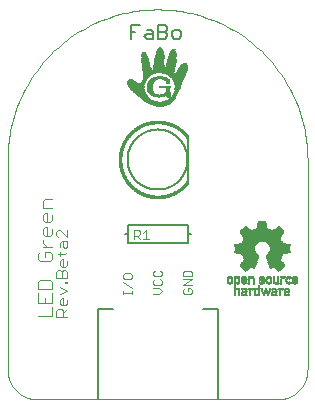
<source format=gto>
G75*
%MOIN*%
%OFA0B0*%
%FSLAX25Y25*%
%IPPOS*%
%LPD*%
%AMOC8*
5,1,8,0,0,1.08239X$1,22.5*
%
%ADD10C,0.00400*%
%ADD11C,0.00300*%
%ADD12C,0.00000*%
%ADD13C,0.00500*%
%ADD14R,0.01012X0.00046*%
%ADD15R,0.01840X0.00046*%
%ADD16R,0.02438X0.00046*%
%ADD17R,0.02852X0.00046*%
%ADD18R,0.03266X0.00046*%
%ADD19R,0.03634X0.00046*%
%ADD20R,0.03910X0.00046*%
%ADD21R,0.04232X0.00046*%
%ADD22R,0.04462X0.00046*%
%ADD23R,0.04738X0.00046*%
%ADD24R,0.04968X0.00046*%
%ADD25R,0.05198X0.00046*%
%ADD26R,0.05428X0.00046*%
%ADD27R,0.05612X0.00046*%
%ADD28R,0.05750X0.00046*%
%ADD29R,0.05980X0.00046*%
%ADD30R,0.06164X0.00046*%
%ADD31R,0.06394X0.00046*%
%ADD32R,0.06532X0.00046*%
%ADD33R,0.06716X0.00046*%
%ADD34R,0.06854X0.00046*%
%ADD35R,0.07038X0.00046*%
%ADD36R,0.07176X0.00046*%
%ADD37R,0.07360X0.00046*%
%ADD38R,0.07498X0.00046*%
%ADD39R,0.07636X0.00046*%
%ADD40R,0.07774X0.00046*%
%ADD41R,0.07958X0.00046*%
%ADD42R,0.08096X0.00046*%
%ADD43R,0.08234X0.00046*%
%ADD44R,0.08326X0.00046*%
%ADD45R,0.08464X0.00046*%
%ADD46R,0.08602X0.00046*%
%ADD47R,0.04048X0.00046*%
%ADD48R,0.03496X0.00046*%
%ADD49R,0.03772X0.00046*%
%ADD50R,0.03174X0.00046*%
%ADD51R,0.03588X0.00046*%
%ADD52R,0.03036X0.00046*%
%ADD53R,0.03542X0.00046*%
%ADD54R,0.03404X0.00046*%
%ADD55R,0.02760X0.00046*%
%ADD56R,0.03312X0.00046*%
%ADD57R,0.02668X0.00046*%
%ADD58R,0.03220X0.00046*%
%ADD59R,0.02576X0.00046*%
%ADD60R,0.03220X0.00046*%
%ADD61R,0.02484X0.00046*%
%ADD62R,0.03128X0.00046*%
%ADD63R,0.02346X0.00046*%
%ADD64R,0.02300X0.00046*%
%ADD65R,0.02254X0.00046*%
%ADD66R,0.02990X0.00046*%
%ADD67R,0.02162X0.00046*%
%ADD68R,0.02944X0.00046*%
%ADD69R,0.02116X0.00046*%
%ADD70R,0.02070X0.00046*%
%ADD71R,0.02024X0.00046*%
%ADD72R,0.02898X0.00046*%
%ADD73R,0.01978X0.00046*%
%ADD74R,0.01932X0.00046*%
%ADD75R,0.02898X0.00046*%
%ADD76R,0.01886X0.00046*%
%ADD77R,0.01840X0.00046*%
%ADD78R,0.01794X0.00046*%
%ADD79R,0.01748X0.00046*%
%ADD80R,0.01702X0.00046*%
%ADD81R,0.01656X0.00046*%
%ADD82R,0.01564X0.00046*%
%ADD83R,0.01610X0.00046*%
%ADD84R,0.02990X0.00046*%
%ADD85R,0.00506X0.00046*%
%ADD86R,0.01288X0.00046*%
%ADD87R,0.01518X0.00046*%
%ADD88R,0.01564X0.00046*%
%ADD89R,0.01334X0.00046*%
%ADD90R,0.01380X0.00046*%
%ADD91R,0.03082X0.00046*%
%ADD92R,0.01426X0.00046*%
%ADD93R,0.03818X0.00046*%
%ADD94R,0.04002X0.00046*%
%ADD95R,0.01472X0.00046*%
%ADD96R,0.04278X0.00046*%
%ADD97R,0.04462X0.00046*%
%ADD98R,0.04600X0.00046*%
%ADD99R,0.04784X0.00046*%
%ADD100R,0.01426X0.00046*%
%ADD101R,0.06440X0.00046*%
%ADD102R,0.06486X0.00046*%
%ADD103R,0.06578X0.00046*%
%ADD104R,0.02208X0.00046*%
%ADD105R,0.02714X0.00046*%
%ADD106R,0.03358X0.00046*%
%ADD107R,0.02070X0.00046*%
%ADD108R,0.03404X0.00046*%
%ADD109R,0.03450X0.00046*%
%ADD110R,0.01978X0.00046*%
%ADD111R,0.03634X0.00046*%
%ADD112R,0.03680X0.00046*%
%ADD113R,0.03726X0.00046*%
%ADD114R,0.03864X0.00046*%
%ADD115R,0.03956X0.00046*%
%ADD116R,0.04094X0.00046*%
%ADD117R,0.04140X0.00046*%
%ADD118R,0.04140X0.00046*%
%ADD119R,0.04186X0.00046*%
%ADD120R,0.01748X0.00046*%
%ADD121R,0.04324X0.00046*%
%ADD122R,0.04370X0.00046*%
%ADD123R,0.04416X0.00046*%
%ADD124R,0.04508X0.00046*%
%ADD125R,0.01656X0.00046*%
%ADD126R,0.04554X0.00046*%
%ADD127R,0.04646X0.00046*%
%ADD128R,0.04692X0.00046*%
%ADD129R,0.04784X0.00046*%
%ADD130R,0.04830X0.00046*%
%ADD131R,0.04876X0.00046*%
%ADD132R,0.04922X0.00046*%
%ADD133R,0.05014X0.00046*%
%ADD134R,0.05060X0.00046*%
%ADD135R,0.05106X0.00046*%
%ADD136R,0.05152X0.00046*%
%ADD137R,0.05244X0.00046*%
%ADD138R,0.05290X0.00046*%
%ADD139R,0.05382X0.00046*%
%ADD140R,0.02162X0.00046*%
%ADD141R,0.05474X0.00046*%
%ADD142R,0.05520X0.00046*%
%ADD143R,0.05566X0.00046*%
%ADD144R,0.05612X0.00046*%
%ADD145R,0.02392X0.00046*%
%ADD146R,0.05658X0.00046*%
%ADD147R,0.05704X0.00046*%
%ADD148R,0.02484X0.00046*%
%ADD149R,0.02530X0.00046*%
%ADD150R,0.05796X0.00046*%
%ADD151R,0.01242X0.00046*%
%ADD152R,0.01150X0.00046*%
%ADD153R,0.01104X0.00046*%
%ADD154R,0.02806X0.00046*%
%ADD155R,0.01058X0.00046*%
%ADD156R,0.01012X0.00046*%
%ADD157R,0.00966X0.00046*%
%ADD158R,0.02622X0.00046*%
%ADD159R,0.02576X0.00046*%
%ADD160R,0.02392X0.00046*%
%ADD161R,0.01334X0.00046*%
%ADD162R,0.00874X0.00046*%
%ADD163R,0.03726X0.00046*%
%ADD164R,0.00552X0.00046*%
%ADD165R,0.01196X0.00046*%
%ADD166R,0.01242X0.00046*%
%ADD167R,0.05336X0.00046*%
%ADD168R,0.02668X0.00046*%
%ADD169R,0.04876X0.00046*%
%ADD170R,0.05290X0.00046*%
%ADD171R,0.05520X0.00046*%
%ADD172R,0.05704X0.00046*%
%ADD173R,0.05888X0.00046*%
%ADD174R,0.05934X0.00046*%
%ADD175R,0.02806X0.00046*%
%ADD176R,0.06026X0.00046*%
%ADD177R,0.06164X0.00046*%
%ADD178R,0.06256X0.00046*%
%ADD179R,0.06348X0.00046*%
%ADD180R,0.03128X0.00046*%
%ADD181R,0.03956X0.00046*%
%ADD182R,0.10258X0.00046*%
%ADD183R,0.10304X0.00046*%
%ADD184R,0.10350X0.00046*%
%ADD185R,0.10396X0.00046*%
%ADD186R,0.10442X0.00046*%
%ADD187R,0.10488X0.00046*%
%ADD188R,0.10534X0.00046*%
%ADD189R,0.10580X0.00046*%
%ADD190R,0.07406X0.00046*%
%ADD191R,0.00736X0.00046*%
%ADD192R,0.03312X0.00046*%
%ADD193R,0.00920X0.00046*%
%ADD194R,0.00828X0.00046*%
%ADD195R,0.00690X0.00046*%
%ADD196R,0.00230X0.00046*%
%ADD197R,0.00782X0.00046*%
%ADD198R,0.00644X0.00046*%
%ADD199R,0.00276X0.00046*%
%ADD200R,0.00414X0.00046*%
%ADD201C,0.00800*%
%ADD202C,0.00100*%
%ADD203C,0.00600*%
%ADD204R,0.00650X0.00050*%
%ADD205R,0.00950X0.00050*%
%ADD206R,0.00800X0.00050*%
%ADD207R,0.00550X0.00050*%
%ADD208R,0.00600X0.00050*%
%ADD209R,0.01750X0.00050*%
%ADD210R,0.01000X0.00050*%
%ADD211R,0.01200X0.00050*%
%ADD212R,0.01800X0.00050*%
%ADD213R,0.01350X0.00050*%
%ADD214R,0.01900X0.00050*%
%ADD215R,0.00700X0.00050*%
%ADD216R,0.01850X0.00050*%
%ADD217R,0.01500X0.00050*%
%ADD218R,0.01950X0.00050*%
%ADD219R,0.01650X0.00050*%
%ADD220R,0.00750X0.00050*%
%ADD221R,0.02000X0.00050*%
%ADD222R,0.02050X0.00050*%
%ADD223R,0.00850X0.00050*%
%ADD224R,0.02100X0.00050*%
%ADD225R,0.00900X0.00050*%
%ADD226R,0.00450X0.00050*%
%ADD227R,0.00300X0.00050*%
%ADD228R,0.00200X0.00050*%
%ADD229R,0.01050X0.00050*%
%ADD230R,0.00100X0.00050*%
%ADD231R,0.01100X0.00050*%
%ADD232R,0.01150X0.00050*%
%ADD233R,0.02200X0.00050*%
%ADD234R,0.01250X0.00050*%
%ADD235R,0.00150X0.00050*%
%ADD236R,0.00250X0.00050*%
%ADD237R,0.00500X0.00050*%
%ADD238R,0.01550X0.00050*%
%ADD239R,0.01600X0.00050*%
%ADD240R,0.01700X0.00050*%
%ADD241R,0.01400X0.00050*%
%ADD242R,0.01300X0.00050*%
%ADD243R,0.00400X0.00050*%
%ADD244R,0.01450X0.00050*%
%ADD245R,0.02150X0.00050*%
%ADD246R,0.00350X0.00050*%
%ADD247R,0.00050X0.00050*%
%ADD248R,0.02250X0.00050*%
%ADD249R,0.02400X0.00050*%
%ADD250R,0.02500X0.00050*%
%ADD251R,0.02650X0.00050*%
%ADD252R,0.02750X0.00050*%
%ADD253R,0.02900X0.00050*%
%ADD254R,0.03000X0.00050*%
%ADD255R,0.03150X0.00050*%
%ADD256R,0.03250X0.00050*%
%ADD257R,0.04600X0.00050*%
%ADD258R,0.04650X0.00050*%
%ADD259R,0.04750X0.00050*%
%ADD260R,0.04800X0.00050*%
%ADD261R,0.04900X0.00050*%
%ADD262R,0.04950X0.00050*%
%ADD263R,0.05000X0.00050*%
%ADD264R,0.05100X0.00050*%
%ADD265R,0.05150X0.00050*%
%ADD266R,0.05200X0.00050*%
%ADD267R,0.05250X0.00050*%
%ADD268R,0.05050X0.00050*%
%ADD269R,0.04850X0.00050*%
%ADD270R,0.05300X0.00050*%
%ADD271R,0.05350X0.00050*%
%ADD272R,0.05450X0.00050*%
%ADD273R,0.05500X0.00050*%
%ADD274R,0.05550X0.00050*%
%ADD275R,0.05650X0.00050*%
%ADD276R,0.05600X0.00050*%
%ADD277R,0.05400X0.00050*%
%ADD278R,0.05700X0.00050*%
%ADD279R,0.05900X0.00050*%
%ADD280R,0.06150X0.00050*%
%ADD281R,0.06350X0.00050*%
%ADD282R,0.06550X0.00050*%
%ADD283R,0.06850X0.00050*%
%ADD284R,0.07050X0.00050*%
%ADD285R,0.07100X0.00050*%
%ADD286R,0.07000X0.00050*%
%ADD287R,0.06950X0.00050*%
%ADD288R,0.06900X0.00050*%
%ADD289R,0.06800X0.00050*%
%ADD290R,0.06600X0.00050*%
%ADD291R,0.05750X0.00050*%
%ADD292R,0.06050X0.00050*%
%ADD293R,0.13050X0.00050*%
%ADD294R,0.12950X0.00050*%
%ADD295R,0.12850X0.00050*%
%ADD296R,0.12750X0.00050*%
%ADD297R,0.12650X0.00050*%
%ADD298R,0.12550X0.00050*%
%ADD299R,0.12450X0.00050*%
%ADD300R,0.12350X0.00050*%
%ADD301R,0.12250X0.00050*%
%ADD302R,0.12150X0.00050*%
%ADD303R,0.13150X0.00050*%
%ADD304R,0.13250X0.00050*%
%ADD305R,0.13350X0.00050*%
%ADD306R,0.13450X0.00050*%
%ADD307R,0.13550X0.00050*%
%ADD308R,0.13650X0.00050*%
%ADD309R,0.13750X0.00050*%
%ADD310R,0.13850X0.00050*%
%ADD311R,0.13950X0.00050*%
%ADD312R,0.14050X0.00050*%
%ADD313R,0.14150X0.00050*%
%ADD314R,0.14250X0.00050*%
%ADD315R,0.14350X0.00050*%
%ADD316R,0.14450X0.00050*%
%ADD317R,0.14550X0.00050*%
%ADD318R,0.14650X0.00050*%
%ADD319R,0.14750X0.00050*%
%ADD320R,0.14850X0.00050*%
%ADD321R,0.14950X0.00050*%
%ADD322R,0.03450X0.00050*%
%ADD323R,0.06750X0.00050*%
%ADD324R,0.03300X0.00050*%
%ADD325R,0.06450X0.00050*%
%ADD326R,0.03200X0.00050*%
%ADD327R,0.06250X0.00050*%
%ADD328R,0.03050X0.00050*%
%ADD329R,0.05950X0.00050*%
%ADD330R,0.02950X0.00050*%
%ADD331R,0.02850X0.00050*%
%ADD332R,0.02800X0.00050*%
%ADD333R,0.02700X0.00050*%
%ADD334R,0.02600X0.00050*%
%ADD335R,0.02450X0.00050*%
%ADD336R,0.02350X0.00050*%
%ADD337R,0.04550X0.00050*%
%ADD338R,0.04250X0.00050*%
%ADD339R,0.04050X0.00050*%
%ADD340R,0.03750X0.00050*%
%ADD341R,0.03650X0.00050*%
%ADD342R,0.03550X0.00050*%
%ADD343R,0.03350X0.00050*%
D10*
X0016996Y0051706D02*
X0021600Y0051706D01*
X0021600Y0054775D01*
X0021600Y0056310D02*
X0021600Y0059379D01*
X0021600Y0060914D02*
X0021600Y0063216D01*
X0020833Y0063983D01*
X0017763Y0063983D01*
X0016996Y0063216D01*
X0016996Y0060914D01*
X0021600Y0060914D01*
X0021600Y0056310D02*
X0016996Y0056310D01*
X0016996Y0059379D01*
X0019298Y0057844D02*
X0019298Y0056310D01*
X0017763Y0070122D02*
X0020833Y0070122D01*
X0021600Y0070889D01*
X0021600Y0072424D01*
X0020833Y0073191D01*
X0019298Y0073191D01*
X0019298Y0071656D01*
X0017763Y0070122D02*
X0016996Y0070889D01*
X0016996Y0072424D01*
X0017763Y0073191D01*
X0018531Y0074726D02*
X0021600Y0074726D01*
X0020065Y0074726D02*
X0018531Y0076260D01*
X0018531Y0077027D01*
X0019298Y0078562D02*
X0018531Y0079329D01*
X0018531Y0080864D01*
X0019298Y0081631D01*
X0020065Y0081631D01*
X0020065Y0078562D01*
X0019298Y0078562D02*
X0020833Y0078562D01*
X0021600Y0079329D01*
X0021600Y0080864D01*
X0020833Y0083166D02*
X0019298Y0083166D01*
X0018531Y0083933D01*
X0018531Y0085468D01*
X0019298Y0086235D01*
X0020065Y0086235D01*
X0020065Y0083166D01*
X0020833Y0083166D02*
X0021600Y0083933D01*
X0021600Y0085468D01*
X0021600Y0087770D02*
X0018531Y0087770D01*
X0018531Y0090072D01*
X0019298Y0090839D01*
X0021600Y0090839D01*
D11*
X0023564Y0080521D02*
X0022947Y0079903D01*
X0022947Y0078669D01*
X0023564Y0078052D01*
X0024798Y0076837D02*
X0026650Y0076837D01*
X0026650Y0074986D01*
X0026033Y0074369D01*
X0025416Y0074986D01*
X0025416Y0076837D01*
X0024798Y0076837D02*
X0024181Y0076220D01*
X0024181Y0074986D01*
X0024181Y0073148D02*
X0024181Y0071913D01*
X0023564Y0072530D02*
X0026033Y0072530D01*
X0026650Y0073148D01*
X0025416Y0070699D02*
X0024798Y0070699D01*
X0024181Y0070082D01*
X0024181Y0068847D01*
X0024798Y0068230D01*
X0026033Y0068230D01*
X0026650Y0068847D01*
X0026650Y0070082D01*
X0025416Y0070699D02*
X0025416Y0068230D01*
X0025416Y0067016D02*
X0024798Y0066398D01*
X0024798Y0064547D01*
X0026033Y0063323D02*
X0026650Y0063323D01*
X0026650Y0062705D01*
X0026033Y0062705D01*
X0026033Y0063323D01*
X0026650Y0064547D02*
X0026650Y0066398D01*
X0026033Y0067016D01*
X0025416Y0067016D01*
X0024798Y0066398D02*
X0024181Y0067016D01*
X0023564Y0067016D01*
X0022947Y0066398D01*
X0022947Y0064547D01*
X0026650Y0064547D01*
X0024181Y0061491D02*
X0026650Y0060257D01*
X0024181Y0059022D01*
X0024798Y0057808D02*
X0025416Y0057808D01*
X0025416Y0055339D01*
X0026033Y0055339D02*
X0024798Y0055339D01*
X0024181Y0055956D01*
X0024181Y0057191D01*
X0024798Y0057808D01*
X0026650Y0055956D02*
X0026033Y0055339D01*
X0026650Y0055956D02*
X0026650Y0057191D01*
X0026650Y0054125D02*
X0025416Y0052890D01*
X0025416Y0053507D02*
X0025416Y0051656D01*
X0026650Y0051656D02*
X0022947Y0051656D01*
X0022947Y0053507D01*
X0023564Y0054125D01*
X0024798Y0054125D01*
X0025416Y0053507D01*
X0026650Y0078052D02*
X0024181Y0080521D01*
X0023564Y0080521D01*
X0026650Y0080521D02*
X0026650Y0078052D01*
X0045348Y0065518D02*
X0045831Y0066002D01*
X0047766Y0066002D01*
X0048250Y0065518D01*
X0048250Y0064551D01*
X0047766Y0064067D01*
X0045831Y0064067D01*
X0045348Y0064551D01*
X0045348Y0065518D01*
X0045348Y0063055D02*
X0048250Y0061120D01*
X0048250Y0060123D02*
X0048250Y0059156D01*
X0048250Y0059640D02*
X0045348Y0059640D01*
X0045348Y0060123D02*
X0045348Y0059156D01*
X0055348Y0059156D02*
X0057283Y0059156D01*
X0058250Y0060123D01*
X0057283Y0061091D01*
X0055348Y0061091D01*
X0055831Y0062102D02*
X0055348Y0062586D01*
X0055348Y0063554D01*
X0055831Y0064037D01*
X0055831Y0065049D02*
X0055348Y0065533D01*
X0055348Y0066500D01*
X0055831Y0066984D01*
X0055831Y0065049D02*
X0057766Y0065049D01*
X0058250Y0065533D01*
X0058250Y0066500D01*
X0057766Y0066984D01*
X0057766Y0064037D02*
X0058250Y0063554D01*
X0058250Y0062586D01*
X0057766Y0062102D01*
X0055831Y0062102D01*
X0065348Y0062102D02*
X0068250Y0064037D01*
X0065348Y0064037D01*
X0065348Y0065049D02*
X0065348Y0066500D01*
X0065831Y0066984D01*
X0067766Y0066984D01*
X0068250Y0066500D01*
X0068250Y0065049D01*
X0065348Y0065049D01*
X0065348Y0062102D02*
X0068250Y0062102D01*
X0067766Y0061091D02*
X0066799Y0061091D01*
X0066799Y0060123D01*
X0067766Y0059156D02*
X0065831Y0059156D01*
X0065348Y0059640D01*
X0065348Y0060607D01*
X0065831Y0061091D01*
X0067766Y0061091D02*
X0068250Y0060607D01*
X0068250Y0059640D01*
X0067766Y0059156D01*
X0053831Y0077656D02*
X0051897Y0077656D01*
X0052864Y0077656D02*
X0052864Y0080558D01*
X0051897Y0079591D01*
X0050885Y0080075D02*
X0050401Y0080558D01*
X0048950Y0080558D01*
X0048950Y0077656D01*
X0048950Y0078623D02*
X0050401Y0078623D01*
X0050885Y0079107D01*
X0050885Y0080075D01*
X0049917Y0078623D02*
X0050885Y0077656D01*
D12*
X0016800Y0024006D02*
X0096800Y0024006D01*
X0097042Y0024009D01*
X0097283Y0024018D01*
X0097524Y0024032D01*
X0097765Y0024053D01*
X0098005Y0024079D01*
X0098245Y0024111D01*
X0098484Y0024149D01*
X0098721Y0024192D01*
X0098958Y0024242D01*
X0099193Y0024297D01*
X0099427Y0024357D01*
X0099659Y0024424D01*
X0099890Y0024495D01*
X0100119Y0024573D01*
X0100346Y0024656D01*
X0100571Y0024744D01*
X0100794Y0024838D01*
X0101014Y0024937D01*
X0101232Y0025042D01*
X0101447Y0025151D01*
X0101660Y0025266D01*
X0101870Y0025386D01*
X0102076Y0025511D01*
X0102280Y0025641D01*
X0102481Y0025776D01*
X0102678Y0025916D01*
X0102872Y0026060D01*
X0103062Y0026209D01*
X0103248Y0026363D01*
X0103431Y0026521D01*
X0103610Y0026683D01*
X0103785Y0026850D01*
X0103956Y0027021D01*
X0104123Y0027196D01*
X0104285Y0027375D01*
X0104443Y0027558D01*
X0104597Y0027744D01*
X0104746Y0027934D01*
X0104890Y0028128D01*
X0105030Y0028325D01*
X0105165Y0028526D01*
X0105295Y0028730D01*
X0105420Y0028936D01*
X0105540Y0029146D01*
X0105655Y0029359D01*
X0105764Y0029574D01*
X0105869Y0029792D01*
X0105968Y0030012D01*
X0106062Y0030235D01*
X0106150Y0030460D01*
X0106233Y0030687D01*
X0106311Y0030916D01*
X0106382Y0031147D01*
X0106449Y0031379D01*
X0106509Y0031613D01*
X0106564Y0031848D01*
X0106614Y0032085D01*
X0106657Y0032322D01*
X0106695Y0032561D01*
X0106727Y0032801D01*
X0106753Y0033041D01*
X0106774Y0033282D01*
X0106788Y0033523D01*
X0106797Y0033764D01*
X0106800Y0034006D01*
X0106800Y0104006D01*
X0106785Y0105224D01*
X0106741Y0106440D01*
X0106667Y0107656D01*
X0106563Y0108869D01*
X0106430Y0110079D01*
X0106267Y0111286D01*
X0106075Y0112488D01*
X0105854Y0113686D01*
X0105604Y0114878D01*
X0105325Y0116063D01*
X0105017Y0117241D01*
X0104680Y0118411D01*
X0104315Y0119573D01*
X0103922Y0120725D01*
X0103501Y0121868D01*
X0103052Y0122999D01*
X0102576Y0124120D01*
X0102072Y0125229D01*
X0101542Y0126325D01*
X0100985Y0127408D01*
X0100402Y0128477D01*
X0099794Y0129531D01*
X0099159Y0130571D01*
X0098500Y0131594D01*
X0097816Y0132602D01*
X0097107Y0133592D01*
X0096375Y0134565D01*
X0095619Y0135519D01*
X0094840Y0136455D01*
X0094039Y0137372D01*
X0093215Y0138269D01*
X0092370Y0139145D01*
X0091504Y0140001D01*
X0090617Y0140836D01*
X0089710Y0141648D01*
X0088784Y0142438D01*
X0087838Y0143206D01*
X0086875Y0143950D01*
X0085893Y0144670D01*
X0084894Y0145367D01*
X0083879Y0146039D01*
X0082847Y0146686D01*
X0081800Y0147307D01*
X0080738Y0147903D01*
X0079662Y0148473D01*
X0078573Y0149017D01*
X0077470Y0149533D01*
X0076355Y0150023D01*
X0075229Y0150486D01*
X0074092Y0150921D01*
X0072944Y0151328D01*
X0071787Y0151707D01*
X0070621Y0152058D01*
X0069447Y0152380D01*
X0068265Y0152674D01*
X0067076Y0152939D01*
X0065882Y0153174D01*
X0064682Y0153381D01*
X0063477Y0153558D01*
X0062269Y0153706D01*
X0061057Y0153824D01*
X0059842Y0153913D01*
X0058626Y0153973D01*
X0057409Y0154002D01*
X0056191Y0154002D01*
X0054974Y0153973D01*
X0053758Y0153913D01*
X0052543Y0153824D01*
X0051331Y0153706D01*
X0050123Y0153558D01*
X0048918Y0153381D01*
X0047718Y0153174D01*
X0046524Y0152939D01*
X0045335Y0152674D01*
X0044153Y0152380D01*
X0042979Y0152058D01*
X0041813Y0151707D01*
X0040656Y0151328D01*
X0039508Y0150921D01*
X0038371Y0150486D01*
X0037245Y0150023D01*
X0036130Y0149533D01*
X0035027Y0149017D01*
X0033938Y0148473D01*
X0032862Y0147903D01*
X0031800Y0147307D01*
X0030753Y0146686D01*
X0029721Y0146039D01*
X0028706Y0145367D01*
X0027707Y0144670D01*
X0026725Y0143950D01*
X0025762Y0143206D01*
X0024816Y0142438D01*
X0023890Y0141648D01*
X0022983Y0140836D01*
X0022096Y0140001D01*
X0021230Y0139145D01*
X0020385Y0138269D01*
X0019561Y0137372D01*
X0018760Y0136455D01*
X0017981Y0135519D01*
X0017225Y0134565D01*
X0016493Y0133592D01*
X0015784Y0132602D01*
X0015100Y0131594D01*
X0014441Y0130571D01*
X0013806Y0129531D01*
X0013198Y0128477D01*
X0012615Y0127408D01*
X0012058Y0126325D01*
X0011528Y0125229D01*
X0011024Y0124120D01*
X0010548Y0122999D01*
X0010099Y0121868D01*
X0009678Y0120725D01*
X0009285Y0119573D01*
X0008920Y0118411D01*
X0008583Y0117241D01*
X0008275Y0116063D01*
X0007996Y0114878D01*
X0007746Y0113686D01*
X0007525Y0112488D01*
X0007333Y0111286D01*
X0007170Y0110079D01*
X0007037Y0108869D01*
X0006933Y0107656D01*
X0006859Y0106440D01*
X0006815Y0105224D01*
X0006800Y0104006D01*
X0006800Y0034006D01*
X0006803Y0033764D01*
X0006812Y0033523D01*
X0006826Y0033282D01*
X0006847Y0033041D01*
X0006873Y0032801D01*
X0006905Y0032561D01*
X0006943Y0032322D01*
X0006986Y0032085D01*
X0007036Y0031848D01*
X0007091Y0031613D01*
X0007151Y0031379D01*
X0007218Y0031147D01*
X0007289Y0030916D01*
X0007367Y0030687D01*
X0007450Y0030460D01*
X0007538Y0030235D01*
X0007632Y0030012D01*
X0007731Y0029792D01*
X0007836Y0029574D01*
X0007945Y0029359D01*
X0008060Y0029146D01*
X0008180Y0028936D01*
X0008305Y0028730D01*
X0008435Y0028526D01*
X0008570Y0028325D01*
X0008710Y0028128D01*
X0008854Y0027934D01*
X0009003Y0027744D01*
X0009157Y0027558D01*
X0009315Y0027375D01*
X0009477Y0027196D01*
X0009644Y0027021D01*
X0009815Y0026850D01*
X0009990Y0026683D01*
X0010169Y0026521D01*
X0010352Y0026363D01*
X0010538Y0026209D01*
X0010728Y0026060D01*
X0010922Y0025916D01*
X0011119Y0025776D01*
X0011320Y0025641D01*
X0011524Y0025511D01*
X0011730Y0025386D01*
X0011940Y0025266D01*
X0012153Y0025151D01*
X0012368Y0025042D01*
X0012586Y0024937D01*
X0012806Y0024838D01*
X0013029Y0024744D01*
X0013254Y0024656D01*
X0013481Y0024573D01*
X0013710Y0024495D01*
X0013941Y0024424D01*
X0014173Y0024357D01*
X0014407Y0024297D01*
X0014642Y0024242D01*
X0014879Y0024192D01*
X0015116Y0024149D01*
X0015355Y0024111D01*
X0015595Y0024079D01*
X0015835Y0024053D01*
X0016076Y0024032D01*
X0016317Y0024018D01*
X0016558Y0024009D01*
X0016800Y0024006D01*
D13*
X0036800Y0024006D02*
X0036800Y0054006D01*
X0041800Y0054006D01*
X0071800Y0054006D02*
X0076800Y0054006D01*
X0076800Y0024006D01*
X0063906Y0144256D02*
X0062405Y0144256D01*
X0061654Y0145007D01*
X0061654Y0146508D01*
X0062405Y0147258D01*
X0063906Y0147258D01*
X0064656Y0146508D01*
X0064656Y0145007D01*
X0063906Y0144256D01*
X0060053Y0145007D02*
X0059302Y0144256D01*
X0057050Y0144256D01*
X0057050Y0148760D01*
X0059302Y0148760D01*
X0060053Y0148009D01*
X0060053Y0147258D01*
X0059302Y0146508D01*
X0057050Y0146508D01*
X0055449Y0146508D02*
X0055449Y0144256D01*
X0053197Y0144256D01*
X0052446Y0145007D01*
X0053197Y0145757D01*
X0055449Y0145757D01*
X0055449Y0146508D02*
X0054698Y0147258D01*
X0053197Y0147258D01*
X0050845Y0148760D02*
X0047842Y0148760D01*
X0047842Y0144256D01*
X0047842Y0146508D02*
X0049343Y0146508D01*
X0059302Y0146508D02*
X0060053Y0145757D01*
X0060053Y0145007D01*
D14*
X0057679Y0121506D03*
D15*
X0057679Y0121552D03*
X0060209Y0126014D03*
X0061635Y0124082D03*
X0063521Y0127762D03*
X0063521Y0127808D03*
X0059703Y0130476D03*
X0054965Y0130016D03*
X0054919Y0129970D03*
X0054827Y0129832D03*
X0054781Y0129786D03*
X0054735Y0129694D03*
X0053079Y0131442D03*
X0054735Y0126060D03*
X0054781Y0126014D03*
X0048065Y0130246D03*
X0057679Y0140320D03*
X0062049Y0139722D03*
D16*
X0061934Y0138940D03*
X0061934Y0138894D03*
X0057656Y0139584D03*
X0057656Y0139630D03*
X0052596Y0137422D03*
X0052596Y0137376D03*
X0052596Y0137330D03*
X0053378Y0131902D03*
X0056046Y0130706D03*
X0059910Y0125600D03*
X0060784Y0123392D03*
X0057656Y0121598D03*
X0055632Y0125416D03*
X0048134Y0129924D03*
X0063682Y0128958D03*
X0063682Y0128912D03*
D17*
X0063705Y0129556D03*
X0060945Y0132362D03*
X0061773Y0137790D03*
X0061773Y0137836D03*
X0061773Y0137882D03*
X0061773Y0137928D03*
X0065407Y0134432D03*
X0065407Y0134386D03*
X0057587Y0138710D03*
X0057587Y0138756D03*
X0057587Y0138802D03*
X0057587Y0138848D03*
X0052941Y0135444D03*
X0052941Y0135398D03*
X0052987Y0135260D03*
X0052987Y0135214D03*
X0052987Y0135168D03*
X0053033Y0135076D03*
X0053033Y0135030D03*
X0053079Y0134846D03*
X0053539Y0132132D03*
X0055931Y0125370D03*
X0057679Y0121644D03*
X0060347Y0123162D03*
X0052711Y0124174D03*
D18*
X0051446Y0125416D03*
X0051400Y0125462D03*
X0053746Y0132316D03*
X0057426Y0137192D03*
X0057426Y0137238D03*
X0057426Y0137284D03*
X0057426Y0137330D03*
X0057426Y0137376D03*
X0063682Y0130062D03*
X0064878Y0133098D03*
X0064878Y0133144D03*
X0064924Y0133190D03*
X0057196Y0124864D03*
X0057656Y0121690D03*
D19*
X0057656Y0121736D03*
X0059312Y0125370D03*
X0048594Y0129234D03*
D20*
X0054022Y0132546D03*
X0057196Y0134248D03*
X0057196Y0134294D03*
X0057196Y0134340D03*
X0057196Y0134386D03*
X0057656Y0121782D03*
D21*
X0057633Y0121828D03*
X0050411Y0126796D03*
X0057679Y0131074D03*
X0063567Y0130936D03*
D22*
X0063498Y0131120D03*
X0057610Y0121874D03*
D23*
X0057610Y0121920D03*
X0050066Y0127394D03*
X0063452Y0131304D03*
D24*
X0063383Y0131488D03*
X0057587Y0121966D03*
X0049905Y0127762D03*
D25*
X0049790Y0128084D03*
X0049790Y0128130D03*
X0057610Y0122012D03*
X0063314Y0131626D03*
D26*
X0057633Y0130752D03*
X0057587Y0122058D03*
X0049721Y0128406D03*
X0049721Y0128452D03*
X0049721Y0128498D03*
D27*
X0057587Y0122104D03*
D28*
X0057564Y0122150D03*
X0049652Y0129096D03*
X0063176Y0131948D03*
D29*
X0057541Y0122196D03*
D30*
X0057541Y0122242D03*
D31*
X0057518Y0122288D03*
D32*
X0057495Y0122334D03*
D33*
X0057495Y0122380D03*
D34*
X0057472Y0122426D03*
D35*
X0057472Y0122472D03*
D36*
X0057449Y0122518D03*
D37*
X0057449Y0122564D03*
X0058783Y0133604D03*
X0058783Y0133650D03*
X0058829Y0133788D03*
D38*
X0057426Y0122610D03*
D39*
X0057403Y0122656D03*
D40*
X0057380Y0122702D03*
D41*
X0057380Y0122748D03*
D42*
X0057357Y0122794D03*
D43*
X0057334Y0122840D03*
D44*
X0057334Y0122886D03*
D45*
X0057311Y0122932D03*
D46*
X0057288Y0122978D03*
D47*
X0054919Y0123024D03*
X0050549Y0126566D03*
X0057219Y0133972D03*
X0063567Y0130798D03*
D48*
X0063659Y0130292D03*
X0064533Y0132546D03*
X0064579Y0132592D03*
X0060577Y0132592D03*
X0057311Y0135950D03*
X0057311Y0135996D03*
X0057311Y0136042D03*
X0057311Y0136088D03*
X0057311Y0136134D03*
X0057311Y0136180D03*
X0051055Y0125876D03*
X0051101Y0125830D03*
X0048525Y0129280D03*
X0059887Y0123024D03*
D49*
X0059243Y0128314D03*
X0057219Y0134662D03*
X0057219Y0134708D03*
X0057219Y0134754D03*
X0057219Y0134800D03*
X0057219Y0134846D03*
X0050779Y0126244D03*
X0050825Y0126198D03*
X0054735Y0123070D03*
D50*
X0051676Y0125140D03*
X0051630Y0125186D03*
X0051584Y0125232D03*
X0048364Y0129464D03*
X0053470Y0133604D03*
X0057472Y0137652D03*
X0057472Y0137698D03*
X0057472Y0137744D03*
X0057472Y0137790D03*
X0057472Y0137836D03*
X0061106Y0134478D03*
X0061060Y0134294D03*
X0061014Y0134156D03*
X0061014Y0134110D03*
X0060968Y0134018D03*
X0060968Y0133972D03*
X0060922Y0133834D03*
X0060738Y0132500D03*
X0065016Y0133420D03*
X0065062Y0133512D03*
X0060094Y0123070D03*
D51*
X0054551Y0123116D03*
X0053907Y0132454D03*
X0057265Y0135444D03*
X0057265Y0135490D03*
X0057265Y0135536D03*
X0057265Y0135582D03*
X0057265Y0135628D03*
X0064441Y0132408D03*
X0063659Y0130384D03*
D52*
X0063705Y0129786D03*
X0065223Y0133926D03*
X0065269Y0134018D03*
X0061543Y0136456D03*
X0061543Y0136502D03*
X0061543Y0136548D03*
X0061589Y0136686D03*
X0061589Y0136732D03*
X0061589Y0136778D03*
X0061589Y0136824D03*
X0061635Y0136916D03*
X0061635Y0136962D03*
X0061635Y0137008D03*
X0061635Y0137054D03*
X0057541Y0138250D03*
X0057541Y0138296D03*
X0057541Y0138342D03*
X0057541Y0138388D03*
X0053309Y0134064D03*
X0053309Y0134018D03*
X0053355Y0133972D03*
X0053355Y0133926D03*
X0053631Y0132224D03*
X0048295Y0129556D03*
X0051929Y0124864D03*
X0053631Y0123530D03*
X0053723Y0123484D03*
X0060209Y0123116D03*
D53*
X0057196Y0124910D03*
X0054436Y0123162D03*
X0051032Y0125922D03*
X0057288Y0135674D03*
X0057288Y0135720D03*
X0057288Y0135766D03*
X0057288Y0135812D03*
X0057288Y0135858D03*
X0057288Y0135904D03*
X0064464Y0132454D03*
X0064510Y0132500D03*
X0063682Y0130338D03*
D54*
X0064671Y0132730D03*
X0054321Y0123208D03*
X0051285Y0125600D03*
X0051239Y0125646D03*
X0048479Y0129326D03*
D55*
X0048203Y0129740D03*
X0052849Y0135812D03*
X0052849Y0135858D03*
X0052849Y0135904D03*
X0052849Y0135950D03*
X0052803Y0135996D03*
X0052803Y0136042D03*
X0052803Y0136088D03*
X0052803Y0136134D03*
X0057633Y0139032D03*
X0061819Y0138204D03*
X0061819Y0138158D03*
X0061819Y0138112D03*
X0065453Y0134570D03*
X0063705Y0129418D03*
X0060439Y0123208D03*
D56*
X0063705Y0130108D03*
X0064763Y0132914D03*
X0064809Y0132960D03*
X0064809Y0133006D03*
X0064855Y0133052D03*
X0060669Y0132546D03*
X0054183Y0123254D03*
X0051377Y0125508D03*
X0048433Y0129372D03*
D57*
X0048203Y0129786D03*
X0052757Y0136364D03*
X0052757Y0136410D03*
X0052757Y0136456D03*
X0052711Y0136548D03*
X0052711Y0136594D03*
X0052711Y0136640D03*
X0057633Y0139170D03*
X0057633Y0139216D03*
X0057633Y0139262D03*
X0061865Y0138480D03*
X0061865Y0138434D03*
X0061865Y0138388D03*
X0065499Y0134708D03*
X0063705Y0129326D03*
X0063705Y0129280D03*
X0063705Y0129234D03*
X0060531Y0123254D03*
D58*
X0063705Y0129970D03*
X0063705Y0130016D03*
X0060945Y0133880D03*
X0060945Y0133926D03*
X0054091Y0123300D03*
X0051469Y0125370D03*
X0048387Y0129418D03*
D59*
X0053447Y0131994D03*
X0052665Y0136824D03*
X0052665Y0136870D03*
X0052665Y0136916D03*
X0052665Y0136962D03*
X0057633Y0139354D03*
X0063705Y0129188D03*
X0063705Y0129142D03*
X0065545Y0134846D03*
X0059841Y0125554D03*
X0060623Y0123300D03*
X0057219Y0124772D03*
D60*
X0053999Y0123346D03*
X0051561Y0125278D03*
X0051515Y0125324D03*
X0057449Y0137422D03*
X0057449Y0137468D03*
X0057449Y0137514D03*
X0057449Y0137560D03*
X0057449Y0137606D03*
X0065039Y0133466D03*
X0064993Y0133374D03*
X0064993Y0133328D03*
X0064947Y0133282D03*
X0064947Y0133236D03*
D61*
X0060715Y0123346D03*
X0057679Y0139538D03*
D62*
X0057495Y0138020D03*
X0057495Y0137974D03*
X0057495Y0137928D03*
X0057495Y0137882D03*
X0061313Y0135398D03*
X0061313Y0135352D03*
X0061267Y0135168D03*
X0061267Y0135122D03*
X0061221Y0134984D03*
X0061221Y0134938D03*
X0061221Y0134892D03*
X0061175Y0134800D03*
X0061175Y0134754D03*
X0061175Y0134708D03*
X0061129Y0134662D03*
X0061129Y0134616D03*
X0061129Y0134570D03*
X0061129Y0134524D03*
X0061083Y0134432D03*
X0061083Y0134386D03*
X0061083Y0134340D03*
X0061037Y0134248D03*
X0061037Y0134202D03*
X0061405Y0135812D03*
X0065131Y0133696D03*
X0065131Y0133650D03*
X0065085Y0133604D03*
X0065085Y0133558D03*
X0063705Y0129924D03*
X0063705Y0129878D03*
X0059565Y0125416D03*
X0057725Y0131258D03*
X0053447Y0133650D03*
X0053447Y0133696D03*
X0053401Y0133788D03*
X0051745Y0125094D03*
X0053815Y0123438D03*
X0053907Y0123392D03*
D63*
X0055540Y0125462D03*
X0059956Y0125646D03*
X0060876Y0123438D03*
X0063682Y0128774D03*
X0063682Y0128820D03*
X0065614Y0135076D03*
X0061980Y0139078D03*
X0061980Y0139124D03*
X0052550Y0137652D03*
X0052550Y0137606D03*
X0052550Y0137560D03*
D64*
X0052527Y0137698D03*
X0052527Y0137744D03*
X0052527Y0137790D03*
X0057679Y0139768D03*
X0057679Y0139814D03*
X0057679Y0139860D03*
X0062003Y0139170D03*
X0065637Y0135168D03*
X0065637Y0135122D03*
X0063659Y0128728D03*
X0063659Y0128682D03*
X0063659Y0128636D03*
X0060945Y0123484D03*
X0059243Y0130706D03*
X0053309Y0131810D03*
X0048111Y0130016D03*
D65*
X0048088Y0130062D03*
X0053286Y0131764D03*
X0055908Y0130660D03*
X0060002Y0125692D03*
X0061014Y0123530D03*
X0065660Y0135214D03*
X0061980Y0139216D03*
X0052504Y0137928D03*
X0052504Y0137882D03*
X0052504Y0137836D03*
D66*
X0053194Y0134432D03*
X0053240Y0134294D03*
X0053240Y0134248D03*
X0051998Y0124818D03*
X0052044Y0124772D03*
X0052090Y0124726D03*
X0052228Y0124588D03*
X0053562Y0123576D03*
X0063728Y0129740D03*
X0065246Y0133972D03*
X0065292Y0134064D03*
X0065292Y0134110D03*
X0061612Y0136870D03*
X0061658Y0137100D03*
X0061658Y0137146D03*
X0061658Y0137192D03*
X0061658Y0137238D03*
X0061704Y0137422D03*
D67*
X0062026Y0139354D03*
X0065660Y0135260D03*
X0057748Y0131350D03*
X0055770Y0130614D03*
X0055310Y0125554D03*
X0057242Y0124726D03*
X0061060Y0123576D03*
X0061106Y0123622D03*
X0052458Y0138066D03*
X0052458Y0138112D03*
X0048088Y0130108D03*
D68*
X0048295Y0129602D03*
X0052297Y0124542D03*
X0052343Y0124496D03*
X0052389Y0124450D03*
X0052435Y0124404D03*
X0053263Y0123760D03*
X0053355Y0123714D03*
X0053401Y0123668D03*
X0053493Y0123622D03*
X0057219Y0124818D03*
X0053585Y0132178D03*
X0053217Y0134340D03*
X0053217Y0134386D03*
X0053171Y0134478D03*
X0053171Y0134524D03*
X0053125Y0134662D03*
X0057587Y0138572D03*
X0061727Y0137560D03*
X0061727Y0137514D03*
X0061727Y0137468D03*
X0061681Y0137376D03*
X0061681Y0137330D03*
X0061681Y0137284D03*
X0065361Y0134294D03*
X0065315Y0134202D03*
X0065315Y0134156D03*
X0063705Y0129694D03*
X0063705Y0129648D03*
X0060899Y0132408D03*
D69*
X0063613Y0128360D03*
X0063613Y0128314D03*
X0060071Y0125784D03*
X0061175Y0123668D03*
X0055701Y0130568D03*
X0053217Y0131672D03*
X0052435Y0138158D03*
X0052435Y0138204D03*
X0057679Y0139998D03*
X0057679Y0140044D03*
X0062003Y0139400D03*
X0065683Y0135306D03*
D70*
X0065706Y0135352D03*
X0060094Y0125830D03*
X0061244Y0123714D03*
X0053194Y0131626D03*
X0057702Y0140090D03*
D71*
X0057679Y0140136D03*
X0062049Y0139538D03*
X0055517Y0130476D03*
X0053171Y0131580D03*
X0055149Y0125646D03*
X0061313Y0123760D03*
X0063567Y0128084D03*
X0063567Y0128130D03*
X0052435Y0138250D03*
X0052435Y0138296D03*
X0048065Y0130154D03*
D72*
X0053148Y0134570D03*
X0053148Y0134616D03*
X0053102Y0134708D03*
X0053102Y0134754D03*
X0053102Y0134800D03*
X0053056Y0134892D03*
X0053056Y0134938D03*
X0053056Y0134984D03*
X0052642Y0124220D03*
X0052780Y0124128D03*
X0052826Y0124082D03*
X0053056Y0123898D03*
X0053148Y0123852D03*
X0053194Y0123806D03*
X0059680Y0125462D03*
X0065338Y0134248D03*
X0065384Y0134340D03*
D73*
X0065706Y0135398D03*
X0062026Y0139584D03*
X0059588Y0130568D03*
X0060140Y0125876D03*
X0061336Y0123806D03*
X0055080Y0125692D03*
X0055310Y0130338D03*
X0052412Y0138342D03*
X0052412Y0138388D03*
X0052412Y0138434D03*
D74*
X0052389Y0138480D03*
X0057679Y0140228D03*
X0062049Y0139630D03*
X0055241Y0130292D03*
X0055195Y0130246D03*
X0055149Y0130200D03*
X0055103Y0130154D03*
X0055057Y0130108D03*
X0060163Y0125922D03*
X0061451Y0123898D03*
X0061405Y0123852D03*
X0063567Y0127946D03*
X0063567Y0127992D03*
X0063567Y0128038D03*
X0048065Y0130200D03*
D75*
X0048272Y0129648D03*
X0052504Y0124358D03*
X0052550Y0124312D03*
X0052596Y0124266D03*
X0052872Y0124036D03*
X0052964Y0123990D03*
X0053010Y0123944D03*
X0053010Y0135122D03*
X0057564Y0138618D03*
X0057564Y0138664D03*
X0061750Y0137744D03*
X0061750Y0137698D03*
X0061750Y0137652D03*
X0061750Y0137606D03*
X0063728Y0129602D03*
D76*
X0063544Y0127900D03*
X0063544Y0127854D03*
X0061520Y0123944D03*
X0060186Y0125968D03*
X0059680Y0130522D03*
X0055034Y0130062D03*
X0054896Y0129924D03*
X0054850Y0129878D03*
X0053102Y0131488D03*
X0054804Y0125968D03*
X0054850Y0125922D03*
X0054896Y0125876D03*
X0054942Y0125830D03*
X0054988Y0125784D03*
X0052366Y0138526D03*
X0057702Y0140274D03*
X0062072Y0139676D03*
X0065752Y0135444D03*
D77*
X0063475Y0127716D03*
X0063475Y0127670D03*
X0063475Y0127624D03*
X0061589Y0124036D03*
X0061543Y0123990D03*
X0054643Y0129556D03*
X0054689Y0129648D03*
X0052389Y0138572D03*
D78*
X0052366Y0138618D03*
X0052366Y0138664D03*
X0053056Y0131396D03*
X0054482Y0129280D03*
X0054482Y0129234D03*
X0054436Y0129188D03*
X0054436Y0129142D03*
X0054436Y0129096D03*
X0054390Y0129050D03*
X0054390Y0129004D03*
X0054344Y0128866D03*
X0054298Y0128682D03*
X0054528Y0129326D03*
X0054528Y0129372D03*
X0054574Y0129418D03*
X0054574Y0129464D03*
X0054620Y0129510D03*
X0054666Y0129602D03*
X0054758Y0129740D03*
X0054528Y0126382D03*
X0054574Y0126290D03*
X0054620Y0126244D03*
X0054620Y0126198D03*
X0054666Y0126152D03*
X0054712Y0126106D03*
X0059772Y0130430D03*
X0060232Y0126106D03*
X0060232Y0126060D03*
X0061704Y0124128D03*
X0063452Y0127532D03*
X0063452Y0127578D03*
X0065752Y0135490D03*
X0062072Y0139768D03*
D79*
X0059841Y0130384D03*
X0059887Y0130338D03*
X0059933Y0130292D03*
X0060255Y0126152D03*
X0061819Y0124266D03*
X0061773Y0124220D03*
X0061727Y0124174D03*
X0054551Y0126336D03*
X0054505Y0126428D03*
X0054505Y0126474D03*
X0054459Y0126520D03*
X0054459Y0126566D03*
X0054413Y0126612D03*
X0054413Y0126658D03*
X0054367Y0126750D03*
X0054367Y0126796D03*
X0054367Y0128912D03*
X0054367Y0128958D03*
X0053033Y0131350D03*
D80*
X0053010Y0131304D03*
X0052964Y0131258D03*
X0054252Y0128452D03*
X0054206Y0128038D03*
X0054206Y0127992D03*
X0054206Y0127946D03*
X0054206Y0127900D03*
X0054206Y0127854D03*
X0054206Y0127808D03*
X0054206Y0127762D03*
X0054206Y0127716D03*
X0054206Y0127670D03*
X0054206Y0127624D03*
X0054206Y0127578D03*
X0054252Y0127394D03*
X0054252Y0127348D03*
X0054252Y0127302D03*
X0054252Y0127256D03*
X0054252Y0127210D03*
X0054298Y0127072D03*
X0054298Y0127026D03*
X0054298Y0126980D03*
X0054344Y0126842D03*
X0054390Y0126704D03*
X0059956Y0130246D03*
X0060002Y0130200D03*
X0060278Y0126244D03*
X0060278Y0126198D03*
X0061934Y0124404D03*
X0061888Y0124358D03*
X0061842Y0124312D03*
X0063406Y0127302D03*
X0063406Y0127348D03*
X0063406Y0127394D03*
X0062072Y0139814D03*
X0062072Y0139860D03*
X0057702Y0140412D03*
D81*
X0057679Y0140458D03*
X0052343Y0138802D03*
X0060025Y0130154D03*
X0060071Y0130108D03*
X0060301Y0126336D03*
X0060301Y0126290D03*
X0062003Y0124496D03*
X0061957Y0124450D03*
X0063383Y0127210D03*
X0063383Y0127256D03*
X0065775Y0135582D03*
D82*
X0062095Y0139952D03*
X0062095Y0139998D03*
X0057679Y0140504D03*
X0052895Y0131120D03*
X0060255Y0129740D03*
X0060255Y0129694D03*
X0060255Y0129648D03*
X0060301Y0129556D03*
X0060301Y0129510D03*
X0060301Y0129464D03*
X0060301Y0129418D03*
X0060301Y0129372D03*
X0060301Y0129326D03*
X0060347Y0126796D03*
X0060347Y0126750D03*
X0060347Y0126704D03*
X0060347Y0126658D03*
X0060347Y0126612D03*
X0060347Y0126566D03*
X0060347Y0126520D03*
X0062187Y0124726D03*
X0062233Y0124772D03*
X0062049Y0124542D03*
X0063199Y0126704D03*
X0063245Y0126796D03*
X0063245Y0126842D03*
D83*
X0063268Y0126888D03*
X0063314Y0127026D03*
X0063314Y0127072D03*
X0062118Y0124634D03*
X0062072Y0124588D03*
X0060324Y0126382D03*
X0060324Y0126428D03*
X0060324Y0126474D03*
X0060324Y0129280D03*
X0060278Y0129602D03*
X0060232Y0129786D03*
X0060186Y0129878D03*
X0060186Y0129924D03*
X0060140Y0129970D03*
X0060140Y0130016D03*
X0060094Y0130062D03*
X0052918Y0131166D03*
X0048042Y0130338D03*
X0052320Y0138848D03*
X0052320Y0138894D03*
D84*
X0053286Y0134202D03*
X0053286Y0134156D03*
X0053286Y0134110D03*
X0057564Y0138434D03*
X0057564Y0138480D03*
X0057564Y0138526D03*
X0052136Y0124680D03*
X0052182Y0124634D03*
D85*
X0057242Y0124634D03*
X0052228Y0139538D03*
X0062164Y0140550D03*
D86*
X0052297Y0139170D03*
X0052757Y0130798D03*
X0052711Y0130752D03*
X0051929Y0129280D03*
X0060485Y0124680D03*
X0060485Y0124634D03*
D87*
X0060370Y0125186D03*
X0060370Y0126842D03*
X0060370Y0126888D03*
X0060370Y0126934D03*
X0060370Y0126980D03*
X0060370Y0127026D03*
X0060370Y0127072D03*
X0060370Y0127118D03*
X0060370Y0127164D03*
X0060370Y0127210D03*
X0060370Y0127256D03*
X0060370Y0127302D03*
X0060370Y0127348D03*
X0060370Y0127394D03*
X0060370Y0127440D03*
X0060370Y0127486D03*
X0060370Y0127532D03*
X0060370Y0127578D03*
X0060370Y0127624D03*
X0063176Y0126658D03*
X0063176Y0126612D03*
X0063176Y0126566D03*
X0063130Y0126520D03*
X0063130Y0126474D03*
X0063084Y0126382D03*
X0063222Y0126750D03*
X0062348Y0124956D03*
X0062302Y0124910D03*
X0062302Y0124864D03*
X0062256Y0124818D03*
X0057242Y0124680D03*
X0052872Y0131074D03*
X0052320Y0138940D03*
X0057702Y0140550D03*
X0065798Y0135628D03*
D88*
X0060209Y0129832D03*
X0063291Y0126980D03*
X0063291Y0126934D03*
X0062141Y0124680D03*
D89*
X0060462Y0124726D03*
X0052780Y0130844D03*
X0052274Y0139124D03*
X0057702Y0140688D03*
D90*
X0057679Y0140642D03*
X0052297Y0139078D03*
X0052803Y0130890D03*
X0060439Y0124864D03*
X0060439Y0124818D03*
X0060439Y0124772D03*
X0065821Y0135674D03*
D91*
X0065200Y0133880D03*
X0065200Y0133834D03*
X0065154Y0133742D03*
X0063728Y0129832D03*
X0060830Y0132454D03*
X0061198Y0134846D03*
X0061244Y0135030D03*
X0061244Y0135076D03*
X0061290Y0135214D03*
X0061290Y0135260D03*
X0061290Y0135306D03*
X0061336Y0135444D03*
X0061336Y0135490D03*
X0061336Y0135536D03*
X0061382Y0135628D03*
X0061382Y0135674D03*
X0061382Y0135720D03*
X0061382Y0135766D03*
X0061428Y0135858D03*
X0061428Y0135904D03*
X0061428Y0135950D03*
X0061428Y0135996D03*
X0061474Y0136042D03*
X0061474Y0136088D03*
X0061474Y0136134D03*
X0061474Y0136180D03*
X0061474Y0136226D03*
X0061520Y0136272D03*
X0061520Y0136318D03*
X0061520Y0136364D03*
X0061520Y0136410D03*
X0061566Y0136594D03*
X0061566Y0136640D03*
X0057518Y0138066D03*
X0057518Y0138112D03*
X0057518Y0138158D03*
X0057518Y0138204D03*
X0053424Y0133742D03*
X0053378Y0133834D03*
X0053378Y0133880D03*
X0048318Y0129510D03*
X0051768Y0125048D03*
X0051814Y0125002D03*
X0051860Y0124956D03*
X0051906Y0124910D03*
D92*
X0052826Y0130936D03*
X0052826Y0130982D03*
X0060416Y0125002D03*
X0060416Y0124956D03*
X0060416Y0124910D03*
X0062578Y0125324D03*
X0062624Y0125416D03*
X0062670Y0125508D03*
X0062716Y0125554D03*
X0062716Y0125600D03*
X0062762Y0125646D03*
X0062762Y0125692D03*
X0062808Y0125738D03*
X0062808Y0125784D03*
X0062992Y0126152D03*
D93*
X0059220Y0127670D03*
X0059220Y0127716D03*
X0059220Y0127762D03*
X0059220Y0127808D03*
X0059220Y0127854D03*
X0059220Y0127900D03*
X0059220Y0127946D03*
X0059220Y0127992D03*
X0059220Y0128038D03*
X0059220Y0128084D03*
X0059220Y0128130D03*
X0059220Y0128176D03*
X0059220Y0128222D03*
X0059220Y0128268D03*
X0057196Y0124956D03*
X0050756Y0126290D03*
X0050710Y0126336D03*
X0057196Y0134616D03*
X0063636Y0130614D03*
X0063636Y0130568D03*
D94*
X0063590Y0130752D03*
X0057702Y0131120D03*
X0057196Y0134018D03*
X0057196Y0134064D03*
X0057196Y0134110D03*
X0057196Y0134156D03*
X0057196Y0125002D03*
X0050618Y0126474D03*
X0050572Y0126520D03*
D95*
X0051837Y0129234D03*
X0052849Y0131028D03*
X0048019Y0130384D03*
X0052297Y0138986D03*
X0052297Y0139032D03*
X0057679Y0140596D03*
X0062095Y0140044D03*
X0057771Y0131396D03*
X0060393Y0125140D03*
X0060393Y0125094D03*
X0060393Y0125048D03*
X0062371Y0125002D03*
X0062417Y0125048D03*
X0062417Y0125094D03*
X0062463Y0125140D03*
X0062509Y0125232D03*
X0062555Y0125278D03*
X0062601Y0125370D03*
X0062647Y0125462D03*
X0062923Y0126014D03*
X0062969Y0126106D03*
X0063015Y0126198D03*
X0063015Y0126244D03*
X0063061Y0126290D03*
X0063061Y0126336D03*
X0063107Y0126428D03*
D96*
X0063544Y0130982D03*
X0057196Y0125048D03*
X0050388Y0126842D03*
X0050342Y0126888D03*
D97*
X0050250Y0127072D03*
X0057196Y0125094D03*
D98*
X0057173Y0125140D03*
X0063475Y0131212D03*
X0050135Y0127256D03*
D99*
X0057173Y0125186D03*
D100*
X0062486Y0125186D03*
X0062854Y0125830D03*
X0062854Y0125876D03*
X0062900Y0125922D03*
X0062900Y0125968D03*
X0062946Y0126060D03*
X0062118Y0140090D03*
D101*
X0057909Y0125232D03*
D102*
X0057886Y0125278D03*
X0062946Y0132270D03*
D103*
X0062900Y0132316D03*
X0057840Y0125324D03*
D104*
X0060025Y0125738D03*
X0063659Y0128544D03*
X0063659Y0128590D03*
X0062003Y0139262D03*
X0062003Y0139308D03*
X0057679Y0139906D03*
X0057679Y0139952D03*
X0052481Y0138020D03*
X0052481Y0137974D03*
X0053263Y0131718D03*
X0055425Y0125508D03*
D105*
X0059772Y0125508D03*
X0063728Y0129372D03*
X0065476Y0134616D03*
X0065476Y0134662D03*
X0061842Y0138250D03*
X0061842Y0138296D03*
X0061842Y0138342D03*
X0057610Y0139078D03*
X0057610Y0139124D03*
X0052780Y0136318D03*
X0052780Y0136272D03*
X0052780Y0136226D03*
X0052780Y0136180D03*
X0053470Y0132040D03*
D106*
X0053792Y0132362D03*
X0057380Y0136686D03*
X0057380Y0136732D03*
X0057380Y0136778D03*
X0057380Y0136824D03*
X0057380Y0136870D03*
X0057380Y0136916D03*
X0064740Y0132868D03*
X0064740Y0132822D03*
X0064694Y0132776D03*
X0063682Y0130154D03*
X0051308Y0125554D03*
D107*
X0055218Y0125600D03*
X0055586Y0130522D03*
X0059496Y0130614D03*
X0063590Y0128268D03*
X0063590Y0128222D03*
X0063590Y0128176D03*
X0062026Y0139446D03*
X0062026Y0139492D03*
D108*
X0057357Y0136640D03*
X0057357Y0136594D03*
X0057357Y0136548D03*
X0057357Y0136502D03*
X0057357Y0136456D03*
X0064625Y0132684D03*
X0051193Y0125692D03*
D109*
X0051170Y0125738D03*
X0051124Y0125784D03*
X0053838Y0132408D03*
X0057702Y0131212D03*
X0057334Y0136226D03*
X0057334Y0136272D03*
X0057334Y0136318D03*
X0057334Y0136364D03*
X0057334Y0136410D03*
X0064602Y0132638D03*
X0063682Y0130246D03*
X0063682Y0130200D03*
D110*
X0057702Y0140182D03*
X0053148Y0131534D03*
X0055402Y0130384D03*
X0055448Y0130430D03*
X0055034Y0125738D03*
D111*
X0050986Y0125968D03*
X0050940Y0126014D03*
X0057242Y0135168D03*
X0057242Y0135214D03*
X0057242Y0135260D03*
X0057242Y0135306D03*
X0057242Y0135352D03*
X0057242Y0135398D03*
X0063636Y0130430D03*
D112*
X0063659Y0130476D03*
X0064395Y0132362D03*
X0057219Y0135122D03*
X0050871Y0126106D03*
X0050917Y0126060D03*
D113*
X0050848Y0126152D03*
X0053976Y0132500D03*
X0057702Y0131166D03*
X0057242Y0134892D03*
X0057242Y0134938D03*
X0057242Y0134984D03*
X0057242Y0135030D03*
X0057242Y0135076D03*
X0060462Y0132638D03*
D114*
X0063613Y0130660D03*
X0057219Y0134432D03*
X0057219Y0134478D03*
X0057219Y0134524D03*
X0057219Y0134570D03*
X0050687Y0126382D03*
D115*
X0050641Y0126428D03*
X0063613Y0130706D03*
D116*
X0063590Y0130844D03*
X0057196Y0133834D03*
X0057196Y0133880D03*
X0057196Y0133926D03*
X0054114Y0132592D03*
X0050526Y0126612D03*
D117*
X0050503Y0126658D03*
X0063567Y0130890D03*
D118*
X0050457Y0126704D03*
D119*
X0050434Y0126750D03*
D120*
X0054229Y0127440D03*
X0054229Y0127486D03*
X0054229Y0127532D03*
X0054275Y0127164D03*
X0054275Y0127118D03*
X0054321Y0126934D03*
X0054321Y0126888D03*
X0054229Y0128084D03*
X0054229Y0128130D03*
X0054229Y0128176D03*
X0054229Y0128222D03*
X0054229Y0128268D03*
X0054229Y0128314D03*
X0054229Y0128360D03*
X0054229Y0128406D03*
X0054275Y0128498D03*
X0054275Y0128544D03*
X0054275Y0128590D03*
X0054275Y0128636D03*
X0054321Y0128728D03*
X0054321Y0128774D03*
X0054321Y0128820D03*
X0048065Y0130292D03*
X0052343Y0138710D03*
X0052343Y0138756D03*
X0057679Y0140366D03*
X0065775Y0135536D03*
X0063429Y0127486D03*
X0063429Y0127440D03*
D121*
X0063521Y0131028D03*
X0054229Y0132638D03*
X0050319Y0126934D03*
D122*
X0050296Y0126980D03*
D123*
X0050273Y0127026D03*
X0057679Y0131028D03*
X0060117Y0132730D03*
X0063521Y0131074D03*
D124*
X0050227Y0127118D03*
X0050181Y0127164D03*
D125*
X0052941Y0131212D03*
X0062095Y0139906D03*
X0063337Y0127164D03*
X0063337Y0127118D03*
D126*
X0063498Y0131166D03*
X0054344Y0132684D03*
X0050158Y0127210D03*
D127*
X0050112Y0127302D03*
X0057656Y0130982D03*
X0063452Y0131258D03*
D128*
X0050089Y0127348D03*
D129*
X0050043Y0127440D03*
X0050043Y0127486D03*
X0049997Y0127532D03*
X0063429Y0131350D03*
D130*
X0057656Y0130936D03*
X0049974Y0127578D03*
D131*
X0049951Y0127624D03*
D132*
X0049928Y0127670D03*
X0049928Y0127716D03*
X0054528Y0132730D03*
X0063406Y0131442D03*
D133*
X0057656Y0130890D03*
X0049882Y0127854D03*
X0049882Y0127808D03*
D134*
X0049859Y0127900D03*
X0063383Y0131534D03*
D135*
X0063360Y0131580D03*
X0049836Y0127946D03*
D136*
X0049813Y0127992D03*
X0049813Y0128038D03*
X0057633Y0130844D03*
D137*
X0049767Y0128222D03*
X0049767Y0128176D03*
D138*
X0049744Y0128268D03*
X0049744Y0128314D03*
D139*
X0049744Y0128360D03*
D140*
X0059404Y0130660D03*
X0063636Y0128498D03*
X0063636Y0128452D03*
X0063636Y0128406D03*
D141*
X0063268Y0131764D03*
X0049698Y0128590D03*
X0049698Y0128544D03*
D142*
X0049675Y0128636D03*
X0049675Y0128682D03*
D143*
X0049698Y0128728D03*
X0063222Y0131856D03*
D144*
X0049675Y0128866D03*
X0049675Y0128820D03*
X0049675Y0128774D03*
D145*
X0053355Y0131856D03*
X0052573Y0137468D03*
X0052573Y0137514D03*
X0063659Y0128866D03*
X0065591Y0135030D03*
D146*
X0049652Y0128912D03*
D147*
X0049675Y0128958D03*
X0049675Y0129004D03*
X0049675Y0129050D03*
D148*
X0052619Y0137146D03*
X0052619Y0137192D03*
X0052619Y0137238D03*
X0052619Y0137284D03*
X0063705Y0129050D03*
X0063705Y0129004D03*
X0065591Y0134984D03*
D149*
X0065568Y0134938D03*
X0065568Y0134892D03*
X0061934Y0138802D03*
X0061934Y0138848D03*
X0057656Y0139400D03*
X0057656Y0139446D03*
X0057656Y0139492D03*
X0052642Y0137100D03*
X0052642Y0137054D03*
X0052642Y0137008D03*
X0053424Y0131948D03*
X0063682Y0129096D03*
D150*
X0049675Y0129142D03*
X0049675Y0129188D03*
D151*
X0051998Y0129326D03*
X0057702Y0140734D03*
D152*
X0057702Y0140780D03*
X0062118Y0140274D03*
X0052274Y0139262D03*
X0052642Y0130568D03*
X0052642Y0130522D03*
X0052596Y0130476D03*
X0052044Y0129372D03*
D153*
X0052067Y0129418D03*
X0052113Y0129464D03*
X0052573Y0130430D03*
X0048019Y0130476D03*
X0052251Y0139308D03*
D154*
X0052872Y0135766D03*
X0052872Y0135720D03*
X0052872Y0135674D03*
X0052918Y0135628D03*
X0052918Y0135582D03*
X0052918Y0135536D03*
X0052918Y0135490D03*
X0052964Y0135352D03*
X0052964Y0135306D03*
X0057610Y0138894D03*
X0057610Y0138940D03*
X0057610Y0138986D03*
X0061796Y0138066D03*
X0061796Y0138020D03*
X0061796Y0137974D03*
X0063728Y0129510D03*
X0063728Y0129464D03*
X0048226Y0129694D03*
D155*
X0052136Y0129510D03*
X0052504Y0130246D03*
X0052550Y0130338D03*
X0052550Y0130384D03*
X0057702Y0140826D03*
X0062118Y0140320D03*
D156*
X0062141Y0140366D03*
X0065867Y0135766D03*
X0052527Y0130292D03*
X0052481Y0130200D03*
X0052435Y0130108D03*
X0052251Y0129694D03*
X0052205Y0129648D03*
X0052205Y0129602D03*
X0052159Y0129556D03*
X0052251Y0139354D03*
D157*
X0057702Y0140872D03*
X0052458Y0130154D03*
X0052412Y0130062D03*
X0052412Y0130016D03*
X0052366Y0129970D03*
X0052366Y0129924D03*
X0052320Y0129878D03*
X0052320Y0129832D03*
X0052274Y0129786D03*
X0052274Y0129740D03*
D158*
X0048180Y0129832D03*
X0052734Y0136502D03*
X0052688Y0136686D03*
X0052688Y0136732D03*
X0052688Y0136778D03*
X0057656Y0139308D03*
X0061888Y0138618D03*
X0061888Y0138572D03*
X0061888Y0138526D03*
X0065522Y0134800D03*
X0065522Y0134754D03*
D159*
X0061911Y0138664D03*
X0061911Y0138710D03*
X0061911Y0138756D03*
X0048157Y0129878D03*
D160*
X0048111Y0129970D03*
X0057679Y0139676D03*
X0057679Y0139722D03*
X0061957Y0139032D03*
X0061957Y0138986D03*
D161*
X0062118Y0140136D03*
X0062118Y0140182D03*
X0048042Y0130430D03*
D162*
X0048042Y0130522D03*
X0057702Y0140918D03*
X0062164Y0140412D03*
D163*
X0063636Y0130522D03*
D164*
X0048019Y0130568D03*
D165*
X0052665Y0130614D03*
D166*
X0052688Y0130660D03*
X0052688Y0130706D03*
X0052274Y0139216D03*
X0062118Y0140228D03*
X0065844Y0135720D03*
D167*
X0063291Y0131718D03*
X0057633Y0130798D03*
D168*
X0057725Y0131304D03*
D169*
X0063429Y0131396D03*
D170*
X0063314Y0131672D03*
D171*
X0063245Y0131810D03*
D172*
X0063199Y0131902D03*
D173*
X0063153Y0131994D03*
D174*
X0063130Y0132040D03*
D175*
X0065430Y0134478D03*
X0065430Y0134524D03*
X0053516Y0132086D03*
D176*
X0063084Y0132086D03*
D177*
X0063061Y0132132D03*
D178*
X0063015Y0132178D03*
D179*
X0062969Y0132224D03*
D180*
X0060991Y0134064D03*
X0061359Y0135582D03*
X0065177Y0133788D03*
X0053677Y0132270D03*
D181*
X0057219Y0134202D03*
X0060347Y0132684D03*
D182*
X0057196Y0132776D03*
X0057196Y0132822D03*
D183*
X0057173Y0132868D03*
X0057173Y0132914D03*
X0057173Y0132960D03*
X0057173Y0133006D03*
D184*
X0057196Y0133052D03*
D185*
X0057173Y0133098D03*
X0057173Y0133144D03*
X0057173Y0133190D03*
X0057173Y0133236D03*
D186*
X0057196Y0133282D03*
D187*
X0057173Y0133328D03*
X0057173Y0133374D03*
X0057173Y0133420D03*
X0057173Y0133466D03*
D188*
X0057196Y0133512D03*
D189*
X0057173Y0133558D03*
D190*
X0058806Y0133696D03*
X0058806Y0133742D03*
D191*
X0057725Y0140964D03*
X0065913Y0135812D03*
D192*
X0057403Y0136962D03*
X0057403Y0137008D03*
X0057403Y0137054D03*
X0057403Y0137100D03*
X0057403Y0137146D03*
D193*
X0052251Y0139400D03*
D194*
X0052251Y0139446D03*
D195*
X0052228Y0139492D03*
D196*
X0052228Y0139584D03*
X0057748Y0141102D03*
D197*
X0062164Y0140458D03*
D198*
X0062141Y0140504D03*
X0057725Y0141010D03*
D199*
X0062187Y0140596D03*
D200*
X0057748Y0141056D03*
D201*
X0066800Y0111506D02*
X0066800Y0096506D01*
X0066800Y0082006D02*
X0066800Y0079006D01*
X0067800Y0079006D01*
X0066800Y0079006D02*
X0066800Y0076006D01*
X0046800Y0076006D01*
X0046800Y0079006D01*
X0045800Y0079006D01*
X0046800Y0079006D02*
X0046800Y0082006D01*
X0066800Y0082006D01*
D202*
X0067129Y0111815D02*
X0066409Y0111275D01*
X0066410Y0111276D02*
X0066229Y0111509D01*
X0066043Y0111737D01*
X0065851Y0111961D01*
X0065654Y0112180D01*
X0065452Y0112394D01*
X0065244Y0112603D01*
X0065031Y0112806D01*
X0064814Y0113005D01*
X0064591Y0113198D01*
X0064364Y0113386D01*
X0064133Y0113568D01*
X0063897Y0113745D01*
X0063656Y0113915D01*
X0063412Y0114080D01*
X0063164Y0114238D01*
X0062912Y0114391D01*
X0062656Y0114537D01*
X0062397Y0114677D01*
X0062134Y0114811D01*
X0061869Y0114938D01*
X0061600Y0115059D01*
X0061328Y0115173D01*
X0061054Y0115280D01*
X0060777Y0115381D01*
X0060498Y0115475D01*
X0060216Y0115562D01*
X0059933Y0115642D01*
X0059647Y0115715D01*
X0059360Y0115781D01*
X0059071Y0115840D01*
X0058781Y0115892D01*
X0058490Y0115937D01*
X0058198Y0115975D01*
X0057905Y0116005D01*
X0057611Y0116029D01*
X0057317Y0116045D01*
X0057023Y0116054D01*
X0056728Y0116056D01*
X0056433Y0116050D01*
X0056139Y0116038D01*
X0055845Y0116018D01*
X0055552Y0115991D01*
X0055259Y0115957D01*
X0054967Y0115916D01*
X0054677Y0115867D01*
X0054387Y0115812D01*
X0054100Y0115750D01*
X0053813Y0115680D01*
X0053529Y0115603D01*
X0053246Y0115520D01*
X0052966Y0115430D01*
X0052688Y0115333D01*
X0052412Y0115229D01*
X0052139Y0115118D01*
X0051869Y0115001D01*
X0051601Y0114877D01*
X0051337Y0114747D01*
X0051076Y0114610D01*
X0050819Y0114467D01*
X0050565Y0114317D01*
X0050314Y0114162D01*
X0050068Y0114000D01*
X0049826Y0113833D01*
X0049588Y0113659D01*
X0049354Y0113480D01*
X0049124Y0113295D01*
X0048900Y0113105D01*
X0048679Y0112909D01*
X0048464Y0112708D01*
X0048254Y0112501D01*
X0048049Y0112290D01*
X0047849Y0112073D01*
X0047654Y0111852D01*
X0047465Y0111626D01*
X0047282Y0111396D01*
X0047104Y0111161D01*
X0046932Y0110921D01*
X0046766Y0110678D01*
X0046606Y0110431D01*
X0046452Y0110180D01*
X0046304Y0109925D01*
X0046162Y0109666D01*
X0046027Y0109405D01*
X0045898Y0109140D01*
X0045776Y0108872D01*
X0045660Y0108601D01*
X0045551Y0108327D01*
X0045449Y0108051D01*
X0045354Y0107772D01*
X0045265Y0107491D01*
X0045183Y0107208D01*
X0045108Y0106923D01*
X0045041Y0106636D01*
X0044980Y0106348D01*
X0044926Y0106058D01*
X0044879Y0105767D01*
X0044840Y0105475D01*
X0044808Y0105183D01*
X0044782Y0104889D01*
X0044764Y0104595D01*
X0044754Y0104301D01*
X0044750Y0104006D01*
X0044754Y0103711D01*
X0044764Y0103417D01*
X0044782Y0103123D01*
X0044808Y0102829D01*
X0044840Y0102537D01*
X0044879Y0102245D01*
X0044926Y0101954D01*
X0044980Y0101664D01*
X0045041Y0101376D01*
X0045108Y0101089D01*
X0045183Y0100804D01*
X0045265Y0100521D01*
X0045354Y0100240D01*
X0045449Y0099961D01*
X0045551Y0099685D01*
X0045660Y0099411D01*
X0045776Y0099140D01*
X0045898Y0098872D01*
X0046027Y0098607D01*
X0046162Y0098346D01*
X0046304Y0098087D01*
X0046452Y0097832D01*
X0046606Y0097581D01*
X0046766Y0097334D01*
X0046932Y0097091D01*
X0047104Y0096851D01*
X0047282Y0096616D01*
X0047465Y0096386D01*
X0047654Y0096160D01*
X0047849Y0095939D01*
X0048049Y0095722D01*
X0048254Y0095511D01*
X0048464Y0095304D01*
X0048679Y0095103D01*
X0048900Y0094907D01*
X0049124Y0094717D01*
X0049354Y0094532D01*
X0049588Y0094353D01*
X0049826Y0094179D01*
X0050068Y0094012D01*
X0050314Y0093850D01*
X0050565Y0093695D01*
X0050819Y0093545D01*
X0051076Y0093402D01*
X0051337Y0093265D01*
X0051601Y0093135D01*
X0051869Y0093011D01*
X0052139Y0092894D01*
X0052412Y0092783D01*
X0052688Y0092679D01*
X0052966Y0092582D01*
X0053246Y0092492D01*
X0053529Y0092409D01*
X0053813Y0092332D01*
X0054100Y0092262D01*
X0054387Y0092200D01*
X0054677Y0092145D01*
X0054967Y0092096D01*
X0055259Y0092055D01*
X0055552Y0092021D01*
X0055845Y0091994D01*
X0056139Y0091974D01*
X0056433Y0091962D01*
X0056728Y0091956D01*
X0057023Y0091958D01*
X0057317Y0091967D01*
X0057611Y0091983D01*
X0057905Y0092007D01*
X0058198Y0092037D01*
X0058490Y0092075D01*
X0058781Y0092120D01*
X0059071Y0092172D01*
X0059360Y0092231D01*
X0059647Y0092297D01*
X0059933Y0092370D01*
X0060216Y0092450D01*
X0060498Y0092537D01*
X0060777Y0092631D01*
X0061054Y0092732D01*
X0061328Y0092839D01*
X0061600Y0092953D01*
X0061869Y0093074D01*
X0062134Y0093201D01*
X0062397Y0093335D01*
X0062656Y0093475D01*
X0062912Y0093621D01*
X0063164Y0093774D01*
X0063412Y0093932D01*
X0063656Y0094097D01*
X0063897Y0094267D01*
X0064133Y0094444D01*
X0064364Y0094626D01*
X0064591Y0094814D01*
X0064814Y0095007D01*
X0065031Y0095206D01*
X0065244Y0095409D01*
X0065452Y0095618D01*
X0065654Y0095832D01*
X0065851Y0096051D01*
X0066043Y0096275D01*
X0066229Y0096503D01*
X0066410Y0096736D01*
X0067129Y0096197D01*
X0067130Y0096196D01*
X0066936Y0095946D01*
X0066736Y0095700D01*
X0066530Y0095460D01*
X0066318Y0095225D01*
X0066100Y0094995D01*
X0065877Y0094770D01*
X0065649Y0094551D01*
X0065415Y0094337D01*
X0065176Y0094129D01*
X0064932Y0093927D01*
X0064683Y0093732D01*
X0064429Y0093542D01*
X0064171Y0093359D01*
X0063909Y0093182D01*
X0063642Y0093011D01*
X0063371Y0092847D01*
X0063096Y0092690D01*
X0062818Y0092539D01*
X0062535Y0092395D01*
X0062250Y0092259D01*
X0061961Y0092129D01*
X0061669Y0092006D01*
X0061374Y0091891D01*
X0061077Y0091783D01*
X0060776Y0091682D01*
X0060474Y0091588D01*
X0060169Y0091502D01*
X0059862Y0091423D01*
X0059554Y0091352D01*
X0059244Y0091289D01*
X0058932Y0091233D01*
X0058619Y0091184D01*
X0058305Y0091144D01*
X0057990Y0091111D01*
X0057674Y0091086D01*
X0057358Y0091068D01*
X0057042Y0091058D01*
X0056725Y0091056D01*
X0056408Y0091062D01*
X0056092Y0091075D01*
X0055776Y0091097D01*
X0055461Y0091125D01*
X0055146Y0091162D01*
X0054833Y0091206D01*
X0054520Y0091258D01*
X0054209Y0091318D01*
X0053900Y0091385D01*
X0053592Y0091460D01*
X0053286Y0091542D01*
X0052983Y0091631D01*
X0052681Y0091728D01*
X0052382Y0091833D01*
X0052086Y0091945D01*
X0051792Y0092063D01*
X0051502Y0092189D01*
X0051215Y0092322D01*
X0050930Y0092463D01*
X0050650Y0092610D01*
X0050373Y0092763D01*
X0050100Y0092924D01*
X0049831Y0093091D01*
X0049566Y0093265D01*
X0049306Y0093445D01*
X0049050Y0093631D01*
X0048799Y0093824D01*
X0048552Y0094022D01*
X0048310Y0094227D01*
X0048074Y0094437D01*
X0047842Y0094654D01*
X0047617Y0094876D01*
X0047396Y0095103D01*
X0047181Y0095335D01*
X0046972Y0095573D01*
X0046769Y0095816D01*
X0046571Y0096064D01*
X0046380Y0096316D01*
X0046195Y0096573D01*
X0046017Y0096835D01*
X0045845Y0097101D01*
X0045679Y0097370D01*
X0045520Y0097644D01*
X0045368Y0097922D01*
X0045223Y0098203D01*
X0045084Y0098488D01*
X0044953Y0098776D01*
X0044829Y0099068D01*
X0044711Y0099362D01*
X0044601Y0099659D01*
X0044499Y0099958D01*
X0044404Y0100260D01*
X0044316Y0100564D01*
X0044235Y0100871D01*
X0044162Y0101179D01*
X0044097Y0101489D01*
X0044039Y0101800D01*
X0043989Y0102113D01*
X0043947Y0102427D01*
X0043912Y0102741D01*
X0043885Y0103057D01*
X0043865Y0103373D01*
X0043854Y0103689D01*
X0043850Y0104006D01*
X0043854Y0104323D01*
X0043865Y0104639D01*
X0043885Y0104955D01*
X0043912Y0105271D01*
X0043947Y0105585D01*
X0043989Y0105899D01*
X0044039Y0106212D01*
X0044097Y0106523D01*
X0044162Y0106833D01*
X0044235Y0107141D01*
X0044316Y0107448D01*
X0044404Y0107752D01*
X0044499Y0108054D01*
X0044601Y0108353D01*
X0044711Y0108650D01*
X0044829Y0108944D01*
X0044953Y0109236D01*
X0045084Y0109524D01*
X0045223Y0109809D01*
X0045368Y0110090D01*
X0045520Y0110368D01*
X0045679Y0110642D01*
X0045845Y0110911D01*
X0046017Y0111177D01*
X0046195Y0111439D01*
X0046380Y0111696D01*
X0046571Y0111948D01*
X0046769Y0112196D01*
X0046972Y0112439D01*
X0047181Y0112677D01*
X0047396Y0112909D01*
X0047617Y0113136D01*
X0047842Y0113358D01*
X0048074Y0113575D01*
X0048310Y0113785D01*
X0048552Y0113990D01*
X0048799Y0114188D01*
X0049050Y0114381D01*
X0049306Y0114567D01*
X0049566Y0114747D01*
X0049831Y0114921D01*
X0050100Y0115088D01*
X0050373Y0115249D01*
X0050650Y0115402D01*
X0050930Y0115549D01*
X0051215Y0115690D01*
X0051502Y0115823D01*
X0051792Y0115949D01*
X0052086Y0116067D01*
X0052382Y0116179D01*
X0052681Y0116284D01*
X0052983Y0116381D01*
X0053286Y0116470D01*
X0053592Y0116552D01*
X0053900Y0116627D01*
X0054209Y0116694D01*
X0054520Y0116754D01*
X0054833Y0116806D01*
X0055146Y0116850D01*
X0055461Y0116887D01*
X0055776Y0116915D01*
X0056092Y0116937D01*
X0056408Y0116950D01*
X0056725Y0116956D01*
X0057042Y0116954D01*
X0057358Y0116944D01*
X0057674Y0116926D01*
X0057990Y0116901D01*
X0058305Y0116868D01*
X0058619Y0116828D01*
X0058932Y0116779D01*
X0059244Y0116723D01*
X0059554Y0116660D01*
X0059862Y0116589D01*
X0060169Y0116510D01*
X0060474Y0116424D01*
X0060776Y0116330D01*
X0061077Y0116229D01*
X0061374Y0116121D01*
X0061669Y0116006D01*
X0061961Y0115883D01*
X0062250Y0115753D01*
X0062535Y0115617D01*
X0062818Y0115473D01*
X0063096Y0115322D01*
X0063371Y0115165D01*
X0063642Y0115001D01*
X0063909Y0114830D01*
X0064171Y0114653D01*
X0064429Y0114470D01*
X0064683Y0114280D01*
X0064932Y0114085D01*
X0065176Y0113883D01*
X0065415Y0113675D01*
X0065649Y0113461D01*
X0065877Y0113242D01*
X0066100Y0113017D01*
X0066318Y0112787D01*
X0066530Y0112552D01*
X0066736Y0112312D01*
X0066936Y0112066D01*
X0067130Y0111816D01*
X0067055Y0111760D01*
X0066862Y0112008D01*
X0066663Y0112252D01*
X0066459Y0112490D01*
X0066249Y0112724D01*
X0066033Y0112952D01*
X0065811Y0113175D01*
X0065584Y0113393D01*
X0065352Y0113605D01*
X0065115Y0113811D01*
X0064873Y0114012D01*
X0064625Y0114206D01*
X0064374Y0114394D01*
X0064117Y0114576D01*
X0063857Y0114752D01*
X0063592Y0114921D01*
X0063323Y0115084D01*
X0063050Y0115240D01*
X0062774Y0115390D01*
X0062494Y0115532D01*
X0062210Y0115668D01*
X0061923Y0115797D01*
X0061633Y0115919D01*
X0061341Y0116033D01*
X0061045Y0116141D01*
X0060747Y0116241D01*
X0060447Y0116334D01*
X0060144Y0116419D01*
X0059840Y0116497D01*
X0059534Y0116568D01*
X0059226Y0116631D01*
X0058916Y0116687D01*
X0058606Y0116735D01*
X0058294Y0116775D01*
X0057981Y0116808D01*
X0057668Y0116833D01*
X0057354Y0116850D01*
X0057040Y0116860D01*
X0056725Y0116862D01*
X0056411Y0116856D01*
X0056097Y0116843D01*
X0055783Y0116822D01*
X0055470Y0116793D01*
X0055158Y0116757D01*
X0054847Y0116713D01*
X0054537Y0116661D01*
X0054228Y0116602D01*
X0053921Y0116535D01*
X0053615Y0116461D01*
X0053312Y0116380D01*
X0053010Y0116291D01*
X0052711Y0116194D01*
X0052414Y0116091D01*
X0052120Y0115980D01*
X0051829Y0115862D01*
X0051540Y0115737D01*
X0051255Y0115605D01*
X0050973Y0115466D01*
X0050695Y0115320D01*
X0050420Y0115167D01*
X0050149Y0115008D01*
X0049882Y0114842D01*
X0049619Y0114669D01*
X0049360Y0114491D01*
X0049106Y0114306D01*
X0048857Y0114114D01*
X0048612Y0113917D01*
X0048372Y0113714D01*
X0048137Y0113505D01*
X0047907Y0113290D01*
X0047683Y0113070D01*
X0047464Y0112845D01*
X0047251Y0112614D01*
X0047043Y0112378D01*
X0046841Y0112136D01*
X0046646Y0111891D01*
X0046456Y0111640D01*
X0046272Y0111385D01*
X0046095Y0111125D01*
X0045924Y0110861D01*
X0045760Y0110593D01*
X0045602Y0110321D01*
X0045451Y0110046D01*
X0045307Y0109766D01*
X0045169Y0109484D01*
X0045039Y0109198D01*
X0044915Y0108909D01*
X0044799Y0108616D01*
X0044690Y0108322D01*
X0044588Y0108024D01*
X0044494Y0107725D01*
X0044406Y0107422D01*
X0044326Y0107118D01*
X0044254Y0106813D01*
X0044189Y0106505D01*
X0044132Y0106196D01*
X0044082Y0105885D01*
X0044040Y0105574D01*
X0044005Y0105261D01*
X0043979Y0104948D01*
X0043959Y0104634D01*
X0043948Y0104320D01*
X0043944Y0104006D01*
X0043948Y0103692D01*
X0043959Y0103378D01*
X0043979Y0103064D01*
X0044005Y0102751D01*
X0044040Y0102438D01*
X0044082Y0102127D01*
X0044132Y0101816D01*
X0044189Y0101507D01*
X0044254Y0101199D01*
X0044326Y0100894D01*
X0044406Y0100590D01*
X0044494Y0100287D01*
X0044588Y0099988D01*
X0044690Y0099690D01*
X0044799Y0099396D01*
X0044915Y0099103D01*
X0045039Y0098814D01*
X0045169Y0098528D01*
X0045307Y0098246D01*
X0045451Y0097966D01*
X0045602Y0097691D01*
X0045760Y0097419D01*
X0045924Y0097151D01*
X0046095Y0096887D01*
X0046272Y0096627D01*
X0046456Y0096372D01*
X0046646Y0096121D01*
X0046841Y0095876D01*
X0047043Y0095634D01*
X0047251Y0095398D01*
X0047464Y0095167D01*
X0047683Y0094942D01*
X0047907Y0094722D01*
X0048137Y0094507D01*
X0048372Y0094298D01*
X0048612Y0094095D01*
X0048857Y0093898D01*
X0049106Y0093706D01*
X0049360Y0093521D01*
X0049619Y0093343D01*
X0049882Y0093170D01*
X0050149Y0093004D01*
X0050420Y0092845D01*
X0050695Y0092692D01*
X0050973Y0092546D01*
X0051255Y0092407D01*
X0051540Y0092275D01*
X0051829Y0092150D01*
X0052120Y0092032D01*
X0052414Y0091921D01*
X0052711Y0091818D01*
X0053010Y0091721D01*
X0053312Y0091632D01*
X0053615Y0091551D01*
X0053921Y0091477D01*
X0054228Y0091410D01*
X0054537Y0091351D01*
X0054847Y0091299D01*
X0055158Y0091255D01*
X0055470Y0091219D01*
X0055783Y0091190D01*
X0056097Y0091169D01*
X0056411Y0091156D01*
X0056725Y0091150D01*
X0057040Y0091152D01*
X0057354Y0091162D01*
X0057668Y0091179D01*
X0057981Y0091204D01*
X0058294Y0091237D01*
X0058606Y0091277D01*
X0058916Y0091325D01*
X0059226Y0091381D01*
X0059534Y0091444D01*
X0059840Y0091515D01*
X0060144Y0091593D01*
X0060447Y0091678D01*
X0060747Y0091771D01*
X0061045Y0091871D01*
X0061341Y0091979D01*
X0061633Y0092093D01*
X0061923Y0092215D01*
X0062210Y0092344D01*
X0062494Y0092480D01*
X0062774Y0092622D01*
X0063050Y0092772D01*
X0063323Y0092928D01*
X0063592Y0093091D01*
X0063857Y0093260D01*
X0064117Y0093436D01*
X0064374Y0093618D01*
X0064625Y0093806D01*
X0064873Y0094000D01*
X0065115Y0094201D01*
X0065352Y0094407D01*
X0065584Y0094619D01*
X0065811Y0094837D01*
X0066033Y0095060D01*
X0066249Y0095288D01*
X0066459Y0095522D01*
X0066663Y0095760D01*
X0066862Y0096004D01*
X0067055Y0096252D01*
X0066980Y0096309D01*
X0066788Y0096062D01*
X0066591Y0095820D01*
X0066388Y0095583D01*
X0066179Y0095352D01*
X0065965Y0095125D01*
X0065745Y0094903D01*
X0065520Y0094687D01*
X0065289Y0094477D01*
X0065054Y0094272D01*
X0064813Y0094073D01*
X0064568Y0093880D01*
X0064318Y0093694D01*
X0064064Y0093513D01*
X0063805Y0093338D01*
X0063542Y0093170D01*
X0063275Y0093009D01*
X0063004Y0092854D01*
X0062730Y0092705D01*
X0062452Y0092564D01*
X0062170Y0092429D01*
X0061886Y0092301D01*
X0061598Y0092180D01*
X0061307Y0092066D01*
X0061014Y0091960D01*
X0060718Y0091860D01*
X0060420Y0091768D01*
X0060120Y0091683D01*
X0059817Y0091606D01*
X0059513Y0091536D01*
X0059208Y0091473D01*
X0058901Y0091418D01*
X0058592Y0091370D01*
X0058283Y0091330D01*
X0057972Y0091298D01*
X0057661Y0091273D01*
X0057350Y0091256D01*
X0057038Y0091246D01*
X0056726Y0091244D01*
X0056414Y0091250D01*
X0056102Y0091263D01*
X0055791Y0091284D01*
X0055480Y0091312D01*
X0055170Y0091349D01*
X0054861Y0091392D01*
X0054553Y0091443D01*
X0054246Y0091502D01*
X0053942Y0091568D01*
X0053638Y0091642D01*
X0053337Y0091723D01*
X0053038Y0091811D01*
X0052741Y0091907D01*
X0052446Y0092010D01*
X0052154Y0092120D01*
X0051865Y0092237D01*
X0051578Y0092361D01*
X0051295Y0092492D01*
X0051015Y0092630D01*
X0050739Y0092775D01*
X0050466Y0092927D01*
X0050197Y0093085D01*
X0049932Y0093250D01*
X0049671Y0093421D01*
X0049415Y0093598D01*
X0049162Y0093782D01*
X0048915Y0093972D01*
X0048672Y0094167D01*
X0048433Y0094369D01*
X0048200Y0094577D01*
X0047972Y0094790D01*
X0047750Y0095008D01*
X0047532Y0095232D01*
X0047321Y0095461D01*
X0047115Y0095696D01*
X0046914Y0095935D01*
X0046720Y0096179D01*
X0046532Y0096428D01*
X0046349Y0096681D01*
X0046173Y0096939D01*
X0046004Y0097201D01*
X0045841Y0097467D01*
X0045684Y0097737D01*
X0045534Y0098011D01*
X0045391Y0098288D01*
X0045254Y0098568D01*
X0045125Y0098852D01*
X0045002Y0099139D01*
X0044887Y0099429D01*
X0044779Y0099722D01*
X0044677Y0100017D01*
X0044583Y0100315D01*
X0044497Y0100615D01*
X0044418Y0100916D01*
X0044346Y0101220D01*
X0044281Y0101525D01*
X0044224Y0101832D01*
X0044175Y0102140D01*
X0044133Y0102450D01*
X0044099Y0102760D01*
X0044072Y0103071D01*
X0044053Y0103382D01*
X0044042Y0103694D01*
X0044038Y0104006D01*
X0044042Y0104318D01*
X0044053Y0104630D01*
X0044072Y0104941D01*
X0044099Y0105252D01*
X0044133Y0105562D01*
X0044175Y0105872D01*
X0044224Y0106180D01*
X0044281Y0106487D01*
X0044346Y0106792D01*
X0044418Y0107096D01*
X0044497Y0107397D01*
X0044583Y0107697D01*
X0044677Y0107995D01*
X0044779Y0108290D01*
X0044887Y0108583D01*
X0045002Y0108873D01*
X0045125Y0109160D01*
X0045254Y0109444D01*
X0045391Y0109724D01*
X0045534Y0110001D01*
X0045684Y0110275D01*
X0045841Y0110545D01*
X0046004Y0110811D01*
X0046173Y0111073D01*
X0046349Y0111331D01*
X0046532Y0111584D01*
X0046720Y0111833D01*
X0046914Y0112077D01*
X0047115Y0112316D01*
X0047321Y0112551D01*
X0047532Y0112780D01*
X0047750Y0113004D01*
X0047972Y0113222D01*
X0048200Y0113435D01*
X0048433Y0113643D01*
X0048672Y0113845D01*
X0048915Y0114040D01*
X0049162Y0114230D01*
X0049415Y0114414D01*
X0049671Y0114591D01*
X0049932Y0114762D01*
X0050197Y0114927D01*
X0050466Y0115085D01*
X0050739Y0115237D01*
X0051015Y0115382D01*
X0051295Y0115520D01*
X0051578Y0115651D01*
X0051865Y0115775D01*
X0052154Y0115892D01*
X0052446Y0116002D01*
X0052741Y0116105D01*
X0053038Y0116201D01*
X0053337Y0116289D01*
X0053638Y0116370D01*
X0053942Y0116444D01*
X0054246Y0116510D01*
X0054553Y0116569D01*
X0054861Y0116620D01*
X0055170Y0116663D01*
X0055480Y0116700D01*
X0055791Y0116728D01*
X0056102Y0116749D01*
X0056414Y0116762D01*
X0056726Y0116768D01*
X0057038Y0116766D01*
X0057350Y0116756D01*
X0057661Y0116739D01*
X0057972Y0116714D01*
X0058283Y0116682D01*
X0058592Y0116642D01*
X0058901Y0116594D01*
X0059208Y0116539D01*
X0059513Y0116476D01*
X0059817Y0116406D01*
X0060120Y0116329D01*
X0060420Y0116244D01*
X0060718Y0116152D01*
X0061014Y0116052D01*
X0061307Y0115946D01*
X0061598Y0115832D01*
X0061886Y0115711D01*
X0062170Y0115583D01*
X0062452Y0115448D01*
X0062730Y0115307D01*
X0063004Y0115158D01*
X0063275Y0115003D01*
X0063542Y0114842D01*
X0063805Y0114674D01*
X0064064Y0114499D01*
X0064318Y0114318D01*
X0064568Y0114132D01*
X0064813Y0113939D01*
X0065054Y0113740D01*
X0065289Y0113535D01*
X0065520Y0113325D01*
X0065745Y0113109D01*
X0065965Y0112887D01*
X0066179Y0112660D01*
X0066388Y0112429D01*
X0066591Y0112192D01*
X0066788Y0111950D01*
X0066980Y0111703D01*
X0066904Y0111647D01*
X0066714Y0111892D01*
X0066519Y0112132D01*
X0066317Y0112367D01*
X0066110Y0112597D01*
X0065897Y0112822D01*
X0065679Y0113042D01*
X0065455Y0113256D01*
X0065226Y0113465D01*
X0064993Y0113668D01*
X0064754Y0113866D01*
X0064511Y0114057D01*
X0064262Y0114243D01*
X0064010Y0114422D01*
X0063753Y0114595D01*
X0063492Y0114762D01*
X0063227Y0114923D01*
X0062958Y0115076D01*
X0062686Y0115224D01*
X0062410Y0115364D01*
X0062130Y0115498D01*
X0061848Y0115625D01*
X0061562Y0115745D01*
X0061274Y0115858D01*
X0060983Y0115964D01*
X0060689Y0116062D01*
X0060393Y0116154D01*
X0060095Y0116238D01*
X0059795Y0116315D01*
X0059493Y0116384D01*
X0059190Y0116447D01*
X0058885Y0116501D01*
X0058579Y0116549D01*
X0058271Y0116588D01*
X0057963Y0116620D01*
X0057655Y0116645D01*
X0057345Y0116662D01*
X0057036Y0116672D01*
X0056726Y0116674D01*
X0056416Y0116668D01*
X0056107Y0116655D01*
X0055798Y0116634D01*
X0055489Y0116606D01*
X0055182Y0116570D01*
X0054875Y0116527D01*
X0054569Y0116476D01*
X0054265Y0116418D01*
X0053962Y0116352D01*
X0053661Y0116279D01*
X0053362Y0116199D01*
X0053065Y0116111D01*
X0052770Y0116016D01*
X0052478Y0115914D01*
X0052188Y0115805D01*
X0051901Y0115688D01*
X0051617Y0115565D01*
X0051336Y0115435D01*
X0051058Y0115298D01*
X0050784Y0115154D01*
X0050513Y0115004D01*
X0050246Y0114847D01*
X0049983Y0114683D01*
X0049724Y0114513D01*
X0049469Y0114337D01*
X0049218Y0114155D01*
X0048973Y0113966D01*
X0048731Y0113772D01*
X0048495Y0113572D01*
X0048264Y0113366D01*
X0048037Y0113154D01*
X0047816Y0112937D01*
X0047601Y0112715D01*
X0047390Y0112488D01*
X0047186Y0112255D01*
X0046987Y0112017D01*
X0046794Y0111775D01*
X0046607Y0111528D01*
X0046426Y0111277D01*
X0046252Y0111021D01*
X0046083Y0110761D01*
X0045921Y0110497D01*
X0045766Y0110229D01*
X0045617Y0109957D01*
X0045475Y0109682D01*
X0045339Y0109403D01*
X0045211Y0109122D01*
X0045089Y0108837D01*
X0044975Y0108549D01*
X0044867Y0108258D01*
X0044767Y0107965D01*
X0044673Y0107670D01*
X0044587Y0107372D01*
X0044509Y0107073D01*
X0044438Y0106771D01*
X0044374Y0106468D01*
X0044317Y0106164D01*
X0044268Y0105858D01*
X0044227Y0105551D01*
X0044193Y0105243D01*
X0044166Y0104934D01*
X0044147Y0104625D01*
X0044136Y0104316D01*
X0044132Y0104006D01*
X0044136Y0103696D01*
X0044147Y0103387D01*
X0044166Y0103078D01*
X0044193Y0102769D01*
X0044227Y0102461D01*
X0044268Y0102154D01*
X0044317Y0101848D01*
X0044374Y0101544D01*
X0044438Y0101241D01*
X0044509Y0100939D01*
X0044587Y0100640D01*
X0044673Y0100342D01*
X0044767Y0100047D01*
X0044867Y0099754D01*
X0044975Y0099463D01*
X0045089Y0099175D01*
X0045211Y0098890D01*
X0045339Y0098609D01*
X0045475Y0098330D01*
X0045617Y0098055D01*
X0045766Y0097783D01*
X0045921Y0097515D01*
X0046083Y0097251D01*
X0046252Y0096991D01*
X0046426Y0096735D01*
X0046607Y0096484D01*
X0046794Y0096237D01*
X0046987Y0095995D01*
X0047186Y0095757D01*
X0047390Y0095524D01*
X0047601Y0095297D01*
X0047816Y0095075D01*
X0048037Y0094858D01*
X0048264Y0094646D01*
X0048495Y0094440D01*
X0048731Y0094240D01*
X0048973Y0094046D01*
X0049218Y0093857D01*
X0049469Y0093675D01*
X0049724Y0093499D01*
X0049983Y0093329D01*
X0050246Y0093165D01*
X0050513Y0093008D01*
X0050784Y0092858D01*
X0051058Y0092714D01*
X0051336Y0092577D01*
X0051617Y0092447D01*
X0051901Y0092324D01*
X0052188Y0092207D01*
X0052478Y0092098D01*
X0052770Y0091996D01*
X0053065Y0091901D01*
X0053362Y0091813D01*
X0053661Y0091733D01*
X0053962Y0091660D01*
X0054265Y0091594D01*
X0054569Y0091536D01*
X0054875Y0091485D01*
X0055182Y0091442D01*
X0055489Y0091406D01*
X0055798Y0091378D01*
X0056107Y0091357D01*
X0056416Y0091344D01*
X0056726Y0091338D01*
X0057036Y0091340D01*
X0057345Y0091350D01*
X0057655Y0091367D01*
X0057963Y0091392D01*
X0058271Y0091424D01*
X0058579Y0091463D01*
X0058885Y0091511D01*
X0059190Y0091565D01*
X0059493Y0091628D01*
X0059795Y0091697D01*
X0060095Y0091774D01*
X0060393Y0091858D01*
X0060689Y0091950D01*
X0060983Y0092048D01*
X0061274Y0092154D01*
X0061562Y0092267D01*
X0061848Y0092387D01*
X0062130Y0092514D01*
X0062410Y0092648D01*
X0062686Y0092788D01*
X0062958Y0092936D01*
X0063227Y0093089D01*
X0063492Y0093250D01*
X0063753Y0093417D01*
X0064010Y0093590D01*
X0064262Y0093769D01*
X0064511Y0093955D01*
X0064754Y0094146D01*
X0064993Y0094344D01*
X0065226Y0094547D01*
X0065455Y0094756D01*
X0065679Y0094970D01*
X0065897Y0095190D01*
X0066110Y0095415D01*
X0066317Y0095645D01*
X0066519Y0095880D01*
X0066714Y0096120D01*
X0066904Y0096365D01*
X0066829Y0096422D01*
X0066641Y0096179D01*
X0066446Y0095940D01*
X0066246Y0095707D01*
X0066041Y0095479D01*
X0065829Y0095255D01*
X0065613Y0095037D01*
X0065391Y0094824D01*
X0065164Y0094617D01*
X0064932Y0094415D01*
X0064695Y0094219D01*
X0064453Y0094029D01*
X0064207Y0093845D01*
X0063956Y0093667D01*
X0063701Y0093495D01*
X0063442Y0093330D01*
X0063179Y0093170D01*
X0062912Y0093018D01*
X0062642Y0092871D01*
X0062368Y0092732D01*
X0062091Y0092599D01*
X0061810Y0092473D01*
X0061527Y0092354D01*
X0061240Y0092242D01*
X0060951Y0092137D01*
X0060660Y0092039D01*
X0060366Y0091948D01*
X0060070Y0091865D01*
X0059773Y0091788D01*
X0059473Y0091719D01*
X0059172Y0091658D01*
X0058869Y0091603D01*
X0058565Y0091557D01*
X0058260Y0091517D01*
X0057955Y0091485D01*
X0057648Y0091461D01*
X0057341Y0091444D01*
X0057034Y0091434D01*
X0056726Y0091432D01*
X0056419Y0091438D01*
X0056112Y0091451D01*
X0055805Y0091471D01*
X0055499Y0091500D01*
X0055193Y0091535D01*
X0054889Y0091578D01*
X0054586Y0091629D01*
X0054284Y0091686D01*
X0053983Y0091752D01*
X0053684Y0091824D01*
X0053388Y0091904D01*
X0053093Y0091991D01*
X0052800Y0092085D01*
X0052510Y0092187D01*
X0052222Y0092295D01*
X0051937Y0092410D01*
X0051655Y0092533D01*
X0051376Y0092662D01*
X0051100Y0092798D01*
X0050828Y0092941D01*
X0050559Y0093090D01*
X0050294Y0093246D01*
X0050033Y0093408D01*
X0049776Y0093577D01*
X0049523Y0093752D01*
X0049275Y0093933D01*
X0049031Y0094120D01*
X0048791Y0094313D01*
X0048557Y0094511D01*
X0048327Y0094716D01*
X0048102Y0094926D01*
X0047883Y0095141D01*
X0047669Y0095362D01*
X0047460Y0095587D01*
X0047257Y0095818D01*
X0047060Y0096054D01*
X0046868Y0096295D01*
X0046683Y0096540D01*
X0046503Y0096789D01*
X0046330Y0097043D01*
X0046163Y0097301D01*
X0046002Y0097563D01*
X0045848Y0097829D01*
X0045700Y0098099D01*
X0045559Y0098372D01*
X0045424Y0098649D01*
X0045297Y0098928D01*
X0045176Y0099211D01*
X0045062Y0099497D01*
X0044956Y0099785D01*
X0044856Y0100076D01*
X0044763Y0100369D01*
X0044678Y0100665D01*
X0044600Y0100962D01*
X0044529Y0101261D01*
X0044466Y0101562D01*
X0044410Y0101864D01*
X0044361Y0102168D01*
X0044320Y0102473D01*
X0044286Y0102778D01*
X0044260Y0103084D01*
X0044241Y0103391D01*
X0044230Y0103699D01*
X0044226Y0104006D01*
X0044230Y0104313D01*
X0044241Y0104621D01*
X0044260Y0104928D01*
X0044286Y0105234D01*
X0044320Y0105539D01*
X0044361Y0105844D01*
X0044410Y0106148D01*
X0044466Y0106450D01*
X0044529Y0106751D01*
X0044600Y0107050D01*
X0044678Y0107347D01*
X0044763Y0107643D01*
X0044856Y0107936D01*
X0044956Y0108227D01*
X0045062Y0108515D01*
X0045176Y0108801D01*
X0045297Y0109084D01*
X0045424Y0109363D01*
X0045559Y0109640D01*
X0045700Y0109913D01*
X0045848Y0110183D01*
X0046002Y0110449D01*
X0046163Y0110711D01*
X0046330Y0110969D01*
X0046503Y0111223D01*
X0046683Y0111472D01*
X0046868Y0111717D01*
X0047060Y0111958D01*
X0047257Y0112194D01*
X0047460Y0112425D01*
X0047669Y0112650D01*
X0047883Y0112871D01*
X0048102Y0113086D01*
X0048327Y0113296D01*
X0048557Y0113501D01*
X0048791Y0113699D01*
X0049031Y0113892D01*
X0049275Y0114079D01*
X0049523Y0114260D01*
X0049776Y0114435D01*
X0050033Y0114604D01*
X0050294Y0114766D01*
X0050559Y0114922D01*
X0050828Y0115071D01*
X0051100Y0115214D01*
X0051376Y0115350D01*
X0051655Y0115479D01*
X0051937Y0115602D01*
X0052222Y0115717D01*
X0052510Y0115825D01*
X0052800Y0115927D01*
X0053093Y0116021D01*
X0053388Y0116108D01*
X0053684Y0116188D01*
X0053983Y0116260D01*
X0054284Y0116326D01*
X0054586Y0116383D01*
X0054889Y0116434D01*
X0055193Y0116477D01*
X0055499Y0116512D01*
X0055805Y0116541D01*
X0056112Y0116561D01*
X0056419Y0116574D01*
X0056726Y0116580D01*
X0057034Y0116578D01*
X0057341Y0116568D01*
X0057648Y0116551D01*
X0057955Y0116527D01*
X0058260Y0116495D01*
X0058565Y0116455D01*
X0058869Y0116409D01*
X0059172Y0116354D01*
X0059473Y0116293D01*
X0059773Y0116224D01*
X0060070Y0116147D01*
X0060366Y0116064D01*
X0060660Y0115973D01*
X0060951Y0115875D01*
X0061240Y0115770D01*
X0061527Y0115658D01*
X0061810Y0115539D01*
X0062091Y0115413D01*
X0062368Y0115280D01*
X0062642Y0115141D01*
X0062912Y0114994D01*
X0063179Y0114842D01*
X0063442Y0114682D01*
X0063701Y0114517D01*
X0063956Y0114345D01*
X0064207Y0114167D01*
X0064453Y0113983D01*
X0064695Y0113793D01*
X0064932Y0113597D01*
X0065164Y0113395D01*
X0065391Y0113188D01*
X0065613Y0112975D01*
X0065829Y0112757D01*
X0066041Y0112533D01*
X0066246Y0112305D01*
X0066446Y0112072D01*
X0066641Y0111833D01*
X0066829Y0111590D01*
X0066754Y0111534D01*
X0066567Y0111775D01*
X0066374Y0112012D01*
X0066175Y0112243D01*
X0065971Y0112470D01*
X0065762Y0112692D01*
X0065547Y0112908D01*
X0065326Y0113119D01*
X0065101Y0113325D01*
X0064871Y0113525D01*
X0064635Y0113720D01*
X0064396Y0113908D01*
X0064151Y0114091D01*
X0063902Y0114268D01*
X0063649Y0114438D01*
X0063392Y0114603D01*
X0063131Y0114761D01*
X0062866Y0114912D01*
X0062598Y0115057D01*
X0062326Y0115196D01*
X0062051Y0115328D01*
X0061772Y0115453D01*
X0061491Y0115571D01*
X0061207Y0115682D01*
X0060920Y0115786D01*
X0060631Y0115884D01*
X0060339Y0115974D01*
X0060046Y0116057D01*
X0059750Y0116132D01*
X0059453Y0116201D01*
X0059154Y0116262D01*
X0058853Y0116316D01*
X0058552Y0116362D01*
X0058249Y0116402D01*
X0057946Y0116433D01*
X0057641Y0116458D01*
X0057337Y0116474D01*
X0057032Y0116484D01*
X0056727Y0116486D01*
X0056422Y0116480D01*
X0056117Y0116467D01*
X0055812Y0116447D01*
X0055508Y0116419D01*
X0055205Y0116384D01*
X0054903Y0116341D01*
X0054602Y0116291D01*
X0054302Y0116234D01*
X0054004Y0116169D01*
X0053708Y0116097D01*
X0053413Y0116018D01*
X0053120Y0115931D01*
X0052830Y0115838D01*
X0052542Y0115737D01*
X0052256Y0115629D01*
X0051973Y0115515D01*
X0051693Y0115393D01*
X0051416Y0115265D01*
X0051143Y0115130D01*
X0050873Y0114989D01*
X0050606Y0114840D01*
X0050343Y0114686D01*
X0050084Y0114525D01*
X0049828Y0114357D01*
X0049577Y0114184D01*
X0049331Y0114004D01*
X0049089Y0113818D01*
X0048851Y0113627D01*
X0048618Y0113430D01*
X0048390Y0113227D01*
X0048167Y0113018D01*
X0047949Y0112805D01*
X0047737Y0112586D01*
X0047530Y0112362D01*
X0047328Y0112132D01*
X0047132Y0111898D01*
X0046942Y0111660D01*
X0046758Y0111416D01*
X0046580Y0111169D01*
X0046408Y0110917D01*
X0046242Y0110660D01*
X0046083Y0110400D01*
X0045929Y0110136D01*
X0045783Y0109869D01*
X0045643Y0109598D01*
X0045509Y0109323D01*
X0045383Y0109046D01*
X0045263Y0108765D01*
X0045150Y0108481D01*
X0045044Y0108195D01*
X0044945Y0107907D01*
X0044853Y0107616D01*
X0044769Y0107322D01*
X0044691Y0107027D01*
X0044621Y0106730D01*
X0044558Y0106432D01*
X0044502Y0106132D01*
X0044454Y0105830D01*
X0044413Y0105528D01*
X0044380Y0105225D01*
X0044354Y0104921D01*
X0044335Y0104616D01*
X0044324Y0104311D01*
X0044320Y0104006D01*
X0044324Y0103701D01*
X0044335Y0103396D01*
X0044354Y0103091D01*
X0044380Y0102787D01*
X0044413Y0102484D01*
X0044454Y0102182D01*
X0044502Y0101880D01*
X0044558Y0101580D01*
X0044621Y0101282D01*
X0044691Y0100985D01*
X0044769Y0100690D01*
X0044853Y0100396D01*
X0044945Y0100105D01*
X0045044Y0099817D01*
X0045150Y0099531D01*
X0045263Y0099247D01*
X0045383Y0098966D01*
X0045509Y0098689D01*
X0045643Y0098414D01*
X0045783Y0098143D01*
X0045929Y0097876D01*
X0046083Y0097612D01*
X0046242Y0097352D01*
X0046408Y0097095D01*
X0046580Y0096843D01*
X0046758Y0096596D01*
X0046942Y0096352D01*
X0047132Y0096114D01*
X0047328Y0095880D01*
X0047530Y0095650D01*
X0047737Y0095426D01*
X0047949Y0095207D01*
X0048167Y0094994D01*
X0048390Y0094785D01*
X0048618Y0094582D01*
X0048851Y0094385D01*
X0049089Y0094194D01*
X0049331Y0094008D01*
X0049577Y0093828D01*
X0049828Y0093655D01*
X0050084Y0093487D01*
X0050343Y0093326D01*
X0050606Y0093172D01*
X0050873Y0093023D01*
X0051143Y0092882D01*
X0051416Y0092747D01*
X0051693Y0092619D01*
X0051973Y0092497D01*
X0052256Y0092383D01*
X0052542Y0092275D01*
X0052830Y0092174D01*
X0053120Y0092081D01*
X0053413Y0091994D01*
X0053708Y0091915D01*
X0054004Y0091843D01*
X0054302Y0091778D01*
X0054602Y0091721D01*
X0054903Y0091671D01*
X0055205Y0091628D01*
X0055508Y0091593D01*
X0055812Y0091565D01*
X0056117Y0091545D01*
X0056422Y0091532D01*
X0056727Y0091526D01*
X0057032Y0091528D01*
X0057337Y0091538D01*
X0057641Y0091554D01*
X0057946Y0091579D01*
X0058249Y0091610D01*
X0058552Y0091650D01*
X0058853Y0091696D01*
X0059154Y0091750D01*
X0059453Y0091811D01*
X0059750Y0091880D01*
X0060046Y0091955D01*
X0060339Y0092038D01*
X0060631Y0092128D01*
X0060920Y0092226D01*
X0061207Y0092330D01*
X0061491Y0092441D01*
X0061772Y0092559D01*
X0062051Y0092684D01*
X0062326Y0092816D01*
X0062598Y0092955D01*
X0062866Y0093100D01*
X0063131Y0093251D01*
X0063392Y0093409D01*
X0063649Y0093574D01*
X0063902Y0093744D01*
X0064151Y0093921D01*
X0064396Y0094104D01*
X0064635Y0094292D01*
X0064871Y0094487D01*
X0065101Y0094687D01*
X0065326Y0094893D01*
X0065547Y0095104D01*
X0065762Y0095320D01*
X0065971Y0095542D01*
X0066175Y0095769D01*
X0066374Y0096000D01*
X0066567Y0096237D01*
X0066754Y0096478D01*
X0066679Y0096534D01*
X0066493Y0096295D01*
X0066302Y0096060D01*
X0066105Y0095831D01*
X0065902Y0095606D01*
X0065694Y0095385D01*
X0065480Y0095171D01*
X0065262Y0094961D01*
X0065038Y0094757D01*
X0064810Y0094558D01*
X0064576Y0094365D01*
X0064338Y0094178D01*
X0064096Y0093997D01*
X0063849Y0093821D01*
X0063598Y0093652D01*
X0063342Y0093489D01*
X0063083Y0093332D01*
X0062820Y0093182D01*
X0062554Y0093038D01*
X0062284Y0092900D01*
X0062011Y0092769D01*
X0061735Y0092645D01*
X0061455Y0092528D01*
X0061173Y0092418D01*
X0060889Y0092314D01*
X0060602Y0092218D01*
X0060312Y0092128D01*
X0060021Y0092046D01*
X0059728Y0091971D01*
X0059432Y0091903D01*
X0059136Y0091842D01*
X0058838Y0091789D01*
X0058538Y0091743D01*
X0058238Y0091704D01*
X0057937Y0091672D01*
X0057635Y0091648D01*
X0057332Y0091631D01*
X0057030Y0091622D01*
X0056727Y0091620D01*
X0056424Y0091626D01*
X0056122Y0091639D01*
X0055819Y0091659D01*
X0055518Y0091687D01*
X0055217Y0091722D01*
X0054917Y0091764D01*
X0054618Y0091814D01*
X0054321Y0091871D01*
X0054025Y0091935D01*
X0053731Y0092006D01*
X0053438Y0092085D01*
X0053148Y0092171D01*
X0052859Y0092264D01*
X0052574Y0092363D01*
X0052290Y0092470D01*
X0052010Y0092584D01*
X0051732Y0092704D01*
X0051457Y0092832D01*
X0051185Y0092966D01*
X0050917Y0093106D01*
X0050652Y0093253D01*
X0050391Y0093407D01*
X0050134Y0093567D01*
X0049881Y0093733D01*
X0049632Y0093905D01*
X0049387Y0094083D01*
X0049146Y0094268D01*
X0048911Y0094458D01*
X0048680Y0094653D01*
X0048453Y0094855D01*
X0048232Y0095061D01*
X0048016Y0095274D01*
X0047805Y0095491D01*
X0047600Y0095713D01*
X0047400Y0095941D01*
X0047205Y0096173D01*
X0047017Y0096410D01*
X0046834Y0096652D01*
X0046657Y0096897D01*
X0046486Y0097148D01*
X0046322Y0097402D01*
X0046163Y0097660D01*
X0046011Y0097922D01*
X0045866Y0098187D01*
X0045727Y0098456D01*
X0045594Y0098729D01*
X0045469Y0099004D01*
X0045350Y0099283D01*
X0045238Y0099564D01*
X0045133Y0099848D01*
X0045034Y0100135D01*
X0044943Y0100424D01*
X0044859Y0100715D01*
X0044782Y0101008D01*
X0044713Y0101302D01*
X0044650Y0101599D01*
X0044595Y0101896D01*
X0044547Y0102195D01*
X0044506Y0102495D01*
X0044473Y0102797D01*
X0044447Y0103098D01*
X0044429Y0103401D01*
X0044418Y0103703D01*
X0044414Y0104006D01*
X0044418Y0104309D01*
X0044429Y0104611D01*
X0044447Y0104914D01*
X0044473Y0105215D01*
X0044506Y0105517D01*
X0044547Y0105817D01*
X0044595Y0106116D01*
X0044650Y0106413D01*
X0044713Y0106710D01*
X0044782Y0107004D01*
X0044859Y0107297D01*
X0044943Y0107588D01*
X0045034Y0107877D01*
X0045133Y0108164D01*
X0045238Y0108448D01*
X0045350Y0108729D01*
X0045469Y0109008D01*
X0045594Y0109283D01*
X0045727Y0109556D01*
X0045866Y0109825D01*
X0046011Y0110090D01*
X0046163Y0110352D01*
X0046322Y0110610D01*
X0046486Y0110864D01*
X0046657Y0111115D01*
X0046834Y0111360D01*
X0047017Y0111602D01*
X0047205Y0111839D01*
X0047400Y0112071D01*
X0047600Y0112299D01*
X0047805Y0112521D01*
X0048016Y0112738D01*
X0048232Y0112951D01*
X0048453Y0113157D01*
X0048680Y0113359D01*
X0048911Y0113554D01*
X0049146Y0113744D01*
X0049387Y0113929D01*
X0049632Y0114107D01*
X0049881Y0114279D01*
X0050134Y0114445D01*
X0050391Y0114605D01*
X0050652Y0114759D01*
X0050917Y0114906D01*
X0051185Y0115046D01*
X0051457Y0115180D01*
X0051732Y0115308D01*
X0052010Y0115428D01*
X0052290Y0115542D01*
X0052574Y0115649D01*
X0052859Y0115748D01*
X0053148Y0115841D01*
X0053438Y0115927D01*
X0053731Y0116006D01*
X0054025Y0116077D01*
X0054321Y0116141D01*
X0054618Y0116198D01*
X0054917Y0116248D01*
X0055217Y0116290D01*
X0055518Y0116325D01*
X0055819Y0116353D01*
X0056122Y0116373D01*
X0056424Y0116386D01*
X0056727Y0116392D01*
X0057030Y0116390D01*
X0057332Y0116381D01*
X0057635Y0116364D01*
X0057937Y0116340D01*
X0058238Y0116308D01*
X0058538Y0116269D01*
X0058838Y0116223D01*
X0059136Y0116170D01*
X0059432Y0116109D01*
X0059728Y0116041D01*
X0060021Y0115966D01*
X0060312Y0115884D01*
X0060602Y0115794D01*
X0060889Y0115698D01*
X0061173Y0115594D01*
X0061455Y0115484D01*
X0061735Y0115367D01*
X0062011Y0115243D01*
X0062284Y0115112D01*
X0062554Y0114974D01*
X0062820Y0114830D01*
X0063083Y0114680D01*
X0063342Y0114523D01*
X0063598Y0114360D01*
X0063849Y0114191D01*
X0064096Y0114015D01*
X0064338Y0113834D01*
X0064576Y0113647D01*
X0064810Y0113454D01*
X0065038Y0113255D01*
X0065262Y0113051D01*
X0065480Y0112841D01*
X0065694Y0112627D01*
X0065902Y0112406D01*
X0066105Y0112181D01*
X0066302Y0111952D01*
X0066493Y0111717D01*
X0066679Y0111478D01*
X0066604Y0111421D01*
X0066419Y0111659D01*
X0066229Y0111891D01*
X0066034Y0112120D01*
X0065833Y0112343D01*
X0065626Y0112561D01*
X0065414Y0112775D01*
X0065197Y0112983D01*
X0064975Y0113185D01*
X0064748Y0113382D01*
X0064517Y0113574D01*
X0064281Y0113760D01*
X0064040Y0113940D01*
X0063795Y0114114D01*
X0063546Y0114282D01*
X0063292Y0114444D01*
X0063035Y0114599D01*
X0062774Y0114748D01*
X0062510Y0114891D01*
X0062242Y0115028D01*
X0061971Y0115157D01*
X0061697Y0115280D01*
X0061420Y0115397D01*
X0061140Y0115506D01*
X0060857Y0115609D01*
X0060573Y0115705D01*
X0060285Y0115793D01*
X0059996Y0115875D01*
X0059705Y0115950D01*
X0059412Y0116017D01*
X0059118Y0116078D01*
X0058822Y0116131D01*
X0058525Y0116176D01*
X0058227Y0116215D01*
X0057928Y0116246D01*
X0057628Y0116270D01*
X0057328Y0116287D01*
X0057028Y0116296D01*
X0056727Y0116298D01*
X0056427Y0116292D01*
X0056126Y0116280D01*
X0055827Y0116259D01*
X0055527Y0116232D01*
X0055229Y0116197D01*
X0054931Y0116155D01*
X0054635Y0116106D01*
X0054340Y0116049D01*
X0054046Y0115985D01*
X0053754Y0115915D01*
X0053464Y0115837D01*
X0053175Y0115751D01*
X0052889Y0115659D01*
X0052605Y0115560D01*
X0052324Y0115454D01*
X0052046Y0115341D01*
X0051770Y0115222D01*
X0051497Y0115095D01*
X0051228Y0114962D01*
X0050962Y0114823D01*
X0050699Y0114677D01*
X0050440Y0114525D01*
X0050184Y0114366D01*
X0049933Y0114201D01*
X0049686Y0114030D01*
X0049443Y0113853D01*
X0049204Y0113670D01*
X0048970Y0113482D01*
X0048741Y0113288D01*
X0048517Y0113088D01*
X0048297Y0112883D01*
X0048083Y0112672D01*
X0047873Y0112456D01*
X0047669Y0112236D01*
X0047471Y0112010D01*
X0047278Y0111779D01*
X0047091Y0111544D01*
X0046909Y0111305D01*
X0046734Y0111061D01*
X0046564Y0110812D01*
X0046401Y0110560D01*
X0046244Y0110304D01*
X0046093Y0110044D01*
X0045949Y0109780D01*
X0045811Y0109513D01*
X0045679Y0109243D01*
X0045555Y0108970D01*
X0045437Y0108693D01*
X0045326Y0108414D01*
X0045221Y0108132D01*
X0045124Y0107848D01*
X0045033Y0107561D01*
X0044950Y0107272D01*
X0044874Y0106982D01*
X0044804Y0106689D01*
X0044742Y0106395D01*
X0044688Y0106100D01*
X0044640Y0105803D01*
X0044600Y0105505D01*
X0044567Y0105206D01*
X0044541Y0104907D01*
X0044523Y0104607D01*
X0044512Y0104307D01*
X0044508Y0104006D01*
X0044512Y0103705D01*
X0044523Y0103405D01*
X0044541Y0103105D01*
X0044567Y0102806D01*
X0044600Y0102507D01*
X0044640Y0102209D01*
X0044688Y0101912D01*
X0044742Y0101617D01*
X0044804Y0101323D01*
X0044874Y0101030D01*
X0044950Y0100740D01*
X0045033Y0100451D01*
X0045124Y0100164D01*
X0045221Y0099880D01*
X0045326Y0099598D01*
X0045437Y0099319D01*
X0045555Y0099042D01*
X0045679Y0098769D01*
X0045811Y0098499D01*
X0045949Y0098232D01*
X0046093Y0097968D01*
X0046244Y0097708D01*
X0046401Y0097452D01*
X0046564Y0097200D01*
X0046734Y0096951D01*
X0046909Y0096707D01*
X0047091Y0096468D01*
X0047278Y0096233D01*
X0047471Y0096002D01*
X0047669Y0095776D01*
X0047873Y0095556D01*
X0048083Y0095340D01*
X0048297Y0095129D01*
X0048517Y0094924D01*
X0048741Y0094724D01*
X0048970Y0094530D01*
X0049204Y0094342D01*
X0049443Y0094159D01*
X0049686Y0093982D01*
X0049933Y0093811D01*
X0050184Y0093646D01*
X0050440Y0093487D01*
X0050699Y0093335D01*
X0050962Y0093189D01*
X0051228Y0093050D01*
X0051497Y0092917D01*
X0051770Y0092790D01*
X0052046Y0092671D01*
X0052324Y0092558D01*
X0052605Y0092452D01*
X0052889Y0092353D01*
X0053175Y0092261D01*
X0053464Y0092175D01*
X0053754Y0092097D01*
X0054046Y0092027D01*
X0054340Y0091963D01*
X0054635Y0091906D01*
X0054931Y0091857D01*
X0055229Y0091815D01*
X0055527Y0091780D01*
X0055827Y0091753D01*
X0056126Y0091732D01*
X0056427Y0091720D01*
X0056727Y0091714D01*
X0057028Y0091716D01*
X0057328Y0091725D01*
X0057628Y0091742D01*
X0057928Y0091766D01*
X0058227Y0091797D01*
X0058525Y0091836D01*
X0058822Y0091881D01*
X0059118Y0091934D01*
X0059412Y0091995D01*
X0059705Y0092062D01*
X0059996Y0092137D01*
X0060285Y0092219D01*
X0060573Y0092307D01*
X0060857Y0092403D01*
X0061140Y0092506D01*
X0061420Y0092615D01*
X0061697Y0092732D01*
X0061971Y0092855D01*
X0062242Y0092984D01*
X0062510Y0093121D01*
X0062774Y0093264D01*
X0063035Y0093413D01*
X0063292Y0093568D01*
X0063546Y0093730D01*
X0063795Y0093898D01*
X0064040Y0094072D01*
X0064281Y0094252D01*
X0064517Y0094438D01*
X0064748Y0094630D01*
X0064975Y0094827D01*
X0065197Y0095029D01*
X0065414Y0095237D01*
X0065626Y0095451D01*
X0065833Y0095669D01*
X0066034Y0095892D01*
X0066229Y0096121D01*
X0066419Y0096353D01*
X0066604Y0096591D01*
X0066528Y0096647D01*
X0066346Y0096412D01*
X0066157Y0096181D01*
X0065963Y0095954D01*
X0065763Y0095732D01*
X0065558Y0095516D01*
X0065348Y0095304D01*
X0065133Y0095098D01*
X0064913Y0094897D01*
X0064687Y0094701D01*
X0064458Y0094511D01*
X0064223Y0094327D01*
X0063984Y0094148D01*
X0063741Y0093975D01*
X0063494Y0093809D01*
X0063242Y0093648D01*
X0062987Y0093494D01*
X0062728Y0093346D01*
X0062466Y0093204D01*
X0062200Y0093069D01*
X0061931Y0092940D01*
X0061659Y0092818D01*
X0061384Y0092702D01*
X0061106Y0092593D01*
X0060826Y0092492D01*
X0060543Y0092397D01*
X0060258Y0092309D01*
X0059971Y0092228D01*
X0059683Y0092153D01*
X0059392Y0092087D01*
X0059100Y0092027D01*
X0058806Y0091974D01*
X0058511Y0091929D01*
X0058216Y0091890D01*
X0057919Y0091859D01*
X0057622Y0091836D01*
X0057324Y0091819D01*
X0057026Y0091810D01*
X0056728Y0091808D01*
X0056429Y0091814D01*
X0056131Y0091826D01*
X0055834Y0091846D01*
X0055537Y0091874D01*
X0055241Y0091908D01*
X0054945Y0091950D01*
X0054651Y0091999D01*
X0054358Y0092055D01*
X0054067Y0092118D01*
X0053777Y0092189D01*
X0053489Y0092266D01*
X0053203Y0092350D01*
X0052919Y0092442D01*
X0052637Y0092540D01*
X0052358Y0092645D01*
X0052082Y0092757D01*
X0051808Y0092876D01*
X0051538Y0093001D01*
X0051270Y0093133D01*
X0051006Y0093272D01*
X0050745Y0093417D01*
X0050488Y0093568D01*
X0050235Y0093725D01*
X0049986Y0093889D01*
X0049740Y0094059D01*
X0049499Y0094234D01*
X0049262Y0094416D01*
X0049030Y0094603D01*
X0048803Y0094795D01*
X0048580Y0094994D01*
X0048362Y0095197D01*
X0048149Y0095406D01*
X0047941Y0095620D01*
X0047739Y0095840D01*
X0047542Y0096063D01*
X0047351Y0096292D01*
X0047165Y0096526D01*
X0046985Y0096763D01*
X0046811Y0097005D01*
X0046643Y0097252D01*
X0046481Y0097502D01*
X0046325Y0097756D01*
X0046175Y0098014D01*
X0046032Y0098276D01*
X0045895Y0098541D01*
X0045764Y0098809D01*
X0045641Y0099080D01*
X0045524Y0099355D01*
X0045413Y0099632D01*
X0045310Y0099912D01*
X0045213Y0100194D01*
X0045123Y0100478D01*
X0045041Y0100765D01*
X0044965Y0101053D01*
X0044896Y0101343D01*
X0044835Y0101635D01*
X0044780Y0101928D01*
X0044733Y0102223D01*
X0044693Y0102518D01*
X0044660Y0102815D01*
X0044635Y0103112D01*
X0044617Y0103410D01*
X0044606Y0103708D01*
X0044602Y0104006D01*
X0044606Y0104304D01*
X0044617Y0104602D01*
X0044635Y0104900D01*
X0044660Y0105197D01*
X0044693Y0105494D01*
X0044733Y0105789D01*
X0044780Y0106084D01*
X0044835Y0106377D01*
X0044896Y0106669D01*
X0044965Y0106959D01*
X0045041Y0107247D01*
X0045123Y0107534D01*
X0045213Y0107818D01*
X0045310Y0108100D01*
X0045413Y0108380D01*
X0045524Y0108657D01*
X0045641Y0108932D01*
X0045764Y0109203D01*
X0045895Y0109471D01*
X0046032Y0109736D01*
X0046175Y0109998D01*
X0046325Y0110256D01*
X0046481Y0110510D01*
X0046643Y0110760D01*
X0046811Y0111007D01*
X0046985Y0111249D01*
X0047165Y0111486D01*
X0047351Y0111720D01*
X0047542Y0111949D01*
X0047739Y0112172D01*
X0047941Y0112392D01*
X0048149Y0112606D01*
X0048362Y0112815D01*
X0048580Y0113018D01*
X0048803Y0113217D01*
X0049030Y0113409D01*
X0049262Y0113596D01*
X0049499Y0113778D01*
X0049740Y0113953D01*
X0049986Y0114123D01*
X0050235Y0114287D01*
X0050488Y0114444D01*
X0050745Y0114595D01*
X0051006Y0114740D01*
X0051270Y0114879D01*
X0051538Y0115011D01*
X0051808Y0115136D01*
X0052082Y0115255D01*
X0052358Y0115367D01*
X0052637Y0115472D01*
X0052919Y0115570D01*
X0053203Y0115662D01*
X0053489Y0115746D01*
X0053777Y0115823D01*
X0054067Y0115894D01*
X0054358Y0115957D01*
X0054651Y0116013D01*
X0054945Y0116062D01*
X0055241Y0116104D01*
X0055537Y0116138D01*
X0055834Y0116166D01*
X0056131Y0116186D01*
X0056429Y0116198D01*
X0056728Y0116204D01*
X0057026Y0116202D01*
X0057324Y0116193D01*
X0057622Y0116176D01*
X0057919Y0116153D01*
X0058216Y0116122D01*
X0058511Y0116083D01*
X0058806Y0116038D01*
X0059100Y0115985D01*
X0059392Y0115925D01*
X0059683Y0115859D01*
X0059971Y0115784D01*
X0060258Y0115703D01*
X0060543Y0115615D01*
X0060826Y0115520D01*
X0061106Y0115419D01*
X0061384Y0115310D01*
X0061659Y0115194D01*
X0061931Y0115072D01*
X0062200Y0114943D01*
X0062466Y0114808D01*
X0062728Y0114666D01*
X0062987Y0114518D01*
X0063242Y0114364D01*
X0063494Y0114203D01*
X0063741Y0114037D01*
X0063984Y0113864D01*
X0064223Y0113685D01*
X0064458Y0113501D01*
X0064687Y0113311D01*
X0064913Y0113115D01*
X0065133Y0112914D01*
X0065348Y0112708D01*
X0065558Y0112496D01*
X0065763Y0112280D01*
X0065963Y0112058D01*
X0066157Y0111831D01*
X0066346Y0111600D01*
X0066528Y0111365D01*
X0066453Y0111308D01*
X0066272Y0111542D01*
X0066085Y0111771D01*
X0065892Y0111996D01*
X0065694Y0112216D01*
X0065491Y0112431D01*
X0065282Y0112641D01*
X0065068Y0112846D01*
X0064850Y0113045D01*
X0064626Y0113239D01*
X0064398Y0113428D01*
X0064166Y0113611D01*
X0063929Y0113788D01*
X0063687Y0113959D01*
X0063442Y0114125D01*
X0063193Y0114284D01*
X0062939Y0114437D01*
X0062683Y0114584D01*
X0062422Y0114725D01*
X0062158Y0114859D01*
X0061891Y0114987D01*
X0061621Y0115108D01*
X0061349Y0115223D01*
X0061073Y0115331D01*
X0060795Y0115432D01*
X0060514Y0115526D01*
X0060232Y0115613D01*
X0059947Y0115694D01*
X0059660Y0115767D01*
X0059372Y0115834D01*
X0059082Y0115893D01*
X0058790Y0115945D01*
X0058498Y0115990D01*
X0058204Y0116028D01*
X0057910Y0116059D01*
X0057615Y0116083D01*
X0057320Y0116099D01*
X0057024Y0116108D01*
X0056728Y0116110D01*
X0056432Y0116104D01*
X0056136Y0116092D01*
X0055841Y0116072D01*
X0055546Y0116045D01*
X0055252Y0116011D01*
X0054959Y0115969D01*
X0054667Y0115921D01*
X0054377Y0115865D01*
X0054088Y0115802D01*
X0053800Y0115732D01*
X0053514Y0115655D01*
X0053230Y0115572D01*
X0052949Y0115481D01*
X0052669Y0115383D01*
X0052392Y0115279D01*
X0052118Y0115168D01*
X0051847Y0115050D01*
X0051578Y0114926D01*
X0051313Y0114795D01*
X0051051Y0114657D01*
X0050792Y0114514D01*
X0050537Y0114364D01*
X0050285Y0114207D01*
X0050038Y0114045D01*
X0049795Y0113877D01*
X0049555Y0113702D01*
X0049320Y0113522D01*
X0049090Y0113337D01*
X0048864Y0113145D01*
X0048643Y0112949D01*
X0048427Y0112747D01*
X0048216Y0112539D01*
X0048010Y0112327D01*
X0047809Y0112109D01*
X0047613Y0111887D01*
X0047423Y0111660D01*
X0047239Y0111429D01*
X0047061Y0111193D01*
X0046888Y0110953D01*
X0046721Y0110708D01*
X0046560Y0110460D01*
X0046405Y0110207D01*
X0046257Y0109951D01*
X0046115Y0109692D01*
X0045979Y0109429D01*
X0045849Y0109163D01*
X0045727Y0108894D01*
X0045610Y0108621D01*
X0045501Y0108346D01*
X0045398Y0108069D01*
X0045302Y0107789D01*
X0045213Y0107507D01*
X0045131Y0107222D01*
X0045056Y0106936D01*
X0044988Y0106648D01*
X0044927Y0106359D01*
X0044873Y0106068D01*
X0044826Y0105775D01*
X0044786Y0105482D01*
X0044754Y0105188D01*
X0044729Y0104893D01*
X0044710Y0104598D01*
X0044700Y0104302D01*
X0044696Y0104006D01*
X0044700Y0103710D01*
X0044710Y0103414D01*
X0044729Y0103119D01*
X0044754Y0102824D01*
X0044786Y0102530D01*
X0044826Y0102237D01*
X0044873Y0101944D01*
X0044927Y0101653D01*
X0044988Y0101364D01*
X0045056Y0101076D01*
X0045131Y0100790D01*
X0045213Y0100505D01*
X0045302Y0100223D01*
X0045398Y0099943D01*
X0045501Y0099666D01*
X0045610Y0099391D01*
X0045727Y0099118D01*
X0045849Y0098849D01*
X0045979Y0098583D01*
X0046115Y0098320D01*
X0046257Y0098061D01*
X0046405Y0097805D01*
X0046560Y0097552D01*
X0046721Y0097304D01*
X0046888Y0097059D01*
X0047061Y0096819D01*
X0047239Y0096583D01*
X0047423Y0096352D01*
X0047613Y0096125D01*
X0047809Y0095903D01*
X0048010Y0095685D01*
X0048216Y0095473D01*
X0048427Y0095265D01*
X0048643Y0095063D01*
X0048864Y0094867D01*
X0049090Y0094675D01*
X0049320Y0094490D01*
X0049555Y0094310D01*
X0049795Y0094135D01*
X0050038Y0093967D01*
X0050285Y0093805D01*
X0050537Y0093648D01*
X0050792Y0093498D01*
X0051051Y0093355D01*
X0051313Y0093217D01*
X0051578Y0093086D01*
X0051847Y0092962D01*
X0052118Y0092844D01*
X0052392Y0092733D01*
X0052669Y0092629D01*
X0052949Y0092531D01*
X0053230Y0092440D01*
X0053514Y0092357D01*
X0053800Y0092280D01*
X0054088Y0092210D01*
X0054377Y0092147D01*
X0054667Y0092091D01*
X0054959Y0092043D01*
X0055252Y0092001D01*
X0055546Y0091967D01*
X0055841Y0091940D01*
X0056136Y0091920D01*
X0056432Y0091908D01*
X0056728Y0091902D01*
X0057024Y0091904D01*
X0057320Y0091913D01*
X0057615Y0091929D01*
X0057910Y0091953D01*
X0058204Y0091984D01*
X0058498Y0092022D01*
X0058790Y0092067D01*
X0059082Y0092119D01*
X0059372Y0092178D01*
X0059660Y0092245D01*
X0059947Y0092318D01*
X0060232Y0092399D01*
X0060514Y0092486D01*
X0060795Y0092580D01*
X0061073Y0092681D01*
X0061349Y0092789D01*
X0061621Y0092904D01*
X0061891Y0093025D01*
X0062158Y0093153D01*
X0062422Y0093287D01*
X0062683Y0093428D01*
X0062939Y0093575D01*
X0063193Y0093728D01*
X0063442Y0093887D01*
X0063687Y0094053D01*
X0063929Y0094224D01*
X0064166Y0094401D01*
X0064398Y0094584D01*
X0064626Y0094773D01*
X0064850Y0094967D01*
X0065068Y0095166D01*
X0065282Y0095371D01*
X0065491Y0095581D01*
X0065694Y0095796D01*
X0065892Y0096016D01*
X0066085Y0096241D01*
X0066272Y0096470D01*
X0066453Y0096704D01*
D203*
X0046800Y0104006D02*
X0046803Y0104251D01*
X0046812Y0104497D01*
X0046827Y0104742D01*
X0046848Y0104986D01*
X0046875Y0105230D01*
X0046908Y0105473D01*
X0046947Y0105716D01*
X0046992Y0105957D01*
X0047043Y0106197D01*
X0047100Y0106436D01*
X0047162Y0106673D01*
X0047231Y0106909D01*
X0047305Y0107143D01*
X0047385Y0107375D01*
X0047470Y0107605D01*
X0047561Y0107833D01*
X0047658Y0108058D01*
X0047760Y0108282D01*
X0047868Y0108502D01*
X0047981Y0108720D01*
X0048099Y0108935D01*
X0048223Y0109147D01*
X0048351Y0109356D01*
X0048485Y0109562D01*
X0048624Y0109764D01*
X0048768Y0109963D01*
X0048917Y0110158D01*
X0049070Y0110350D01*
X0049228Y0110538D01*
X0049390Y0110722D01*
X0049558Y0110901D01*
X0049729Y0111077D01*
X0049905Y0111248D01*
X0050084Y0111416D01*
X0050268Y0111578D01*
X0050456Y0111736D01*
X0050648Y0111889D01*
X0050843Y0112038D01*
X0051042Y0112182D01*
X0051244Y0112321D01*
X0051450Y0112455D01*
X0051659Y0112583D01*
X0051871Y0112707D01*
X0052086Y0112825D01*
X0052304Y0112938D01*
X0052524Y0113046D01*
X0052748Y0113148D01*
X0052973Y0113245D01*
X0053201Y0113336D01*
X0053431Y0113421D01*
X0053663Y0113501D01*
X0053897Y0113575D01*
X0054133Y0113644D01*
X0054370Y0113706D01*
X0054609Y0113763D01*
X0054849Y0113814D01*
X0055090Y0113859D01*
X0055333Y0113898D01*
X0055576Y0113931D01*
X0055820Y0113958D01*
X0056064Y0113979D01*
X0056309Y0113994D01*
X0056555Y0114003D01*
X0056800Y0114006D01*
X0057045Y0114003D01*
X0057291Y0113994D01*
X0057536Y0113979D01*
X0057780Y0113958D01*
X0058024Y0113931D01*
X0058267Y0113898D01*
X0058510Y0113859D01*
X0058751Y0113814D01*
X0058991Y0113763D01*
X0059230Y0113706D01*
X0059467Y0113644D01*
X0059703Y0113575D01*
X0059937Y0113501D01*
X0060169Y0113421D01*
X0060399Y0113336D01*
X0060627Y0113245D01*
X0060852Y0113148D01*
X0061076Y0113046D01*
X0061296Y0112938D01*
X0061514Y0112825D01*
X0061729Y0112707D01*
X0061941Y0112583D01*
X0062150Y0112455D01*
X0062356Y0112321D01*
X0062558Y0112182D01*
X0062757Y0112038D01*
X0062952Y0111889D01*
X0063144Y0111736D01*
X0063332Y0111578D01*
X0063516Y0111416D01*
X0063695Y0111248D01*
X0063871Y0111077D01*
X0064042Y0110901D01*
X0064210Y0110722D01*
X0064372Y0110538D01*
X0064530Y0110350D01*
X0064683Y0110158D01*
X0064832Y0109963D01*
X0064976Y0109764D01*
X0065115Y0109562D01*
X0065249Y0109356D01*
X0065377Y0109147D01*
X0065501Y0108935D01*
X0065619Y0108720D01*
X0065732Y0108502D01*
X0065840Y0108282D01*
X0065942Y0108058D01*
X0066039Y0107833D01*
X0066130Y0107605D01*
X0066215Y0107375D01*
X0066295Y0107143D01*
X0066369Y0106909D01*
X0066438Y0106673D01*
X0066500Y0106436D01*
X0066557Y0106197D01*
X0066608Y0105957D01*
X0066653Y0105716D01*
X0066692Y0105473D01*
X0066725Y0105230D01*
X0066752Y0104986D01*
X0066773Y0104742D01*
X0066788Y0104497D01*
X0066797Y0104251D01*
X0066800Y0104006D01*
X0066797Y0103761D01*
X0066788Y0103515D01*
X0066773Y0103270D01*
X0066752Y0103026D01*
X0066725Y0102782D01*
X0066692Y0102539D01*
X0066653Y0102296D01*
X0066608Y0102055D01*
X0066557Y0101815D01*
X0066500Y0101576D01*
X0066438Y0101339D01*
X0066369Y0101103D01*
X0066295Y0100869D01*
X0066215Y0100637D01*
X0066130Y0100407D01*
X0066039Y0100179D01*
X0065942Y0099954D01*
X0065840Y0099730D01*
X0065732Y0099510D01*
X0065619Y0099292D01*
X0065501Y0099077D01*
X0065377Y0098865D01*
X0065249Y0098656D01*
X0065115Y0098450D01*
X0064976Y0098248D01*
X0064832Y0098049D01*
X0064683Y0097854D01*
X0064530Y0097662D01*
X0064372Y0097474D01*
X0064210Y0097290D01*
X0064042Y0097111D01*
X0063871Y0096935D01*
X0063695Y0096764D01*
X0063516Y0096596D01*
X0063332Y0096434D01*
X0063144Y0096276D01*
X0062952Y0096123D01*
X0062757Y0095974D01*
X0062558Y0095830D01*
X0062356Y0095691D01*
X0062150Y0095557D01*
X0061941Y0095429D01*
X0061729Y0095305D01*
X0061514Y0095187D01*
X0061296Y0095074D01*
X0061076Y0094966D01*
X0060852Y0094864D01*
X0060627Y0094767D01*
X0060399Y0094676D01*
X0060169Y0094591D01*
X0059937Y0094511D01*
X0059703Y0094437D01*
X0059467Y0094368D01*
X0059230Y0094306D01*
X0058991Y0094249D01*
X0058751Y0094198D01*
X0058510Y0094153D01*
X0058267Y0094114D01*
X0058024Y0094081D01*
X0057780Y0094054D01*
X0057536Y0094033D01*
X0057291Y0094018D01*
X0057045Y0094009D01*
X0056800Y0094006D01*
X0056555Y0094009D01*
X0056309Y0094018D01*
X0056064Y0094033D01*
X0055820Y0094054D01*
X0055576Y0094081D01*
X0055333Y0094114D01*
X0055090Y0094153D01*
X0054849Y0094198D01*
X0054609Y0094249D01*
X0054370Y0094306D01*
X0054133Y0094368D01*
X0053897Y0094437D01*
X0053663Y0094511D01*
X0053431Y0094591D01*
X0053201Y0094676D01*
X0052973Y0094767D01*
X0052748Y0094864D01*
X0052524Y0094966D01*
X0052304Y0095074D01*
X0052086Y0095187D01*
X0051871Y0095305D01*
X0051659Y0095429D01*
X0051450Y0095557D01*
X0051244Y0095691D01*
X0051042Y0095830D01*
X0050843Y0095974D01*
X0050648Y0096123D01*
X0050456Y0096276D01*
X0050268Y0096434D01*
X0050084Y0096596D01*
X0049905Y0096764D01*
X0049729Y0096935D01*
X0049558Y0097111D01*
X0049390Y0097290D01*
X0049228Y0097474D01*
X0049070Y0097662D01*
X0048917Y0097854D01*
X0048768Y0098049D01*
X0048624Y0098248D01*
X0048485Y0098450D01*
X0048351Y0098656D01*
X0048223Y0098865D01*
X0048099Y0099077D01*
X0047981Y0099292D01*
X0047868Y0099510D01*
X0047760Y0099730D01*
X0047658Y0099954D01*
X0047561Y0100179D01*
X0047470Y0100407D01*
X0047385Y0100637D01*
X0047305Y0100869D01*
X0047231Y0101103D01*
X0047162Y0101339D01*
X0047100Y0101576D01*
X0047043Y0101815D01*
X0046992Y0102055D01*
X0046947Y0102296D01*
X0046908Y0102539D01*
X0046875Y0102782D01*
X0046848Y0103026D01*
X0046827Y0103270D01*
X0046812Y0103515D01*
X0046803Y0103761D01*
X0046800Y0104006D01*
D204*
X0080225Y0064031D03*
X0080225Y0063031D03*
X0081625Y0063031D03*
X0081675Y0063131D03*
X0081675Y0063181D03*
X0081675Y0063231D03*
X0081675Y0063281D03*
X0081675Y0063331D03*
X0081675Y0063381D03*
X0081675Y0063431D03*
X0081675Y0063481D03*
X0081675Y0063531D03*
X0081675Y0063581D03*
X0081675Y0063631D03*
X0081675Y0063681D03*
X0081675Y0063731D03*
X0081675Y0063781D03*
X0081675Y0063831D03*
X0081675Y0063881D03*
X0081675Y0063931D03*
X0081625Y0064031D03*
X0082625Y0063881D03*
X0082625Y0063831D03*
X0082625Y0063781D03*
X0082625Y0063731D03*
X0082625Y0063681D03*
X0082625Y0063631D03*
X0082625Y0063581D03*
X0082625Y0063531D03*
X0082625Y0063481D03*
X0082625Y0063431D03*
X0082625Y0063381D03*
X0082625Y0063331D03*
X0082625Y0063281D03*
X0082625Y0063231D03*
X0082625Y0063181D03*
X0082625Y0062331D03*
X0082625Y0062281D03*
X0082625Y0062231D03*
X0082625Y0062181D03*
X0082625Y0062131D03*
X0082625Y0062081D03*
X0082625Y0062031D03*
X0082625Y0061981D03*
X0082625Y0061931D03*
X0082625Y0061881D03*
X0082625Y0061831D03*
X0082625Y0061781D03*
X0082625Y0061731D03*
X0082625Y0061681D03*
X0082625Y0061631D03*
X0082625Y0061581D03*
X0082625Y0061531D03*
X0082625Y0061481D03*
X0082625Y0061431D03*
X0082625Y0061381D03*
X0082625Y0061331D03*
X0082625Y0061281D03*
X0082625Y0061231D03*
X0082625Y0061181D03*
X0082625Y0061131D03*
X0082625Y0061081D03*
X0082625Y0061031D03*
X0082625Y0060981D03*
X0082625Y0060931D03*
X0082625Y0060881D03*
X0082625Y0060831D03*
X0082625Y0060031D03*
X0082625Y0059981D03*
X0082625Y0059931D03*
X0082625Y0059881D03*
X0082625Y0059831D03*
X0082625Y0059781D03*
X0082625Y0059731D03*
X0082625Y0059681D03*
X0082625Y0059631D03*
X0082625Y0059581D03*
X0082625Y0059531D03*
X0082625Y0059481D03*
X0082625Y0059431D03*
X0082625Y0059381D03*
X0082625Y0059331D03*
X0082625Y0059281D03*
X0082625Y0059231D03*
X0082625Y0059181D03*
X0082625Y0059131D03*
X0082625Y0059081D03*
X0082625Y0059031D03*
X0082625Y0058981D03*
X0082625Y0058931D03*
X0082625Y0058881D03*
X0082625Y0058831D03*
X0082625Y0058781D03*
X0082625Y0058731D03*
X0082625Y0058681D03*
X0082625Y0058631D03*
X0082625Y0058581D03*
X0082625Y0058531D03*
X0082625Y0058481D03*
X0082625Y0058431D03*
X0082625Y0058381D03*
X0084075Y0058381D03*
X0084075Y0058431D03*
X0084075Y0058481D03*
X0084075Y0058531D03*
X0084075Y0058581D03*
X0084075Y0058631D03*
X0084075Y0058681D03*
X0084075Y0058731D03*
X0084075Y0058781D03*
X0084075Y0058831D03*
X0084075Y0058881D03*
X0084075Y0058931D03*
X0084075Y0058981D03*
X0084075Y0059031D03*
X0084075Y0059081D03*
X0084075Y0059131D03*
X0084075Y0059181D03*
X0084075Y0059231D03*
X0084075Y0059281D03*
X0084075Y0059331D03*
X0084075Y0059381D03*
X0084075Y0059431D03*
X0084075Y0059481D03*
X0084075Y0059531D03*
X0084075Y0059581D03*
X0084075Y0059631D03*
X0084075Y0059681D03*
X0084075Y0059731D03*
X0084075Y0059781D03*
X0084075Y0059831D03*
X0084075Y0059881D03*
X0084075Y0059931D03*
X0084075Y0059981D03*
X0084075Y0060031D03*
X0084075Y0060081D03*
X0084975Y0059281D03*
X0084975Y0058981D03*
X0086425Y0059031D03*
X0086425Y0059081D03*
X0086425Y0059131D03*
X0086425Y0059181D03*
X0086425Y0059231D03*
X0086425Y0059281D03*
X0086425Y0059331D03*
X0086425Y0059931D03*
X0086425Y0059981D03*
X0086425Y0060031D03*
X0086425Y0060081D03*
X0086425Y0060131D03*
X0086425Y0060181D03*
X0086425Y0060231D03*
X0087475Y0059981D03*
X0087475Y0059931D03*
X0087475Y0059881D03*
X0087475Y0059831D03*
X0087475Y0059781D03*
X0087475Y0059731D03*
X0087475Y0059681D03*
X0087475Y0059631D03*
X0087475Y0059581D03*
X0087475Y0059531D03*
X0087475Y0059481D03*
X0087475Y0059431D03*
X0087475Y0059381D03*
X0087475Y0059331D03*
X0087475Y0059281D03*
X0087475Y0059231D03*
X0087475Y0059181D03*
X0087475Y0059131D03*
X0087475Y0059081D03*
X0087475Y0059031D03*
X0087475Y0058981D03*
X0087475Y0058931D03*
X0087475Y0058881D03*
X0087475Y0058831D03*
X0087475Y0058781D03*
X0087475Y0058731D03*
X0087475Y0058681D03*
X0087475Y0058631D03*
X0087475Y0058581D03*
X0087475Y0058531D03*
X0087475Y0058481D03*
X0087475Y0058431D03*
X0087475Y0058381D03*
X0086425Y0058381D03*
X0087475Y0060781D03*
X0087475Y0060831D03*
X0087475Y0060881D03*
X0089175Y0060031D03*
X0089175Y0059981D03*
X0089175Y0059931D03*
X0089175Y0059881D03*
X0089175Y0059831D03*
X0089175Y0059781D03*
X0089175Y0059731D03*
X0089175Y0059681D03*
X0089175Y0059631D03*
X0089175Y0059581D03*
X0089175Y0059531D03*
X0089175Y0059481D03*
X0089175Y0059431D03*
X0089175Y0059381D03*
X0089175Y0059331D03*
X0089175Y0059281D03*
X0089175Y0059231D03*
X0090625Y0059231D03*
X0090625Y0059281D03*
X0090625Y0059331D03*
X0090625Y0059381D03*
X0090625Y0059431D03*
X0090625Y0059481D03*
X0090625Y0059531D03*
X0090625Y0059581D03*
X0090625Y0059631D03*
X0090625Y0059681D03*
X0090625Y0059731D03*
X0090625Y0059781D03*
X0090625Y0059831D03*
X0090625Y0059881D03*
X0090625Y0059931D03*
X0090625Y0059981D03*
X0090625Y0060031D03*
X0090625Y0060831D03*
X0090625Y0060881D03*
X0090625Y0060931D03*
X0090625Y0060981D03*
X0090625Y0061031D03*
X0090625Y0061081D03*
X0090625Y0061131D03*
X0090625Y0061181D03*
X0090625Y0061231D03*
X0090625Y0061281D03*
X0090625Y0061331D03*
X0090625Y0061381D03*
X0090625Y0061431D03*
X0090625Y0061481D03*
X0090625Y0061531D03*
X0090625Y0061581D03*
X0090625Y0061631D03*
X0090625Y0061681D03*
X0090625Y0061731D03*
X0090625Y0061781D03*
X0090625Y0061831D03*
X0090625Y0061881D03*
X0091575Y0062231D03*
X0090875Y0062881D03*
X0090875Y0063981D03*
X0090875Y0064031D03*
X0090875Y0064081D03*
X0090875Y0064131D03*
X0090925Y0064181D03*
X0091575Y0064831D03*
X0093125Y0063931D03*
X0093125Y0063881D03*
X0093125Y0063831D03*
X0093125Y0063781D03*
X0093125Y0063731D03*
X0093125Y0063681D03*
X0093125Y0063631D03*
X0093125Y0063581D03*
X0093125Y0063531D03*
X0093125Y0063481D03*
X0093125Y0063431D03*
X0093125Y0063381D03*
X0093125Y0063331D03*
X0093125Y0063281D03*
X0093125Y0063231D03*
X0093125Y0063181D03*
X0093125Y0063131D03*
X0093175Y0063081D03*
X0093175Y0063031D03*
X0092325Y0063031D03*
X0092325Y0063081D03*
X0092325Y0063131D03*
X0092325Y0062981D03*
X0093175Y0063981D03*
X0093175Y0064031D03*
X0094625Y0063981D03*
X0094625Y0063931D03*
X0094625Y0063881D03*
X0094625Y0063831D03*
X0094675Y0063631D03*
X0094675Y0063581D03*
X0094675Y0063531D03*
X0094675Y0063481D03*
X0094675Y0063431D03*
X0094625Y0063231D03*
X0094625Y0063181D03*
X0094625Y0063131D03*
X0094625Y0063081D03*
X0095575Y0063181D03*
X0095575Y0063231D03*
X0095575Y0063281D03*
X0095575Y0063331D03*
X0095575Y0063381D03*
X0095575Y0063431D03*
X0095575Y0063481D03*
X0095575Y0063531D03*
X0095575Y0063581D03*
X0095575Y0063631D03*
X0095575Y0063681D03*
X0095575Y0063731D03*
X0095575Y0063781D03*
X0095575Y0063831D03*
X0095575Y0063881D03*
X0095575Y0063931D03*
X0095575Y0063981D03*
X0095575Y0064031D03*
X0095575Y0064081D03*
X0095575Y0064131D03*
X0095575Y0064181D03*
X0095575Y0064231D03*
X0095575Y0064281D03*
X0095575Y0064331D03*
X0095575Y0064381D03*
X0095575Y0064431D03*
X0095575Y0064481D03*
X0095575Y0064531D03*
X0095575Y0064581D03*
X0095575Y0064631D03*
X0095575Y0064681D03*
X0095575Y0064731D03*
X0095575Y0064781D03*
X0097075Y0064781D03*
X0097075Y0064731D03*
X0097075Y0064681D03*
X0097075Y0064631D03*
X0097075Y0064581D03*
X0097075Y0064531D03*
X0097075Y0064481D03*
X0097075Y0064431D03*
X0097075Y0064381D03*
X0097075Y0064331D03*
X0097075Y0064281D03*
X0097075Y0064231D03*
X0097075Y0064181D03*
X0097075Y0064131D03*
X0097075Y0064081D03*
X0097075Y0064031D03*
X0097075Y0063981D03*
X0097075Y0063931D03*
X0097075Y0063881D03*
X0097075Y0063831D03*
X0097075Y0063781D03*
X0097075Y0063731D03*
X0097075Y0063681D03*
X0097075Y0063631D03*
X0097075Y0063581D03*
X0097075Y0063531D03*
X0097075Y0063481D03*
X0097075Y0063431D03*
X0097075Y0063381D03*
X0097075Y0063331D03*
X0097075Y0063281D03*
X0097075Y0063231D03*
X0097075Y0063181D03*
X0097075Y0062331D03*
X0097075Y0062281D03*
X0098125Y0062281D03*
X0098125Y0062331D03*
X0098125Y0062381D03*
X0098125Y0062431D03*
X0098125Y0062481D03*
X0098125Y0062531D03*
X0098125Y0062581D03*
X0098125Y0062631D03*
X0098125Y0062681D03*
X0098125Y0062731D03*
X0098125Y0062781D03*
X0098125Y0062831D03*
X0098125Y0062881D03*
X0098125Y0062931D03*
X0098125Y0062981D03*
X0098125Y0063031D03*
X0098125Y0063081D03*
X0098125Y0063131D03*
X0098125Y0063181D03*
X0098125Y0063231D03*
X0098125Y0063281D03*
X0098125Y0063331D03*
X0098125Y0063381D03*
X0098125Y0063431D03*
X0098125Y0063481D03*
X0098125Y0063531D03*
X0098125Y0063581D03*
X0098125Y0063631D03*
X0098125Y0063681D03*
X0098125Y0063731D03*
X0098125Y0063781D03*
X0098125Y0063831D03*
X0098125Y0063881D03*
X0098125Y0063931D03*
X0098125Y0063981D03*
X0098125Y0064731D03*
X0098125Y0064781D03*
X0099775Y0063931D03*
X0099775Y0063881D03*
X0099725Y0063831D03*
X0099725Y0063781D03*
X0099725Y0063731D03*
X0099725Y0063681D03*
X0099725Y0063631D03*
X0099725Y0063581D03*
X0099725Y0063531D03*
X0099725Y0063481D03*
X0099725Y0063431D03*
X0099725Y0063381D03*
X0099725Y0063331D03*
X0099725Y0063281D03*
X0099725Y0063231D03*
X0099775Y0063181D03*
X0099775Y0063131D03*
X0101875Y0063181D03*
X0101875Y0063231D03*
X0101925Y0063081D03*
X0101925Y0063031D03*
X0101875Y0063831D03*
X0101875Y0063881D03*
X0101925Y0064031D03*
X0101975Y0064131D03*
X0103325Y0064081D03*
X0103325Y0064031D03*
X0103175Y0062831D03*
X0100675Y0060081D03*
X0100675Y0060031D03*
X0100675Y0059981D03*
X0100675Y0059931D03*
X0099275Y0060181D03*
X0099225Y0060131D03*
X0099225Y0060081D03*
X0099175Y0059331D03*
X0099225Y0059181D03*
X0099225Y0059131D03*
X0099275Y0059081D03*
X0097475Y0059081D03*
X0097475Y0059131D03*
X0097475Y0059181D03*
X0097475Y0059231D03*
X0097475Y0059281D03*
X0097475Y0059331D03*
X0097475Y0059381D03*
X0097475Y0059431D03*
X0097475Y0059481D03*
X0097475Y0059531D03*
X0097475Y0059581D03*
X0097475Y0059631D03*
X0097475Y0059681D03*
X0097475Y0059731D03*
X0097475Y0059781D03*
X0097475Y0059831D03*
X0097475Y0059881D03*
X0097475Y0059931D03*
X0097475Y0060781D03*
X0097475Y0060831D03*
X0097475Y0060881D03*
X0096425Y0060231D03*
X0096425Y0060181D03*
X0096425Y0060131D03*
X0096425Y0059931D03*
X0096425Y0059231D03*
X0096425Y0059181D03*
X0096425Y0059131D03*
X0096425Y0059081D03*
X0096425Y0059031D03*
X0097475Y0059031D03*
X0097475Y0058981D03*
X0097475Y0058931D03*
X0097475Y0058881D03*
X0097475Y0058831D03*
X0097475Y0058781D03*
X0097475Y0058731D03*
X0097475Y0058681D03*
X0097475Y0058631D03*
X0097475Y0058581D03*
X0097475Y0058531D03*
X0097475Y0058481D03*
X0097475Y0058431D03*
X0097475Y0058381D03*
X0094975Y0058981D03*
X0094975Y0059031D03*
X0094975Y0059281D03*
X0094025Y0059581D03*
X0094075Y0059731D03*
X0094075Y0059781D03*
X0094125Y0059931D03*
X0094175Y0060081D03*
X0094175Y0060131D03*
X0094225Y0060231D03*
X0094225Y0060281D03*
X0094225Y0060331D03*
X0094275Y0060381D03*
X0094275Y0060431D03*
X0094275Y0060481D03*
X0094325Y0060531D03*
X0094325Y0060581D03*
X0094325Y0060631D03*
X0094375Y0060731D03*
X0094375Y0060781D03*
X0093675Y0058481D03*
X0092175Y0058481D03*
X0092175Y0058531D03*
X0091775Y0059681D03*
X0091725Y0059831D03*
X0091675Y0059981D03*
X0091675Y0060031D03*
X0091625Y0060131D03*
X0091625Y0060181D03*
X0091625Y0060231D03*
X0091575Y0060281D03*
X0091575Y0060331D03*
X0091575Y0060381D03*
X0091525Y0060431D03*
X0091525Y0060481D03*
X0091525Y0060531D03*
X0091475Y0060631D03*
X0091475Y0060681D03*
X0091475Y0060731D03*
X0091425Y0060831D03*
X0091425Y0060881D03*
X0092925Y0060631D03*
X0090625Y0058431D03*
X0090625Y0058381D03*
X0088875Y0062231D03*
X0088875Y0062281D03*
X0088875Y0062331D03*
X0088875Y0062381D03*
X0088875Y0062431D03*
X0088875Y0062481D03*
X0088875Y0062531D03*
X0088875Y0062581D03*
X0088875Y0062631D03*
X0088875Y0062681D03*
X0088875Y0062731D03*
X0088875Y0062781D03*
X0088875Y0062831D03*
X0088875Y0062881D03*
X0088875Y0062931D03*
X0088875Y0062981D03*
X0088875Y0063031D03*
X0088875Y0063081D03*
X0088875Y0063131D03*
X0088875Y0063181D03*
X0088875Y0063231D03*
X0088875Y0063281D03*
X0088875Y0063331D03*
X0088875Y0063381D03*
X0088875Y0063431D03*
X0088875Y0063481D03*
X0088875Y0063531D03*
X0088875Y0063581D03*
X0088875Y0063631D03*
X0088875Y0063681D03*
X0088875Y0063731D03*
X0088875Y0063781D03*
X0088875Y0063831D03*
X0088875Y0063881D03*
X0088875Y0063931D03*
X0087425Y0063931D03*
X0087425Y0063981D03*
X0087425Y0063881D03*
X0086475Y0063881D03*
X0086425Y0063931D03*
X0086425Y0063981D03*
X0086425Y0064031D03*
X0086275Y0062831D03*
X0085025Y0062981D03*
X0084975Y0063031D03*
X0084975Y0063081D03*
X0084975Y0063131D03*
X0084975Y0063181D03*
X0084975Y0063831D03*
X0084975Y0063931D03*
X0084975Y0063981D03*
X0085025Y0064081D03*
X0084075Y0063931D03*
X0084075Y0063881D03*
X0084075Y0063831D03*
X0084075Y0063781D03*
X0084075Y0063731D03*
X0084075Y0063681D03*
X0084075Y0063631D03*
X0084075Y0063581D03*
X0084075Y0063481D03*
X0084075Y0063431D03*
X0084075Y0063381D03*
X0084075Y0063331D03*
X0084075Y0063281D03*
X0084075Y0063231D03*
X0084075Y0063181D03*
X0084075Y0063131D03*
X0082625Y0064731D03*
X0082625Y0064781D03*
X0086175Y0066831D03*
X0097375Y0066831D03*
D205*
X0098975Y0064731D03*
X0096175Y0062331D03*
X0095575Y0058381D03*
X0093675Y0058981D03*
X0092925Y0060181D03*
X0092175Y0058981D03*
X0089375Y0058931D03*
X0085575Y0058381D03*
X0085775Y0062281D03*
X0083525Y0062331D03*
X0083525Y0064731D03*
X0088275Y0064731D03*
X0088825Y0067781D03*
X0094725Y0067781D03*
X0100025Y0058381D03*
D206*
X0099400Y0058931D03*
X0099950Y0060881D03*
X0097550Y0060231D03*
X0096350Y0058931D03*
X0093650Y0058781D03*
X0093650Y0058731D03*
X0093650Y0058681D03*
X0092150Y0058731D03*
X0092900Y0060381D03*
X0092900Y0060431D03*
X0090550Y0060231D03*
X0090550Y0058981D03*
X0089750Y0058381D03*
X0089300Y0060281D03*
X0087550Y0060231D03*
X0086350Y0058931D03*
X0086300Y0060331D03*
X0084000Y0060231D03*
X0082700Y0060231D03*
X0082700Y0062931D03*
X0081550Y0062881D03*
X0080300Y0062881D03*
X0080300Y0064181D03*
X0081550Y0064181D03*
X0083500Y0064781D03*
X0085150Y0064231D03*
X0085100Y0062881D03*
X0083950Y0062881D03*
X0086200Y0066881D03*
X0088850Y0067731D03*
X0088750Y0064181D03*
X0091000Y0063881D03*
X0093300Y0062881D03*
X0094500Y0062881D03*
X0094500Y0064181D03*
X0097000Y0062931D03*
X0097350Y0066881D03*
X0094700Y0067731D03*
X0102050Y0064231D03*
X0103200Y0064231D03*
D207*
X0102625Y0064831D03*
X0100575Y0062231D03*
X0097375Y0066781D03*
X0094625Y0067631D03*
X0088925Y0067631D03*
X0086175Y0066781D03*
X0085775Y0062231D03*
X0080925Y0062231D03*
X0080175Y0063431D03*
X0080175Y0063481D03*
X0080175Y0063531D03*
X0080175Y0063581D03*
X0080175Y0063631D03*
X0092525Y0059581D03*
X0092525Y0059531D03*
X0092475Y0059431D03*
X0092575Y0059681D03*
X0092575Y0059731D03*
X0093225Y0059781D03*
X0093225Y0059831D03*
X0093275Y0059631D03*
X0093325Y0059481D03*
X0092925Y0060781D03*
X0092175Y0058381D03*
X0095225Y0060331D03*
D208*
X0095650Y0060931D03*
X0096450Y0060081D03*
X0096450Y0060031D03*
X0096450Y0059981D03*
X0096450Y0059331D03*
X0096450Y0059281D03*
X0096450Y0058381D03*
X0094950Y0059081D03*
X0094950Y0059131D03*
X0094950Y0059181D03*
X0094950Y0059231D03*
X0094000Y0059481D03*
X0094000Y0059531D03*
X0094050Y0059631D03*
X0094050Y0059681D03*
X0094100Y0059831D03*
X0094100Y0059881D03*
X0094150Y0059981D03*
X0094150Y0060031D03*
X0094200Y0060181D03*
X0093250Y0059731D03*
X0093250Y0059681D03*
X0093300Y0059581D03*
X0093300Y0059531D03*
X0092600Y0059781D03*
X0092600Y0059831D03*
X0092550Y0059631D03*
X0092500Y0059481D03*
X0091850Y0059481D03*
X0091850Y0059431D03*
X0091800Y0059531D03*
X0091800Y0059581D03*
X0091800Y0059631D03*
X0091750Y0059731D03*
X0091750Y0059781D03*
X0091700Y0059881D03*
X0091700Y0059931D03*
X0091650Y0060081D03*
X0092900Y0060681D03*
X0092900Y0060731D03*
X0093900Y0062231D03*
X0094650Y0063281D03*
X0094650Y0063331D03*
X0094650Y0063381D03*
X0094650Y0063681D03*
X0094650Y0063731D03*
X0094650Y0063781D03*
X0093900Y0064831D03*
X0092100Y0064231D03*
X0090650Y0061931D03*
X0092150Y0058431D03*
X0093650Y0058431D03*
X0093650Y0058381D03*
X0097050Y0062231D03*
X0098100Y0062231D03*
X0099200Y0060031D03*
X0099200Y0059981D03*
X0099200Y0059931D03*
X0099200Y0059281D03*
X0099200Y0059231D03*
X0100500Y0058931D03*
X0102700Y0062231D03*
X0101900Y0063131D03*
X0101900Y0063931D03*
X0101900Y0063981D03*
X0101100Y0062881D03*
X0100600Y0064831D03*
X0098100Y0064831D03*
X0097050Y0064831D03*
X0095600Y0064831D03*
X0103350Y0063981D03*
X0103350Y0063931D03*
X0103350Y0063881D03*
X0103350Y0063831D03*
X0097350Y0081331D03*
X0086200Y0081331D03*
X0087400Y0064831D03*
X0087400Y0064781D03*
X0087400Y0064731D03*
X0087400Y0063831D03*
X0087400Y0063781D03*
X0087400Y0063731D03*
X0087400Y0063681D03*
X0087400Y0063631D03*
X0087400Y0063581D03*
X0087400Y0063531D03*
X0087400Y0063481D03*
X0087400Y0063431D03*
X0087400Y0063381D03*
X0087400Y0063331D03*
X0087400Y0063281D03*
X0087400Y0063231D03*
X0087400Y0063181D03*
X0087400Y0063131D03*
X0087400Y0063081D03*
X0087400Y0063031D03*
X0087400Y0062981D03*
X0087400Y0062931D03*
X0087400Y0062881D03*
X0087400Y0062831D03*
X0087400Y0062781D03*
X0087400Y0062731D03*
X0087400Y0062681D03*
X0087400Y0062631D03*
X0087400Y0062581D03*
X0087400Y0062531D03*
X0087400Y0062481D03*
X0087400Y0062431D03*
X0087400Y0062381D03*
X0087400Y0062331D03*
X0087400Y0062281D03*
X0087400Y0062231D03*
X0085650Y0060931D03*
X0084950Y0059231D03*
X0084950Y0059181D03*
X0084950Y0059131D03*
X0084950Y0059081D03*
X0084950Y0059031D03*
X0084950Y0063231D03*
X0084950Y0063881D03*
X0085000Y0064031D03*
X0084100Y0063531D03*
X0082600Y0064831D03*
X0080900Y0064831D03*
X0080200Y0063981D03*
X0080200Y0063931D03*
X0080200Y0063881D03*
X0080200Y0063831D03*
X0080200Y0063781D03*
X0080200Y0063731D03*
X0080200Y0063681D03*
X0080200Y0063381D03*
X0080200Y0063331D03*
X0080200Y0063281D03*
X0080200Y0063231D03*
X0080200Y0063181D03*
X0080200Y0063131D03*
X0080200Y0063081D03*
D209*
X0080925Y0062631D03*
X0080925Y0064431D03*
X0083175Y0064681D03*
X0083175Y0062381D03*
X0083175Y0060781D03*
X0085875Y0059781D03*
X0085875Y0058431D03*
X0088025Y0060581D03*
X0090075Y0060781D03*
X0091525Y0062481D03*
X0091675Y0063481D03*
X0091625Y0063531D03*
X0091575Y0063581D03*
X0091525Y0063631D03*
X0091625Y0064581D03*
X0093875Y0064431D03*
X0093875Y0062631D03*
X0096525Y0062381D03*
X0095725Y0060631D03*
X0095875Y0059781D03*
X0095875Y0058431D03*
X0098025Y0060581D03*
X0100025Y0058631D03*
X0100575Y0062581D03*
X0100575Y0064481D03*
X0098675Y0064531D03*
X0098675Y0064681D03*
X0090075Y0058481D03*
X0087975Y0064681D03*
X0085725Y0064431D03*
D210*
X0088800Y0067831D03*
X0091600Y0064781D03*
X0091550Y0062281D03*
X0092900Y0060131D03*
X0092900Y0060081D03*
X0092150Y0059081D03*
X0092150Y0059031D03*
X0093650Y0059031D03*
X0093650Y0059081D03*
X0095700Y0060881D03*
X0099950Y0060831D03*
X0094750Y0067831D03*
X0090450Y0058931D03*
X0089750Y0058431D03*
X0086250Y0081181D03*
X0097300Y0081181D03*
D211*
X0102650Y0064681D03*
X0102700Y0062331D03*
X0100000Y0058431D03*
X0099950Y0060781D03*
X0093650Y0059381D03*
X0092150Y0059381D03*
X0092150Y0059331D03*
X0085700Y0064681D03*
D212*
X0085700Y0064381D03*
X0086300Y0067281D03*
X0088000Y0064631D03*
X0085800Y0062581D03*
X0085700Y0060631D03*
X0085800Y0060381D03*
X0085850Y0058481D03*
X0088050Y0060631D03*
X0090050Y0060731D03*
X0090050Y0058531D03*
X0093900Y0062681D03*
X0093900Y0064381D03*
X0091650Y0064531D03*
X0095700Y0060581D03*
X0095800Y0060381D03*
X0095850Y0059731D03*
X0095850Y0058481D03*
X0098050Y0060631D03*
X0099950Y0060481D03*
X0102700Y0062581D03*
X0102650Y0064381D03*
X0098700Y0064581D03*
X0098700Y0064631D03*
X0097250Y0067281D03*
X0083200Y0064631D03*
X0083200Y0062431D03*
X0083200Y0060731D03*
D213*
X0080925Y0062431D03*
X0080925Y0064631D03*
X0085725Y0064631D03*
X0085775Y0062381D03*
X0091925Y0063281D03*
X0100025Y0058481D03*
X0102625Y0064631D03*
X0097275Y0081031D03*
X0086275Y0081031D03*
D214*
X0086300Y0067331D03*
X0085700Y0064281D03*
X0085700Y0062781D03*
X0085750Y0062731D03*
X0085800Y0062631D03*
X0085700Y0060531D03*
X0085800Y0059681D03*
X0085800Y0058531D03*
X0083250Y0060631D03*
X0083250Y0062531D03*
X0083250Y0064531D03*
X0088050Y0064531D03*
X0091550Y0064331D03*
X0091600Y0064381D03*
X0091650Y0064481D03*
X0093900Y0064331D03*
X0093900Y0062731D03*
X0096450Y0062481D03*
X0095700Y0060531D03*
X0095750Y0060481D03*
X0095800Y0059681D03*
X0095800Y0058581D03*
X0099950Y0060381D03*
X0100000Y0058831D03*
X0100050Y0058731D03*
X0100600Y0062681D03*
X0100500Y0062831D03*
X0100500Y0064231D03*
X0100600Y0064381D03*
X0102650Y0064281D03*
X0102700Y0062681D03*
X0097250Y0067331D03*
X0090000Y0060631D03*
X0090000Y0058631D03*
D215*
X0090600Y0059081D03*
X0090600Y0059131D03*
X0090600Y0059181D03*
X0090600Y0060081D03*
X0090600Y0060131D03*
X0091500Y0060581D03*
X0091450Y0060781D03*
X0092900Y0060581D03*
X0092900Y0060531D03*
X0093650Y0058631D03*
X0093650Y0058581D03*
X0093650Y0058531D03*
X0092150Y0058581D03*
X0094350Y0060681D03*
X0094400Y0060831D03*
X0094400Y0060881D03*
X0096400Y0060281D03*
X0097500Y0060081D03*
X0097500Y0060031D03*
X0097500Y0059981D03*
X0096400Y0058981D03*
X0099300Y0059031D03*
X0099300Y0060231D03*
X0100600Y0060231D03*
X0100650Y0060181D03*
X0100650Y0060131D03*
X0099850Y0062981D03*
X0099800Y0063031D03*
X0099800Y0063081D03*
X0099800Y0063981D03*
X0099800Y0064031D03*
X0099850Y0064081D03*
X0098150Y0064031D03*
X0097050Y0063131D03*
X0097050Y0063081D03*
X0095650Y0063031D03*
X0095650Y0062981D03*
X0095600Y0063081D03*
X0095600Y0063131D03*
X0094600Y0063031D03*
X0094600Y0062981D03*
X0094550Y0062931D03*
X0094600Y0064031D03*
X0094600Y0064081D03*
X0094550Y0064131D03*
X0093200Y0064081D03*
X0093200Y0062981D03*
X0092300Y0062931D03*
X0092300Y0063181D03*
X0090900Y0063931D03*
X0088850Y0063981D03*
X0088850Y0064031D03*
X0087450Y0064031D03*
X0087450Y0064081D03*
X0086450Y0063831D03*
X0086400Y0064081D03*
X0085050Y0064131D03*
X0084050Y0064081D03*
X0084050Y0064031D03*
X0084050Y0063981D03*
X0084050Y0063081D03*
X0084050Y0063031D03*
X0084050Y0062981D03*
X0085050Y0062931D03*
X0082650Y0063031D03*
X0082650Y0063081D03*
X0082650Y0063131D03*
X0082650Y0063931D03*
X0082650Y0063981D03*
X0082650Y0064031D03*
X0081650Y0063981D03*
X0081600Y0064081D03*
X0081650Y0063081D03*
X0081600Y0062981D03*
X0080250Y0062981D03*
X0080250Y0064081D03*
X0082650Y0060131D03*
X0082650Y0060081D03*
X0083500Y0060881D03*
X0084050Y0060131D03*
X0086400Y0060281D03*
X0087500Y0060131D03*
X0087500Y0060081D03*
X0087500Y0060031D03*
X0086400Y0058981D03*
X0089200Y0059081D03*
X0089200Y0059131D03*
X0089200Y0059181D03*
X0089250Y0059031D03*
X0089200Y0060081D03*
X0089200Y0060131D03*
X0089750Y0060881D03*
X0088900Y0067681D03*
X0094650Y0067681D03*
X0101950Y0064081D03*
X0101950Y0062981D03*
X0102000Y0062931D03*
X0103300Y0064131D03*
D216*
X0102625Y0064331D03*
X0102625Y0062781D03*
X0102725Y0062631D03*
X0100575Y0062631D03*
X0099975Y0060431D03*
X0099925Y0058881D03*
X0100025Y0058681D03*
X0098075Y0060681D03*
X0098075Y0060731D03*
X0095775Y0060431D03*
X0095825Y0058531D03*
X0096475Y0062431D03*
X0100575Y0064431D03*
X0091525Y0064281D03*
X0091525Y0062531D03*
X0090025Y0060681D03*
X0090025Y0058581D03*
X0088075Y0060681D03*
X0088075Y0060731D03*
X0085775Y0060431D03*
X0085675Y0060581D03*
X0085825Y0059731D03*
X0083225Y0060681D03*
X0083225Y0062481D03*
X0083225Y0064581D03*
X0080925Y0064381D03*
X0080925Y0064331D03*
X0080925Y0062731D03*
X0080925Y0062681D03*
X0085725Y0064331D03*
X0088025Y0064581D03*
X0086325Y0080831D03*
X0097225Y0080831D03*
D217*
X0093900Y0064581D03*
X0093900Y0062481D03*
X0096000Y0059881D03*
X0098550Y0064231D03*
X0100000Y0058531D03*
X0102700Y0062431D03*
X0102650Y0064581D03*
X0085700Y0064581D03*
X0086000Y0059881D03*
X0080900Y0064581D03*
D218*
X0080925Y0064281D03*
X0080925Y0064231D03*
X0080925Y0062831D03*
X0080925Y0062781D03*
X0083275Y0062581D03*
X0083275Y0060581D03*
X0083275Y0060531D03*
X0085725Y0060481D03*
X0085775Y0059631D03*
X0085775Y0058631D03*
X0085775Y0058581D03*
X0085775Y0062681D03*
X0088075Y0064431D03*
X0088075Y0064481D03*
X0091625Y0064431D03*
X0093875Y0064281D03*
X0093875Y0062781D03*
X0096425Y0062581D03*
X0096425Y0062531D03*
X0095775Y0059631D03*
X0095775Y0059581D03*
X0095775Y0058631D03*
X0100025Y0058781D03*
X0100575Y0062731D03*
X0100525Y0062781D03*
X0100525Y0064281D03*
X0100575Y0064331D03*
X0102675Y0062731D03*
X0089975Y0060581D03*
X0089975Y0060531D03*
X0089975Y0058681D03*
X0083275Y0064481D03*
X0086325Y0080781D03*
X0097225Y0080781D03*
D219*
X0097275Y0067231D03*
X0098625Y0064431D03*
X0098625Y0064381D03*
X0100575Y0064531D03*
X0100575Y0062531D03*
X0102625Y0064481D03*
X0097975Y0060481D03*
X0097975Y0060431D03*
X0095925Y0059831D03*
X0095725Y0060681D03*
X0091775Y0063381D03*
X0091425Y0063731D03*
X0087975Y0060481D03*
X0085925Y0059831D03*
X0085725Y0064481D03*
X0086275Y0067231D03*
X0080925Y0064481D03*
X0080925Y0062581D03*
X0100025Y0058581D03*
D220*
X0099325Y0058981D03*
X0099325Y0060281D03*
X0098375Y0060881D03*
X0097525Y0060181D03*
X0097525Y0060131D03*
X0096175Y0062281D03*
X0095675Y0062931D03*
X0097025Y0062981D03*
X0097025Y0063031D03*
X0098175Y0064081D03*
X0098175Y0064131D03*
X0098975Y0064781D03*
X0099875Y0064131D03*
X0099875Y0062931D03*
X0102025Y0062881D03*
X0102025Y0064181D03*
X0103275Y0064181D03*
X0100575Y0060281D03*
X0095025Y0059331D03*
X0095025Y0058931D03*
X0092925Y0060481D03*
X0092175Y0058681D03*
X0092175Y0058631D03*
X0090575Y0059031D03*
X0090575Y0060181D03*
X0089275Y0060231D03*
X0089225Y0060181D03*
X0088375Y0060881D03*
X0087525Y0060181D03*
X0089275Y0058981D03*
X0092275Y0062881D03*
X0093225Y0062931D03*
X0093225Y0064131D03*
X0093275Y0064181D03*
X0090975Y0064231D03*
X0088825Y0064081D03*
X0088775Y0064131D03*
X0088275Y0064781D03*
X0087475Y0064131D03*
X0086375Y0064131D03*
X0086325Y0064181D03*
X0085075Y0064181D03*
X0084025Y0064131D03*
X0083975Y0064181D03*
X0084025Y0062931D03*
X0083525Y0062281D03*
X0082675Y0062981D03*
X0082675Y0064081D03*
X0082675Y0064131D03*
X0081575Y0064131D03*
X0081575Y0062931D03*
X0080275Y0062931D03*
X0080275Y0064131D03*
X0082675Y0060181D03*
X0084025Y0060181D03*
X0085025Y0059331D03*
X0085025Y0058931D03*
X0086225Y0081281D03*
X0097325Y0081281D03*
D221*
X0097250Y0067381D03*
X0093900Y0064231D03*
X0093900Y0062831D03*
X0091500Y0062581D03*
X0089950Y0060481D03*
X0089950Y0060431D03*
X0089950Y0058831D03*
X0089950Y0058781D03*
X0089950Y0058731D03*
X0085750Y0058681D03*
X0085750Y0059531D03*
X0085750Y0059581D03*
X0083300Y0060481D03*
X0083300Y0062631D03*
X0083300Y0062681D03*
X0083300Y0064381D03*
X0083300Y0064431D03*
X0086300Y0067381D03*
X0088100Y0064381D03*
X0088100Y0064331D03*
X0096400Y0062631D03*
X0095750Y0059531D03*
X0095750Y0058731D03*
X0095750Y0058681D03*
D222*
X0095725Y0058781D03*
X0095725Y0058831D03*
X0095725Y0059381D03*
X0095725Y0059431D03*
X0095725Y0059481D03*
X0096375Y0062681D03*
X0096375Y0062731D03*
X0096375Y0062781D03*
X0089925Y0060381D03*
X0089925Y0060331D03*
X0089925Y0058881D03*
X0088125Y0064231D03*
X0088125Y0064281D03*
X0085725Y0059481D03*
X0085725Y0059431D03*
X0085725Y0058781D03*
X0085725Y0058731D03*
X0083325Y0060331D03*
X0083325Y0060381D03*
X0083325Y0060431D03*
X0083325Y0062731D03*
X0083325Y0062781D03*
X0083325Y0062831D03*
X0083325Y0064231D03*
X0083325Y0064281D03*
X0083325Y0064331D03*
D223*
X0082725Y0064181D03*
X0082725Y0062881D03*
X0080925Y0062281D03*
X0082725Y0060281D03*
X0083975Y0060281D03*
X0085175Y0062831D03*
X0086275Y0064231D03*
X0085725Y0064781D03*
X0087525Y0064181D03*
X0090525Y0060281D03*
X0092175Y0058831D03*
X0092175Y0058781D03*
X0093675Y0058831D03*
X0092925Y0060331D03*
X0093875Y0062281D03*
X0092225Y0062831D03*
X0090925Y0062831D03*
X0095725Y0062881D03*
X0096325Y0060331D03*
X0098225Y0064181D03*
X0099925Y0064181D03*
X0100575Y0064781D03*
X0099925Y0062881D03*
X0100575Y0062281D03*
X0099425Y0060331D03*
X0102625Y0064781D03*
X0097325Y0081231D03*
X0086225Y0081231D03*
X0080925Y0064781D03*
D224*
X0085700Y0059381D03*
X0085700Y0058881D03*
X0085700Y0058831D03*
X0091500Y0062631D03*
X0096350Y0062831D03*
X0095700Y0058881D03*
X0102600Y0063281D03*
X0102600Y0063331D03*
X0102600Y0063381D03*
X0102600Y0063431D03*
X0102600Y0063481D03*
X0102600Y0063531D03*
X0102600Y0063581D03*
X0102600Y0063631D03*
X0102600Y0063681D03*
X0102600Y0063731D03*
X0102600Y0063781D03*
X0097200Y0080731D03*
X0086350Y0080731D03*
D225*
X0086200Y0066931D03*
X0088350Y0060831D03*
X0087600Y0060281D03*
X0089750Y0060831D03*
X0092150Y0058931D03*
X0092150Y0058881D03*
X0093650Y0058881D03*
X0093650Y0058931D03*
X0092900Y0060231D03*
X0092900Y0060281D03*
X0092200Y0063231D03*
X0093900Y0064781D03*
X0096950Y0062881D03*
X0098350Y0060831D03*
X0097600Y0060281D03*
X0100500Y0060331D03*
X0102700Y0062281D03*
X0102100Y0062831D03*
X0097350Y0066931D03*
X0083500Y0060831D03*
D226*
X0088375Y0060931D03*
X0089725Y0060931D03*
X0092175Y0064181D03*
X0094575Y0067581D03*
X0097375Y0066731D03*
X0096175Y0062231D03*
X0098375Y0060931D03*
X0100525Y0058981D03*
X0103225Y0062881D03*
X0088975Y0067581D03*
X0086175Y0066731D03*
D227*
X0086150Y0066681D03*
X0086300Y0062931D03*
X0085200Y0060281D03*
X0089000Y0067531D03*
X0094550Y0067531D03*
X0097400Y0066681D03*
X0095200Y0060281D03*
X0100550Y0059031D03*
X0103250Y0062931D03*
D228*
X0103250Y0062981D03*
X0099150Y0064181D03*
X0100550Y0059081D03*
X0095200Y0060231D03*
X0092200Y0064081D03*
X0086300Y0062981D03*
X0085200Y0060231D03*
D229*
X0085675Y0060881D03*
X0088375Y0060781D03*
X0092175Y0059131D03*
X0092925Y0060031D03*
X0093675Y0059131D03*
X0098375Y0060781D03*
X0102625Y0064731D03*
X0097325Y0066981D03*
X0086225Y0066981D03*
X0080925Y0062331D03*
D230*
X0085200Y0060181D03*
X0086300Y0063031D03*
X0086150Y0066631D03*
X0095200Y0060181D03*
X0098550Y0060231D03*
X0100550Y0059131D03*
X0103250Y0063031D03*
X0099150Y0064131D03*
X0097400Y0066631D03*
D231*
X0094800Y0067881D03*
X0093900Y0064731D03*
X0093900Y0062331D03*
X0092900Y0059981D03*
X0092900Y0059931D03*
X0092150Y0059231D03*
X0092150Y0059181D03*
X0093650Y0059181D03*
X0093650Y0059231D03*
X0100600Y0062331D03*
X0088750Y0067881D03*
X0085700Y0064731D03*
X0080900Y0064731D03*
X0086250Y0081131D03*
X0097300Y0081131D03*
D232*
X0097325Y0067031D03*
X0100575Y0064731D03*
X0093675Y0059331D03*
X0093675Y0059281D03*
X0092925Y0059881D03*
X0092175Y0059281D03*
X0085775Y0062331D03*
X0086225Y0067031D03*
D233*
X0085700Y0063681D03*
X0085700Y0063631D03*
X0085700Y0063581D03*
X0085700Y0063531D03*
X0085700Y0063481D03*
X0085700Y0063431D03*
X0085700Y0063381D03*
X0091500Y0062731D03*
X0099950Y0059881D03*
X0099950Y0059831D03*
X0099950Y0059781D03*
X0099950Y0059731D03*
X0099950Y0059681D03*
X0099950Y0059631D03*
X0099950Y0059581D03*
X0099950Y0059531D03*
X0099950Y0059481D03*
X0099950Y0059431D03*
X0099950Y0059381D03*
X0097200Y0080681D03*
X0086350Y0080681D03*
D234*
X0086275Y0081081D03*
X0097275Y0081081D03*
X0100575Y0064681D03*
X0100575Y0062381D03*
X0095725Y0060831D03*
X0093875Y0062381D03*
X0093875Y0064681D03*
X0091575Y0064731D03*
X0093675Y0059431D03*
X0085675Y0060831D03*
X0080925Y0062381D03*
X0080925Y0064681D03*
D235*
X0088525Y0060231D03*
X0090825Y0063081D03*
X0089025Y0067481D03*
X0094525Y0067481D03*
X0101125Y0064031D03*
X0101125Y0063031D03*
D236*
X0101125Y0062981D03*
X0101125Y0064081D03*
X0098525Y0060281D03*
X0090825Y0063031D03*
X0088525Y0060281D03*
X0086175Y0081481D03*
X0097375Y0081481D03*
D237*
X0097350Y0081381D03*
X0086200Y0081381D03*
X0085700Y0064831D03*
X0086300Y0062881D03*
X0085200Y0060331D03*
X0083500Y0062231D03*
X0083500Y0064831D03*
X0088300Y0064831D03*
X0090850Y0062931D03*
X0092900Y0060881D03*
X0092900Y0060831D03*
X0099950Y0060931D03*
X0101100Y0064181D03*
X0099000Y0064831D03*
D238*
X0098575Y0064281D03*
X0100575Y0064581D03*
X0102625Y0064531D03*
X0100575Y0062481D03*
X0099975Y0060631D03*
X0097925Y0060331D03*
X0095725Y0060731D03*
X0091825Y0063331D03*
X0091375Y0063781D03*
X0087925Y0060331D03*
X0085775Y0062481D03*
X0085725Y0064531D03*
X0086275Y0067181D03*
X0097275Y0067181D03*
D239*
X0098600Y0064331D03*
X0099950Y0060581D03*
X0097950Y0060381D03*
X0093900Y0062531D03*
X0093900Y0064531D03*
X0091600Y0064631D03*
X0091550Y0062431D03*
X0087950Y0060431D03*
X0087950Y0060381D03*
X0085700Y0060731D03*
X0080900Y0062531D03*
X0080900Y0064531D03*
X0086300Y0080931D03*
X0097250Y0080931D03*
X0102700Y0062481D03*
D240*
X0102700Y0062531D03*
X0102650Y0064431D03*
X0099950Y0060531D03*
X0098000Y0060531D03*
X0098650Y0064481D03*
X0093900Y0064481D03*
X0093900Y0062581D03*
X0091700Y0063431D03*
X0091500Y0063681D03*
X0088000Y0060531D03*
X0085700Y0060681D03*
X0085800Y0062531D03*
X0086300Y0080881D03*
X0097250Y0080881D03*
D241*
X0097300Y0067131D03*
X0093900Y0064631D03*
X0093900Y0062431D03*
X0095700Y0060781D03*
X0099950Y0060681D03*
X0085700Y0060781D03*
X0086250Y0067131D03*
D242*
X0086250Y0067081D03*
X0091250Y0063831D03*
X0091550Y0062331D03*
X0097300Y0067081D03*
X0099950Y0060731D03*
X0102700Y0062381D03*
D243*
X0101100Y0062931D03*
X0101100Y0064131D03*
X0083500Y0060931D03*
D244*
X0085775Y0062431D03*
X0080925Y0062481D03*
X0091575Y0062381D03*
X0091625Y0064681D03*
X0100575Y0064631D03*
X0100575Y0062431D03*
X0097275Y0080981D03*
X0086275Y0080981D03*
D245*
X0086325Y0067431D03*
X0085725Y0063781D03*
X0085725Y0063731D03*
X0085725Y0063331D03*
X0085725Y0063281D03*
X0091475Y0062681D03*
X0091525Y0062781D03*
X0097225Y0067431D03*
D246*
X0092175Y0064131D03*
X0090825Y0062981D03*
X0086175Y0081431D03*
X0097375Y0081431D03*
D247*
X0101125Y0063981D03*
X0101125Y0063081D03*
X0092225Y0064031D03*
X0090825Y0063131D03*
D248*
X0086325Y0067481D03*
X0097225Y0067481D03*
D249*
X0097200Y0067531D03*
X0086350Y0067531D03*
D250*
X0086350Y0067581D03*
X0097200Y0067581D03*
D251*
X0097175Y0067631D03*
X0086375Y0067631D03*
X0091775Y0083281D03*
D252*
X0091775Y0083231D03*
X0091775Y0083181D03*
X0091775Y0083131D03*
X0091775Y0083081D03*
X0091775Y0083031D03*
X0091775Y0082981D03*
X0086375Y0067681D03*
X0097175Y0067681D03*
D253*
X0097150Y0067731D03*
X0086400Y0067731D03*
D254*
X0086400Y0067781D03*
X0097150Y0067781D03*
D255*
X0097125Y0067831D03*
X0091775Y0081931D03*
X0091775Y0081981D03*
X0091775Y0082031D03*
X0091775Y0082081D03*
X0091775Y0082131D03*
X0086425Y0067831D03*
D256*
X0086425Y0067881D03*
X0091775Y0081681D03*
X0091775Y0081731D03*
X0091775Y0081781D03*
X0091775Y0081831D03*
X0091775Y0081881D03*
X0097125Y0067881D03*
D257*
X0096500Y0067931D03*
X0087050Y0067931D03*
D258*
X0087025Y0067981D03*
X0096525Y0067981D03*
D259*
X0096525Y0068031D03*
X0095575Y0070381D03*
X0087975Y0070381D03*
X0087025Y0068031D03*
X0091775Y0080581D03*
D260*
X0088000Y0070531D03*
X0088000Y0070481D03*
X0088000Y0070431D03*
X0087950Y0070331D03*
X0087900Y0070281D03*
X0087900Y0070231D03*
X0087000Y0068081D03*
X0095550Y0070431D03*
X0095550Y0070481D03*
X0095550Y0070531D03*
X0095600Y0070331D03*
X0095650Y0070281D03*
X0095650Y0070231D03*
X0095700Y0070181D03*
X0096550Y0068081D03*
D261*
X0096550Y0068131D03*
X0095900Y0069781D03*
X0095850Y0069881D03*
X0095800Y0069981D03*
X0095550Y0070631D03*
X0088000Y0070631D03*
X0087750Y0069981D03*
X0087700Y0069881D03*
X0087650Y0069781D03*
X0087000Y0068131D03*
D262*
X0086975Y0068181D03*
X0087575Y0069631D03*
X0087575Y0069681D03*
X0087625Y0069731D03*
X0087675Y0069831D03*
X0088025Y0070681D03*
X0088025Y0070731D03*
X0095525Y0070731D03*
X0095525Y0070681D03*
X0095875Y0069831D03*
X0095925Y0069731D03*
X0095975Y0069681D03*
X0095975Y0069631D03*
X0096575Y0068181D03*
D263*
X0096600Y0068231D03*
X0096100Y0069431D03*
X0096050Y0069531D03*
X0096000Y0069581D03*
X0095550Y0070781D03*
X0088000Y0070781D03*
X0087550Y0069581D03*
X0087500Y0069531D03*
X0087450Y0069431D03*
X0086950Y0068231D03*
D264*
X0086950Y0068281D03*
X0087250Y0069081D03*
X0087300Y0069131D03*
X0087300Y0069181D03*
X0087350Y0069231D03*
X0088000Y0070881D03*
X0087450Y0072281D03*
X0087500Y0075881D03*
X0087550Y0075931D03*
X0096000Y0075931D03*
X0096050Y0075881D03*
X0096100Y0072281D03*
X0095550Y0070881D03*
X0096200Y0069231D03*
X0096250Y0069181D03*
X0096250Y0069131D03*
X0096300Y0069081D03*
X0096600Y0068281D03*
D265*
X0096625Y0068331D03*
X0096425Y0068831D03*
X0096375Y0068931D03*
X0096325Y0068981D03*
X0096325Y0069031D03*
X0095525Y0070931D03*
X0095525Y0070981D03*
X0096025Y0072181D03*
X0096075Y0072231D03*
X0095975Y0075981D03*
X0087575Y0075981D03*
X0087475Y0072231D03*
X0087525Y0072181D03*
X0088025Y0070981D03*
X0088025Y0070931D03*
X0087225Y0069031D03*
X0087225Y0068981D03*
X0087175Y0068931D03*
X0087125Y0068831D03*
X0086925Y0068331D03*
D266*
X0086950Y0068381D03*
X0087050Y0068681D03*
X0087050Y0068731D03*
X0087100Y0068781D03*
X0087150Y0068881D03*
X0087350Y0072331D03*
X0096200Y0072331D03*
X0096400Y0068881D03*
X0096450Y0068781D03*
X0096500Y0068731D03*
X0096500Y0068681D03*
X0096600Y0068381D03*
D267*
X0096625Y0068431D03*
X0096625Y0068481D03*
X0096575Y0068531D03*
X0096575Y0068581D03*
X0096525Y0068631D03*
X0095525Y0071031D03*
X0095525Y0071081D03*
X0095925Y0072081D03*
X0095975Y0072131D03*
X0096175Y0075831D03*
X0095925Y0076031D03*
X0095875Y0076081D03*
X0091775Y0080481D03*
X0087675Y0076081D03*
X0087625Y0076031D03*
X0087375Y0075831D03*
X0087575Y0072131D03*
X0087625Y0072081D03*
X0088025Y0071081D03*
X0088025Y0071031D03*
X0087025Y0068631D03*
X0086975Y0068581D03*
X0086975Y0068531D03*
X0086925Y0068481D03*
X0086925Y0068431D03*
D268*
X0087375Y0069281D03*
X0087375Y0069331D03*
X0087425Y0069381D03*
X0087475Y0069481D03*
X0088025Y0070831D03*
X0091775Y0080531D03*
X0095525Y0070831D03*
X0096075Y0069481D03*
X0096125Y0069381D03*
X0096175Y0069331D03*
X0096175Y0069281D03*
D269*
X0095825Y0069931D03*
X0095775Y0070031D03*
X0095725Y0070081D03*
X0095725Y0070131D03*
X0095525Y0070581D03*
X0088025Y0070581D03*
X0087875Y0070181D03*
X0087825Y0070131D03*
X0087825Y0070081D03*
X0087775Y0070031D03*
X0087725Y0069931D03*
D270*
X0088000Y0071131D03*
X0087650Y0072031D03*
X0087700Y0076131D03*
X0095850Y0076131D03*
X0095900Y0072031D03*
X0095550Y0071131D03*
D271*
X0095525Y0071181D03*
X0095525Y0071231D03*
X0095825Y0071981D03*
X0095775Y0076181D03*
X0087775Y0076181D03*
X0087725Y0071981D03*
X0088025Y0071231D03*
X0088025Y0071181D03*
D272*
X0088025Y0071281D03*
X0088025Y0071331D03*
X0087775Y0071881D03*
X0087225Y0075781D03*
X0087825Y0076231D03*
X0087875Y0076281D03*
X0095675Y0076281D03*
X0095725Y0076231D03*
X0096325Y0075781D03*
X0095775Y0071881D03*
X0095525Y0071331D03*
X0095525Y0071281D03*
D273*
X0095550Y0071381D03*
X0095700Y0071831D03*
X0088000Y0071381D03*
X0087850Y0071831D03*
D274*
X0087875Y0071781D03*
X0088025Y0071481D03*
X0088025Y0071431D03*
X0087925Y0076331D03*
X0091775Y0080431D03*
X0095625Y0076331D03*
X0095675Y0071781D03*
X0095525Y0071481D03*
X0095525Y0071431D03*
D275*
X0095525Y0071531D03*
X0095525Y0071581D03*
X0095575Y0071631D03*
X0095575Y0071681D03*
X0096525Y0072431D03*
X0096475Y0075731D03*
X0095575Y0076381D03*
X0087975Y0076381D03*
X0087075Y0075731D03*
X0087975Y0071681D03*
X0087975Y0071631D03*
X0088025Y0071581D03*
X0088025Y0071531D03*
D276*
X0087950Y0071731D03*
X0095600Y0071731D03*
D277*
X0095800Y0071931D03*
X0096350Y0072381D03*
X0087750Y0071931D03*
X0087200Y0072381D03*
D278*
X0087050Y0072431D03*
D279*
X0086900Y0072481D03*
X0086900Y0075681D03*
X0088150Y0076481D03*
X0095400Y0076481D03*
X0096650Y0075681D03*
X0096650Y0072481D03*
D280*
X0096825Y0072531D03*
X0096775Y0075631D03*
X0086775Y0075631D03*
X0086725Y0072531D03*
D281*
X0086575Y0072581D03*
X0086625Y0075581D03*
X0096925Y0075581D03*
X0096975Y0072581D03*
D282*
X0097125Y0072631D03*
X0086425Y0072631D03*
D283*
X0086275Y0072681D03*
X0085875Y0073581D03*
X0085875Y0073631D03*
X0085875Y0073681D03*
X0085875Y0073731D03*
X0085875Y0073781D03*
X0085875Y0073831D03*
X0085875Y0073881D03*
X0085875Y0074331D03*
X0085875Y0074381D03*
X0085875Y0074431D03*
X0085875Y0074481D03*
X0085875Y0074531D03*
X0085875Y0074581D03*
X0097275Y0072681D03*
X0097675Y0073581D03*
X0097675Y0073631D03*
X0097675Y0073681D03*
X0097675Y0073731D03*
X0097675Y0073781D03*
X0097675Y0073831D03*
X0097675Y0073881D03*
X0097675Y0074331D03*
X0097675Y0074381D03*
X0097675Y0074431D03*
X0097675Y0074481D03*
X0097675Y0074531D03*
X0097675Y0074581D03*
D284*
X0097575Y0075081D03*
X0097575Y0075131D03*
X0097575Y0073031D03*
X0097575Y0072981D03*
X0097525Y0072881D03*
X0097475Y0072781D03*
X0097425Y0072731D03*
X0086125Y0072731D03*
X0086075Y0072781D03*
X0086025Y0072881D03*
X0085975Y0072981D03*
X0085975Y0073031D03*
X0085975Y0075081D03*
X0085975Y0075131D03*
D285*
X0086000Y0075181D03*
X0086000Y0075231D03*
X0086050Y0075281D03*
X0086050Y0075331D03*
X0086100Y0075381D03*
X0086000Y0072931D03*
X0086050Y0072831D03*
X0097500Y0072831D03*
X0097550Y0072931D03*
X0097550Y0075181D03*
X0097550Y0075231D03*
X0097500Y0075281D03*
X0097500Y0075331D03*
X0097450Y0075381D03*
D286*
X0097400Y0075431D03*
X0097600Y0075031D03*
X0097600Y0074981D03*
X0097600Y0073181D03*
X0097600Y0073131D03*
X0097600Y0073081D03*
X0085950Y0073081D03*
X0085950Y0073131D03*
X0085950Y0073181D03*
X0085950Y0074981D03*
X0085950Y0075031D03*
X0086150Y0075431D03*
D287*
X0085925Y0074931D03*
X0085925Y0074881D03*
X0085925Y0074831D03*
X0085925Y0073331D03*
X0085925Y0073281D03*
X0085925Y0073231D03*
X0097625Y0073231D03*
X0097625Y0073281D03*
X0097625Y0073331D03*
X0097625Y0074831D03*
X0097625Y0074881D03*
X0097625Y0074931D03*
D288*
X0097650Y0074781D03*
X0097650Y0074731D03*
X0097650Y0074681D03*
X0097650Y0074631D03*
X0097650Y0073531D03*
X0097650Y0073481D03*
X0097650Y0073431D03*
X0097650Y0073381D03*
X0085900Y0073381D03*
X0085900Y0073431D03*
X0085900Y0073481D03*
X0085900Y0073531D03*
X0085900Y0074631D03*
X0085900Y0074681D03*
X0085900Y0074731D03*
X0085900Y0074781D03*
D289*
X0085850Y0074281D03*
X0085850Y0074231D03*
X0085850Y0074181D03*
X0085850Y0074131D03*
X0085850Y0074081D03*
X0085850Y0074031D03*
X0085850Y0073981D03*
X0085850Y0073931D03*
X0086300Y0075481D03*
X0097250Y0075481D03*
X0097700Y0074281D03*
X0097700Y0074231D03*
X0097700Y0074181D03*
X0097700Y0074131D03*
X0097700Y0074081D03*
X0097700Y0074031D03*
X0097700Y0073981D03*
X0097700Y0073931D03*
D290*
X0097100Y0075531D03*
X0086450Y0075531D03*
D291*
X0088075Y0076431D03*
X0091775Y0080381D03*
X0095475Y0076431D03*
D292*
X0095275Y0076531D03*
X0088275Y0076531D03*
D293*
X0091775Y0076581D03*
X0091775Y0078281D03*
D294*
X0091775Y0078231D03*
X0091775Y0078181D03*
X0091775Y0076681D03*
X0091775Y0076631D03*
D295*
X0091775Y0076731D03*
X0091775Y0076781D03*
X0091775Y0076831D03*
X0091775Y0078131D03*
D296*
X0091775Y0078081D03*
X0091775Y0078031D03*
X0091775Y0076931D03*
X0091775Y0076881D03*
D297*
X0091775Y0076981D03*
X0091775Y0077031D03*
X0091775Y0077981D03*
D298*
X0091775Y0077931D03*
X0091775Y0077881D03*
X0091775Y0077181D03*
X0091775Y0077131D03*
X0091775Y0077081D03*
D299*
X0091775Y0077231D03*
X0091775Y0077281D03*
X0091775Y0077831D03*
D300*
X0091775Y0077781D03*
X0091775Y0077731D03*
X0091775Y0077381D03*
X0091775Y0077331D03*
D301*
X0091775Y0077431D03*
X0091775Y0077481D03*
X0091775Y0077531D03*
X0091775Y0077681D03*
D302*
X0091775Y0077631D03*
X0091775Y0077581D03*
D303*
X0091775Y0078331D03*
X0091775Y0078381D03*
D304*
X0091775Y0078431D03*
D305*
X0091775Y0078481D03*
D306*
X0091775Y0078531D03*
X0091775Y0078581D03*
D307*
X0091775Y0078631D03*
D308*
X0091775Y0078681D03*
X0091775Y0078731D03*
D309*
X0091775Y0078781D03*
D310*
X0091775Y0078831D03*
X0091775Y0078881D03*
D311*
X0091775Y0078931D03*
D312*
X0091775Y0078981D03*
X0091775Y0079031D03*
D313*
X0091775Y0079081D03*
X0091775Y0080131D03*
D314*
X0091775Y0080081D03*
X0091775Y0079181D03*
X0091775Y0079131D03*
D315*
X0091775Y0079231D03*
X0091775Y0080031D03*
D316*
X0091775Y0079981D03*
X0091775Y0079281D03*
D317*
X0091775Y0079331D03*
X0091775Y0079381D03*
X0091775Y0079931D03*
D318*
X0091775Y0079881D03*
X0091775Y0079431D03*
D319*
X0091775Y0079481D03*
X0091775Y0079531D03*
X0091775Y0079831D03*
D320*
X0091775Y0079781D03*
X0091775Y0079731D03*
X0091775Y0079631D03*
X0091775Y0079581D03*
D321*
X0091775Y0079681D03*
D322*
X0091775Y0081131D03*
X0091775Y0081181D03*
X0091775Y0081231D03*
X0091775Y0081281D03*
X0091775Y0081331D03*
X0086475Y0080181D03*
X0097075Y0080181D03*
D323*
X0091775Y0080181D03*
D324*
X0086450Y0080231D03*
X0097100Y0080231D03*
D325*
X0091775Y0080231D03*
D326*
X0086450Y0080281D03*
X0097100Y0080281D03*
D327*
X0091775Y0080281D03*
D328*
X0091775Y0082181D03*
X0091775Y0082231D03*
X0091775Y0082281D03*
X0091775Y0082331D03*
X0091775Y0082381D03*
X0091775Y0082431D03*
X0086425Y0080331D03*
X0097125Y0080331D03*
D329*
X0091775Y0080331D03*
D330*
X0091775Y0082481D03*
X0091775Y0082531D03*
X0091775Y0082581D03*
X0091775Y0082631D03*
X0091775Y0082681D03*
X0086425Y0080381D03*
X0097125Y0080381D03*
D331*
X0091775Y0082731D03*
X0091775Y0082781D03*
X0091775Y0082831D03*
X0091775Y0082881D03*
X0091775Y0082931D03*
X0086425Y0080431D03*
D332*
X0097150Y0080431D03*
D333*
X0097150Y0080481D03*
X0086400Y0080481D03*
D334*
X0086400Y0080531D03*
X0097150Y0080531D03*
D335*
X0097175Y0080581D03*
X0086375Y0080581D03*
D336*
X0086375Y0080631D03*
X0097175Y0080631D03*
D337*
X0091775Y0080631D03*
D338*
X0091775Y0080681D03*
D339*
X0091775Y0080731D03*
D340*
X0091775Y0080781D03*
D341*
X0091775Y0080831D03*
D342*
X0091775Y0080881D03*
X0091775Y0080931D03*
X0091775Y0080981D03*
X0091775Y0081031D03*
X0091775Y0081081D03*
D343*
X0091775Y0081381D03*
X0091775Y0081431D03*
X0091775Y0081481D03*
X0091775Y0081531D03*
X0091775Y0081581D03*
X0091775Y0081631D03*
M02*

</source>
